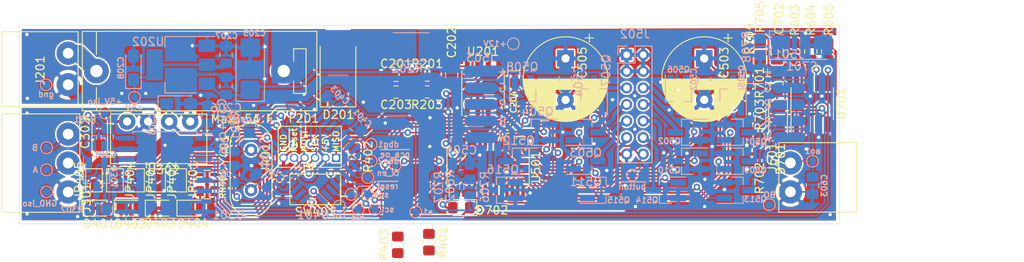
<source format=kicad_pcb>
(kicad_pcb (version 20171130) (host pcbnew 5.1.7-a382d34a8~87~ubuntu16.04.1)
  (layers (0 F.Cu signal) (31 B.Cu signal) (34 B.Paste user) (35 F.Paste user hide) (36 B.SilkS user hide) (37 F.SilkS user) (38 B.Mask user) (39 F.Mask user) (44 Edge.Cuts user))
  (net 0 "")
  (net 1 "Net-(C201-Pad1)")
  (net 2 +5V)
  (net 3 GND)
  (net 4 +5V_iso)
  (net 5 GND_iso)
  (net 6 "Net-(C603-Pad1)")
  (net 7 "Net-(F201-Pad2)")
  (net 8 "Net-(R301-Pad2)")
  (net 9 "Net-(R302-Pad2)")
  (net 10 /Microcontroller/txd)
  (net 11 /Microcontroller/rxd)
  (net 12 /Microcontroller/tx_en)
  (net 13 +12V)
  (net 14 +12VA)
  (net 15 "Net-(D401-Pad2)")
  (net 16 "Net-(D402-Pad2)")
  (net 17 "Net-(D403-Pad2)")
  (net 18 "Net-(D404-Pad2)")
  (net 19 /Microcontroller/led2_mosi)
  (net 20 /Pca/strip1_w_out)
  (net 21 /Pca/strip1_b_out)
  (net 22 /Pca/strip1_r_out)
  (net 23 /Pca/strip1_g_out)
  (net 24 /Microcontroller/~button~)
  (net 25 /Pca/strip2_w_out)
  (net 26 /Pca/strip3_w_out)
  (net 27 /Pca/strip2_b_out)
  (net 28 /Pca/strip3_b_out)
  (net 29 /Pca/strip2_r_out)
  (net 30 /Pca/strip3_r_out)
  (net 31 /Pca/strip2_g_out)
  (net 32 /Pca/strip3_g_out)
  (net 33 /Pca/strip4_w_out)
  (net 34 /Pca/strip4_b_out)
  (net 35 /Pca/strip4_r_out)
  (net 36 /Pca/strip4_g_out)
  (net 37 /Microcontroller/addr1)
  (net 38 /Microcontroller/addr2)
  (net 39 /Microcontroller/addr3)
  (net 40 /Microcontroller/addr4)
  (net 41 /Microcontroller/addr5)
  (net 42 /Pca/strip1_r)
  (net 43 /Pca/strip2_r)
  (net 44 /Pca/strip3_r)
  (net 45 /Pca/strip4_r)
  (net 46 /Pca/strip1_g)
  (net 47 /Pca/strip2_g)
  (net 48 /Pca/strip3_g)
  (net 49 /Pca/strip4_g)
  (net 50 /Pca/strip1_b)
  (net 51 /Pca/strip2_b)
  (net 52 /Pca/strip3_b)
  (net 53 /Pca/strip4_b)
  (net 54 /Pca/strip1_w)
  (net 55 /Pca/strip2_w)
  (net 56 /Pca/strip3_w)
  (net 57 /Pca/strip4_w)
  (net 58 /Microcontroller/scl)
  (net 59 /Microcontroller/sda)
  (net 60 /0-10V/pwm1)
  (net 61 "Net-(R604-Pad2)")
  (net 62 /Microcontroller/led1)
  (net 63 /Pca/~oe~)
  (net 64 "Net-(C202-Pad2)")
  (net 65 "Net-(C202-Pad1)")
  (net 66 "Net-(C401-Pad2)")
  (net 67 "Net-(C404-Pad2)")
  (net 68 "Net-(C405-Pad2)")
  (net 69 "Net-(D701-Pad1)")
  (net 70 "Net-(D702-Pad2)")
  (net 71 /Brown-out/~Brown_out~)
  (net 72 /Microcontroller/~reset~)
  (net 73 "Net-(R701-Pad2)")
  (net 74 "Net-(R703-Pad2)")
  (net 75 /Microcontroller/debug1)
  (net 76 /Microcontroller/debug2)
  (net 77 /RS485/A)
  (net 78 /RS485/B)
  (net 79 /0-10V/a1)
  (net 80 /Microcontroller/led4_miso)
  (net 81 /Microcontroller/led3_sck)
  (module Capacitor_THT:CP_Radial_D10.0mm_P5.00mm (layer F.Cu) (at 165.9382 104.013 270)
    (fp_text reference C505 (at 0.508 -2.032 90) (layer F.SilkS))
    (fp_text value 1000uF/16V)
    (pad 2 thru_hole circle (at 5 0 270) (size 2 2) (drill 1) (layers *.Cu *.Mask) (net 3 GND))
    (pad 1 thru_hole rect (at 0 0 270) (size 2 2) (drill 1) (layers *.Cu *.Mask) (net 13 +12V))
  )
  (module AmbientLight:RGBW-wire-solder-pads-R (layer B.Cu) (at 155.7528 105.57 180)
    (fp_text reference J503 (at 0 1.6325) (layer B.SilkS) (effects (justify mirror)))
    (fp_text value Right)
    (fp_text user W (at -2.6 -8) (layer B.SilkS) (effects (justify mirror)))
    (fp_text user B (at -2.6 -6.1) (layer B.SilkS) (effects (justify mirror)))
    (fp_text user R (at -2.6 -4) (layer B.SilkS) (effects (justify mirror)))
    (fp_text user G (at -2.6 -2) (layer B.SilkS) (effects (justify mirror)))
    (fp_text user + (at -2.6 0) (layer B.SilkS) (effects (justify mirror)))
    (pad 5 smd oval (at 0 -8 180) (size 4.05 1.35) (layers B.Cu B.Paste B.Mask) (net 33 /Pca/strip4_w_out))
    (pad 4 smd oval (at 0 -6 180) (size 4.05 1.35) (layers B.Cu B.Paste B.Mask) (net 34 /Pca/strip4_b_out))
    (pad 3 smd oval (at 0 -4 180) (size 4.05 1.35) (layers B.Cu B.Paste B.Mask) (net 35 /Pca/strip4_r_out))
    (pad 2 smd oval (at 0 -2 180) (size 4.05 1.35) (layers B.Cu B.Paste B.Mask) (net 36 /Pca/strip4_g_out))
    (pad 1 smd rect (at 0 0 180) (size 4.05 1.35) (layers B.Cu B.Paste B.Mask) (net 13 +12V))
  )
  (module AmbientLight:TestPoint_Pad_D1.0mm (layer B.Cu) (at 142.075 120.425 180)
    (fp_text reference TP406)
    (fp_text value sda (at -2.6415 -0.0345) (layer B.SilkS) (effects (font (size 0.7 0.7)) (justify left mirror)))
    (pad 1 smd circle (at 0 0 180) (size 1 1) (layers B.Cu B.Mask) (net 59 /Microcontroller/sda))
  )
  (module AmbientLight:Fuseholder_Cylinder-5x20mm_BLX_A_Horizontal (layer F.Cu) (at 131.9276 105.537 180)
    (fp_text reference F201 (at -2.4384 -5.715) (layer F.SilkS))
    (fp_text value "Max. 5A F" (at 5.0546 -5.7785 180) (layer F.SilkS))
    (pad 2 thru_hole circle (at 22.6 0 180) (size 3 3) (drill 1.5) (layers *.Cu *.Mask) (net 7 "Net-(F201-Pad2)"))
    (pad 1 thru_hole circle (at 0 0 180) (size 3 3) (drill 1.5) (layers *.Cu *.Mask) (net 1 "Net-(C201-Pad1)"))
  )
  (module AmbientLight:TestPoint_Pad_D1.0mm (layer B.Cu) (at 173.99 118.11 180)
    (fp_text reference TP405)
    (fp_text value ~button~ (at 0 -1.397) (layer B.SilkS) (effects (font (size 0.7 0.7)) (justify mirror)))
    (pad 1 smd circle (at 0 0 180) (size 1 1) (layers B.Cu B.Mask) (net 24 /Microcontroller/~button~))
  )
  (module AmbientLight:TestPoint_Pad_D1.0mm (layer B.Cu) (at 125.7808 111.2774 180)
    (fp_text reference TP601)
    (fp_text value pwm1 (at 0.8 0) (layer B.SilkS) (effects (font (size 0.7 0.7)) (justify right mirror)))
    (pad 1 smd circle (at 0 0 180) (size 1 1) (layers B.Cu B.Mask) (net 60 /0-10V/pwm1))
  )
  (module AmbientLight:TestPoint_Pad_D1.0mm (layer B.Cu) (at 159.639 102.235 180)
    (fp_text reference TP202)
    (fp_text value +12V (at 0.7 0) (layer B.SilkS) (effects (font (size 0.7 0.7)) (justify left mirror)))
    (pad 1 smd circle (at 0 0 180) (size 1 1) (layers B.Cu B.Mask) (net 13 +12V))
  )
  (module AmbientLight:TestPoint_Pad_D1.0mm (layer B.Cu) (at 195.7324 116.4336 270)
    (fp_text reference TP605)
    (fp_text value ao1 (at -1.2446 -0.0381) (layer B.SilkS) (effects (font (size 0.7 0.7)) (justify mirror)))
    (pad 1 smd circle (at 0 0 270) (size 1 1) (layers B.Cu B.Mask) (net 6 "Net-(C603-Pad1)"))
  )
  (module AmbientLight:TestPoint_Pad_D1.0mm (layer B.Cu) (at 190.5254 121.6914)
    (fp_text reference TP701)
    (fp_text value BO (at 0.0381 -1.1684) (layer B.SilkS) (effects (font (size 0.7 0.7)) (justify mirror)))
    (pad 1 smd circle (at 0 0) (size 1 1) (layers B.Cu B.Mask) (net 71 /Brown-out/~Brown_out~))
  )
  (module AmbientLight:TestPoint_Pad_D1.0mm (layer B.Cu) (at 147.875 122.575)
    (fp_text reference TP603)
    (fp_text value a1 (at 0.7 0) (layer B.SilkS) (effects (font (size 0.7 0.7)) (justify right mirror)))
    (pad 1 smd circle (at 0 0) (size 1 1) (layers B.Cu B.Mask) (net 79 /0-10V/a1))
  )
  (module AmbientLight:TestPoint_Pad_D1.0mm (layer B.Cu) (at 145.3896 116.8908 180)
    (fp_text reference TP501)
    (fp_text value ~pca_oe~ (at 0.0254 1.2827) (layer B.SilkS) (effects (font (size 0.7 0.7)) (justify mirror)))
    (pad 1 smd circle (at 0 0 180) (size 1 1) (layers B.Cu B.Mask) (net 63 /Pca/~oe~))
  )
  (module AmbientLight:TestPoint_Pad_D1.0mm (layer B.Cu) (at 142.075 118.4)
    (fp_text reference TP307)
    (fp_text value tx_en (at 0.9905 -0.544) (layer B.SilkS) (effects (font (size 0.7 0.7)) (justify right mirror)))
    (pad 1 smd circle (at 0 0) (size 1 1) (layers B.Cu B.Mask) (net 12 /Microcontroller/tx_en))
  )
  (module AmbientLight:TestPoint_Pad_D1.0mm (layer B.Cu) (at 142.475 116.4 180)
    (fp_text reference TP402)
    (fp_text value dbg2 (at -0.7 0) (layer B.SilkS) (effects (font (size 0.7 0.7)) (justify right mirror)))
    (pad 1 smd circle (at 0 0 180) (size 1 1) (layers B.Cu B.Mask) (net 76 /Microcontroller/debug2))
  )
  (module AmbientLight:TestPoint_Pad_D1.0mm (layer B.Cu) (at 142.475 114.4 180)
    (fp_text reference TP401)
    (fp_text value dbg1 (at -0.7 0) (layer B.SilkS) (effects (font (size 0.7 0.7)) (justify right mirror)))
    (pad 1 smd circle (at 0 0 180) (size 1 1) (layers B.Cu B.Mask) (net 75 /Microcontroller/debug1))
  )
  (module AmbientLight:TestPoint_Pad_D1.0mm (layer B.Cu) (at 140.0556 120.4468 180)
    (fp_text reference TP404)
    (fp_text value ~reset~ (at -3.0099 1.0033) (layer B.SilkS) (effects (font (size 0.7 0.7)) (justify right mirror)))
    (pad 1 smd circle (at 0 0 180) (size 1 1) (layers B.Cu B.Mask) (net 72 /Microcontroller/~reset~))
  )
  (module AmbientLight:TestPoint_Pad_D1.0mm (layer B.Cu) (at 142.925 122.25 180)
    (fp_text reference TP403)
    (fp_text value scl (at -0.7 0) (layer B.SilkS) (effects (font (size 0.7 0.7)) (justify right mirror)))
    (pad 1 smd circle (at 0 0 180) (size 1 1) (layers B.Cu B.Mask) (net 58 /Microcontroller/scl))
  )
  (module AmbientLight:TestPoint_Pad_D1.0mm (layer B.Cu) (at 140.9065 122.2629)
    (fp_text reference TP306)
    (fp_text value rxd (at 0 0.9906) (layer B.SilkS) (effects (font (size 0.7 0.7)) (justify mirror)))
    (pad 1 smd circle (at 0 0) (size 1 1) (layers B.Cu B.Mask) (net 11 /Microcontroller/rxd))
  )
  (module AmbientLight:TestPoint_Pad_D1.0mm (layer B.Cu) (at 138.6332 121.8692)
    (fp_text reference TP305)
    (fp_text value txd (at -0.0127 1.0668) (layer B.SilkS) (effects (font (size 0.7 0.7)) (justify mirror)))
    (pad 1 smd circle (at 0 0) (size 1 1) (layers B.Cu B.Mask) (net 10 /Microcontroller/txd))
  )
  (module AmbientLight:TestPoint_Pad_D1.0mm (layer B.Cu) (at 113.919 108.712 180)
    (fp_text reference TP203)
    (fp_text value +5V (at 0 -1.27) (layer B.SilkS) (effects (font (size 0.7 0.7)) (justify mirror)))
    (pad 1 smd circle (at 0 0 180) (size 1 1) (layers B.Cu B.Mask) (net 2 +5V))
  )
  (module AmbientLight:TestPoint_Pad_D1.0mm (layer B.Cu) (at 103.3145 120.142 180)
    (fp_text reference TP304)
    (fp_text value GND_iso (at 0.8255 -1.397) (layer B.SilkS) (effects (font (size 0.7 0.7)) (justify mirror)))
    (pad 1 smd circle (at 0 0 180) (size 1 1) (layers B.Cu B.Mask) (net 5 GND_iso))
  )
  (module AmbientLight:TestPoint_Pad_D1.0mm (layer B.Cu) (at 103.3145 117.475 180)
    (fp_text reference TP302)
    (fp_text value A (at 0.9525 0) (layer B.SilkS) (effects (font (size 0.7 0.7)) (justify left mirror)))
    (pad 1 smd circle (at 0 0 180) (size 1 1) (layers B.Cu B.Mask) (net 77 /RS485/A))
  )
  (module AmbientLight:TestPoint_Pad_D1.0mm (layer B.Cu) (at 103.3145 114.808 180)
    (fp_text reference TP301)
    (fp_text value B (at 0.9525 0) (layer B.SilkS) (effects (font (size 0.7 0.7)) (justify left mirror)))
    (pad 1 smd circle (at 0 0 180) (size 1 1) (layers B.Cu B.Mask) (net 78 /RS485/B))
  )
  (module AmbientLight:TestPoint_Pad_D1.0mm (layer B.Cu) (at 103.251 107.188 180)
    (fp_text reference TP201)
    (fp_text value gnd (at 0 -1.143) (layer B.SilkS) (effects (font (size 0.7 0.7)) (justify mirror)))
    (pad 1 smd circle (at 0 0 180) (size 1 1) (layers B.Cu B.Mask) (net 3 GND))
  )
  (module AmbientLight:TestPoint_Pad_D1.0mm (layer B.Cu) (at 110.363 110.617 180)
    (fp_text reference TP303)
    (fp_text value +5V_iso (at 0 1.397) (layer B.SilkS) (effects (font (size 0.7 0.7)) (justify mirror)))
    (pad 1 smd circle (at 0 0 180) (size 1 1) (layers B.Cu B.Mask) (net 4 +5V_iso))
  )
  (module Resistor_SMD:R_2512_6332Metric_Pad1.40x3.35mm_HandSolder (layer B.Cu) (at 147.32 102.616 180)
    (fp_text reference R202 (at 0.508 -2.5908) (layer B.SilkS) (effects (justify mirror)))
    (fp_text value R001/2W)
    (pad 1 smd roundrect (at -3.05 0 180) (size 1.4 3.35) (layers B.Cu B.Paste B.Mask) (roundrect_rratio 0.179) (net 13 +12V))
    (pad 2 smd roundrect (at 3.05 0 180) (size 1.4 3.35) (layers B.Cu B.Paste B.Mask) (roundrect_rratio 0.179) (net 1 "Net-(C201-Pad1)"))
  )
  (module Crystal:Crystal_HC49-U_Vertical (layer F.Cu) (at 127.9906 115.062 270)
    (fp_text reference Y401 (at 0 3.2131 270) (layer F.SilkS))
    (fp_text value 14.7456Mhz)
    (pad 2 thru_hole circle (at 4.88 0 270) (size 1.5 1.5) (drill 0.8) (layers *.Cu *.Mask) (net 67 "Net-(C404-Pad2)"))
    (pad 1 thru_hole circle (at 0 0 270) (size 1.5 1.5) (drill 0.8) (layers *.Cu *.Mask) (net 68 "Net-(C405-Pad2)"))
  )
  (module Capacitor_SMD:C_0805_2012Metric_Pad1.18x1.45mm_HandSolder (layer B.Cu) (at 125.857 114.2238 270)
    (fp_text reference C405 (at 0 1.27 90) (layer B.SilkS) (effects (font (size 0.7 0.7)) (justify mirror)))
    (fp_text value 22pF)
    (pad 1 smd roundrect (at -1.0375 0 270) (size 1.175 1.45) (layers B.Cu B.Paste B.Mask) (roundrect_rratio 0.212766) (net 3 GND))
    (pad 2 smd roundrect (at 1.0375 0 270) (size 1.175 1.45) (layers B.Cu B.Paste B.Mask) (roundrect_rratio 0.212766) (net 68 "Net-(C405-Pad2)"))
  )
  (module Capacitor_SMD:C_0805_2012Metric_Pad1.18x1.45mm_HandSolder (layer B.Cu) (at 125.857 118.0084 270)
    (fp_text reference C404 (at -0.0254 1.27 90) (layer B.SilkS) (effects (font (size 0.7 0.7)) (justify mirror)))
    (fp_text value 22pF)
    (pad 2 smd roundrect (at 1.0375 0 270) (size 1.175 1.45) (layers B.Cu B.Paste B.Mask) (roundrect_rratio 0.212766) (net 67 "Net-(C404-Pad2)"))
    (pad 1 smd roundrect (at -1.0375 0 270) (size 1.175 1.45) (layers B.Cu B.Paste B.Mask) (roundrect_rratio 0.212766) (net 3 GND))
  )
  (module Package_SO:TSSOP-28_4.4x9.7mm_P0.65mm (layer F.Cu) (at 156.591 117.1575 90)
    (fp_text reference U501 (at 0 5.7785 90) (layer F.SilkS))
    (fp_text value PCA9685PW)
    (pad 28 smd roundrect (at 2.8625 -4.225 90) (size 1.475 0.4) (layers F.Cu F.Paste F.Mask) (net 2 +5V))
    (pad 27 smd roundrect (at 2.8625 -3.575 90) (size 1.475 0.4) (layers F.Cu F.Paste F.Mask) (net 59 /Microcontroller/sda))
    (pad 26 smd roundrect (at 2.8625 -2.925 90) (size 1.475 0.4) (layers F.Cu F.Paste F.Mask) (net 58 /Microcontroller/scl))
    (pad 25 smd roundrect (at 2.8625 -2.275 90) (size 1.475 0.4) (layers F.Cu F.Paste F.Mask) (net 3 GND))
    (pad 24 smd roundrect (at 2.8625 -1.625 90) (size 1.475 0.4) (layers F.Cu F.Paste F.Mask) (net 3 GND))
    (pad 23 smd roundrect (at 2.8625 -0.975 90) (size 1.475 0.4) (layers F.Cu F.Paste F.Mask) (net 63 /Pca/~oe~))
    (pad 22 smd roundrect (at 2.8625 -0.325 90) (size 1.475 0.4) (layers F.Cu F.Paste F.Mask) (net 57 /Pca/strip4_w))
    (pad 21 smd roundrect (at 2.8625 0.325 90) (size 1.475 0.4) (layers F.Cu F.Paste F.Mask) (net 53 /Pca/strip4_b))
    (pad 20 smd roundrect (at 2.8625 0.975 90) (size 1.475 0.4) (layers F.Cu F.Paste F.Mask) (net 49 /Pca/strip4_g))
    (pad 19 smd roundrect (at 2.8625 1.625 90) (size 1.475 0.4) (layers F.Cu F.Paste F.Mask) (net 45 /Pca/strip4_r))
    (pad 18 smd roundrect (at 2.8625 2.275 90) (size 1.475 0.4) (layers F.Cu F.Paste F.Mask) (net 56 /Pca/strip3_w))
    (pad 17 smd roundrect (at 2.8625 2.925 90) (size 1.475 0.4) (layers F.Cu F.Paste F.Mask) (net 52 /Pca/strip3_b))
    (pad 16 smd roundrect (at 2.8625 3.575 90) (size 1.475 0.4) (layers F.Cu F.Paste F.Mask) (net 48 /Pca/strip3_g))
    (pad 15 smd roundrect (at 2.8625 4.225 90) (size 1.475 0.4) (layers F.Cu F.Paste F.Mask) (net 44 /Pca/strip3_r))
    (pad 14 smd roundrect (at -2.8625 4.225 90) (size 1.475 0.4) (layers F.Cu F.Paste F.Mask) (net 3 GND))
    (pad 13 smd roundrect (at -2.8625 3.575 90) (size 1.475 0.4) (layers F.Cu F.Paste F.Mask) (net 55 /Pca/strip2_w))
    (pad 12 smd roundrect (at -2.8625 2.925 90) (size 1.475 0.4) (layers F.Cu F.Paste F.Mask) (net 51 /Pca/strip2_b))
    (pad 11 smd roundrect (at -2.8625 2.275 90) (size 1.475 0.4) (layers F.Cu F.Paste F.Mask) (net 47 /Pca/strip2_g))
    (pad 10 smd roundrect (at -2.8625 1.625 90) (size 1.475 0.4) (layers F.Cu F.Paste F.Mask) (net 43 /Pca/strip2_r))
    (pad 9 smd roundrect (at -2.8625 0.975 90) (size 1.475 0.4) (layers F.Cu F.Paste F.Mask) (net 54 /Pca/strip1_w))
    (pad 8 smd roundrect (at -2.8625 0.325 90) (size 1.475 0.4) (layers F.Cu F.Paste F.Mask) (net 50 /Pca/strip1_b))
    (pad 7 smd roundrect (at -2.8625 -0.325 90) (size 1.475 0.4) (layers F.Cu F.Paste F.Mask) (net 46 /Pca/strip1_g))
    (pad 6 smd roundrect (at -2.8625 -0.975 90) (size 1.475 0.4) (layers F.Cu F.Paste F.Mask) (net 42 /Pca/strip1_r))
    (pad 5 smd roundrect (at -2.8625 -1.625 90) (size 1.475 0.4) (layers F.Cu F.Paste F.Mask) (net 3 GND))
    (pad 4 smd roundrect (at -2.8625 -2.275 90) (size 1.475 0.4) (layers F.Cu F.Paste F.Mask) (net 3 GND))
    (pad 3 smd roundrect (at -2.8625 -2.925 90) (size 1.475 0.4) (layers F.Cu F.Paste F.Mask) (net 3 GND))
    (pad 2 smd roundrect (at -2.8625 -3.575 90) (size 1.475 0.4) (layers F.Cu F.Paste F.Mask) (net 3 GND))
    (pad 1 smd roundrect (at -2.8625 -4.225 90) (size 1.475 0.4) (layers F.Cu F.Paste F.Mask) (net 3 GND))
  )
  (module Package_TO_SOT_SMD:SOT-23_Handsoldering (layer B.Cu) (at 168.3752 112.9284)
    (fp_text reference Q503 (at 0 2.5) (layer B.SilkS) (effects (justify mirror)))
    (fp_text value Si2302DS)
    (pad 3 smd rect (at 1.5 0) (size 1.9 0.8) (layers B.Cu B.Paste B.Mask) (net 30 /Pca/strip3_r_out))
    (pad 2 smd rect (at -1.5 -0.95) (size 1.9 0.8) (layers B.Cu B.Paste B.Mask) (net 3 GND))
    (pad 1 smd rect (at -1.5 0.95) (size 1.9 0.8) (layers B.Cu B.Paste B.Mask) (net 44 /Pca/strip3_r))
  )
  (module Package_QFP:TQFP-32_7x7mm_P0.8mm (layer B.Cu) (at 135.509 116.0272 45)
    (fp_text reference U401 (at -4.885259 4.885259) (layer B.SilkS) (effects (justify mirror)))
    (fp_text value ATmega48PV-10AU-arduino)
    (pad 32 smd rect (at -2.8 4.25 315) (size 1.6 0.55) (layers B.Cu B.Paste B.Mask) (net 63 /Pca/~oe~))
    (pad 31 smd rect (at -2 4.25 315) (size 1.6 0.55) (layers B.Cu B.Paste B.Mask) (net 10 /Microcontroller/txd))
    (pad 30 smd rect (at -1.2 4.25 315) (size 1.6 0.55) (layers B.Cu B.Paste B.Mask) (net 11 /Microcontroller/rxd))
    (pad 29 smd rect (at -0.4 4.25 315) (size 1.6 0.55) (layers B.Cu B.Paste B.Mask) (net 72 /Microcontroller/~reset~))
    (pad 28 smd rect (at 0.4 4.25 315) (size 1.6 0.55) (layers B.Cu B.Paste B.Mask) (net 58 /Microcontroller/scl))
    (pad 27 smd rect (at 1.2 4.25 315) (size 1.6 0.55) (layers B.Cu B.Paste B.Mask) (net 59 /Microcontroller/sda))
    (pad 26 smd rect (at 2 4.25 315) (size 1.6 0.55) (layers B.Cu B.Paste B.Mask) (net 12 /Microcontroller/tx_en))
    (pad 25 smd rect (at 2.8 4.25 315) (size 1.6 0.55) (layers B.Cu B.Paste B.Mask) (net 76 /Microcontroller/debug2))
    (pad 24 smd rect (at 4.25 2.8 45) (size 1.6 0.55) (layers B.Cu B.Paste B.Mask) (net 75 /Microcontroller/debug1))
    (pad 23 smd rect (at 4.25 2 45) (size 1.6 0.55) (layers B.Cu B.Paste B.Mask) (net 24 /Microcontroller/~button~))
    (pad 22 smd rect (at 4.25 1.2 45) (size 1.6 0.55) (layers B.Cu B.Paste B.Mask))
    (pad 21 smd rect (at 4.25 0.4 45) (size 1.6 0.55) (layers B.Cu B.Paste B.Mask) (net 3 GND))
    (pad 20 smd rect (at 4.25 -0.4 45) (size 1.6 0.55) (layers B.Cu B.Paste B.Mask) (net 66 "Net-(C401-Pad2)"))
    (pad 19 smd rect (at 4.25 -1.2 45) (size 1.6 0.55) (layers B.Cu B.Paste B.Mask))
    (pad 18 smd rect (at 4.25 -2 45) (size 1.6 0.55) (layers B.Cu B.Paste B.Mask) (net 2 +5V))
    (pad 17 smd rect (at 4.25 -2.8 45) (size 1.6 0.55) (layers B.Cu B.Paste B.Mask) (net 81 /Microcontroller/led3_sck))
    (pad 16 smd rect (at 2.8 -4.25 315) (size 1.6 0.55) (layers B.Cu B.Paste B.Mask) (net 80 /Microcontroller/led4_miso))
    (pad 15 smd rect (at 2 -4.25 315) (size 1.6 0.55) (layers B.Cu B.Paste B.Mask) (net 19 /Microcontroller/led2_mosi))
    (pad 14 smd rect (at 1.2 -4.25 315) (size 1.6 0.55) (layers B.Cu B.Paste B.Mask) (net 62 /Microcontroller/led1))
    (pad 13 smd rect (at 0.4 -4.25 315) (size 1.6 0.55) (layers B.Cu B.Paste B.Mask) (net 41 /Microcontroller/addr5))
    (pad 12 smd rect (at -0.4 -4.25 315) (size 1.6 0.55) (layers B.Cu B.Paste B.Mask) (net 40 /Microcontroller/addr4))
    (pad 11 smd rect (at -1.2 -4.25 315) (size 1.6 0.55) (layers B.Cu B.Paste B.Mask) (net 39 /Microcontroller/addr3))
    (pad 10 smd rect (at -2 -4.25 315) (size 1.6 0.55) (layers B.Cu B.Paste B.Mask) (net 38 /Microcontroller/addr2))
    (pad 9 smd rect (at -2.8 -4.25 315) (size 1.6 0.55) (layers B.Cu B.Paste B.Mask) (net 60 /0-10V/pwm1))
    (pad 8 smd rect (at -4.25 -2.8 45) (size 1.6 0.55) (layers B.Cu B.Paste B.Mask) (net 68 "Net-(C405-Pad2)"))
    (pad 7 smd rect (at -4.25 -2 45) (size 1.6 0.55) (layers B.Cu B.Paste B.Mask) (net 67 "Net-(C404-Pad2)"))
    (pad 6 smd rect (at -4.25 -1.2 45) (size 1.6 0.55) (layers B.Cu B.Paste B.Mask) (net 2 +5V))
    (pad 5 smd rect (at -4.25 -0.4 45) (size 1.6 0.55) (layers B.Cu B.Paste B.Mask) (net 3 GND))
    (pad 4 smd rect (at -4.25 0.4 45) (size 1.6 0.55) (layers B.Cu B.Paste B.Mask) (net 2 +5V))
    (pad 3 smd rect (at -4.25 1.2 45) (size 1.6 0.55) (layers B.Cu B.Paste B.Mask) (net 3 GND))
    (pad 2 smd rect (at -4.25 2 45) (size 1.6 0.55) (layers B.Cu B.Paste B.Mask) (net 37 /Microcontroller/addr1))
    (pad 1 smd rect (at -4.25 2.8 45) (size 1.6 0.55) (layers B.Cu B.Paste B.Mask) (net 71 /Brown-out/~Brown_out~))
  )
  (module Button_Switch_SMD:SW_SPST_CK_RS282G05A3 (layer F.Cu) (at 135.7376 119.8372)
    (fp_text reference SW401 (at 0 2.7178) (layer F.SilkS))
    (fp_text value reset)
    (pad 2 smd rect (at 3.9 0) (size 1.5 1.5) (layers F.Cu F.Paste F.Mask) (net 72 /Microcontroller/~reset~))
    (pad 1 smd rect (at -3.9 0) (size 1.5 1.5) (layers F.Cu F.Paste F.Mask) (net 3 GND))
  )
  (module Resistor_SMD:R_0805_2012Metric_Pad1.20x1.40mm_HandSolder (layer F.Cu) (at 145.6944 126.5428 90)
    (fp_text reference R403 (at 0 -1.65 270) (layer F.SilkS))
    (fp_text value 4k7)
    (pad 2 smd roundrect (at 1 0 90) (size 1.2 1.4) (layers F.Cu F.Paste F.Mask) (roundrect_rratio 0.208333) (net 59 /Microcontroller/sda))
    (pad 1 smd roundrect (at -1 0 90) (size 1.2 1.4) (layers F.Cu F.Paste F.Mask) (roundrect_rratio 0.208333) (net 2 +5V))
  )
  (module Resistor_SMD:R_0805_2012Metric_Pad1.20x1.40mm_HandSolder (layer F.Cu) (at 140.462 115.8748 270)
    (fp_text reference R402 (at 0 -1.65 90) (layer F.SilkS))
    (fp_text value 10k)
    (pad 2 smd roundrect (at 1 0 270) (size 1.2 1.4) (layers F.Cu F.Paste F.Mask) (roundrect_rratio 0.208333) (net 72 /Microcontroller/~reset~))
    (pad 1 smd roundrect (at -1 0 270) (size 1.2 1.4) (layers F.Cu F.Paste F.Mask) (roundrect_rratio 0.208333) (net 2 +5V))
  )
  (module Resistor_SMD:R_0805_2012Metric_Pad1.20x1.40mm_HandSolder (layer F.Cu) (at 149.4536 126.222 270)
    (fp_text reference R401 (at 0 -1.65 90) (layer F.SilkS))
    (fp_text value 4k7)
    (pad 2 smd roundrect (at 1 0 270) (size 1.2 1.4) (layers F.Cu F.Paste F.Mask) (roundrect_rratio 0.208333) (net 58 /Microcontroller/scl))
    (pad 1 smd roundrect (at -1 0 270) (size 1.2 1.4) (layers F.Cu F.Paste F.Mask) (roundrect_rratio 0.208333) (net 2 +5V))
  )
  (module AmbientLight:ISP_P1.27mm_single_row (layer F.Cu) (at 131.9022 116.0272 90)
    (fp_text reference J401 (at 0 -2.135 90) (layer F.SilkS))
    (fp_text value AVR-ISP-6)
    (fp_text user GND (at 0.635 0 90) (layer F.SilkS) (effects (font (size 0.7 0.7)) (justify left)))
    (fp_text user MISO (at 0.635 6.35 90) (layer F.SilkS) (effects (font (size 0.7 0.7)) (justify left)))
    (fp_text user MOSI (at 0.635 2.54 90) (layer F.SilkS) (effects (font (size 0.7 0.7)) (justify left)))
    (fp_text user ~Reset (at 0.635 1.27 90) (layer F.SilkS) (effects (font (size 0.7 0.7)) (justify left)))
    (fp_text user SCK (at 0.635 3.81 90) (layer F.SilkS) (effects (font (size 0.7 0.7)) (justify left)))
    (fp_text user +5V (at 0.635 5.08 90) (layer F.SilkS) (effects (font (size 0.7 0.7)) (justify left)))
    (fp_text user ISP (at -1.143 3.175 180) (layer F.SilkS) (effects (font (size 0.7 0.7))))
    (pad 1 thru_hole rect (at 0 6.35 270) (size 1 1) (drill 0.7) (layers *.Cu *.Mask) (net 80 /Microcontroller/led4_miso))
    (pad 2 thru_hole oval (at 0 5.08 270) (size 1 1) (drill 0.7) (layers *.Cu *.Mask) (net 2 +5V))
    (pad 3 thru_hole oval (at 0 3.81 270) (size 1 1) (drill 0.7) (layers *.Cu *.Mask) (net 81 /Microcontroller/led3_sck))
    (pad 4 thru_hole oval (at 0 2.54 270) (size 1 1) (drill 0.7) (layers *.Cu *.Mask) (net 19 /Microcontroller/led2_mosi))
    (pad 5 thru_hole oval (at 0 1.27 270) (size 1 1) (drill 0.7) (layers *.Cu *.Mask) (net 72 /Microcontroller/~reset~))
    (pad 6 thru_hole oval (at 0 0 270) (size 1 1) (drill 0.7) (layers *.Cu *.Mask) (net 3 GND))
  )
  (module Capacitor_SMD:C_0805_2012Metric_Pad1.18x1.45mm_HandSolder (layer B.Cu) (at 137.8204 109.3216 315)
    (fp_text reference C403 (at 0 -1.221315 135) (layer B.SilkS) (effects (font (size 0.7 0.7)) (justify mirror)))
    (fp_text value 0.1uF)
    (pad 2 smd roundrect (at 1.0375 0 315) (size 1.175 1.45) (layers B.Cu B.Paste B.Mask) (roundrect_rratio 0.212766) (net 2 +5V))
    (pad 1 smd roundrect (at -1.0375 0 315) (size 1.175 1.45) (layers B.Cu B.Paste B.Mask) (roundrect_rratio 0.212766) (net 3 GND))
  )
  (module Capacitor_SMD:C_0805_2012Metric_Pad1.18x1.45mm_HandSolder (layer B.Cu) (at 129.314377 118.773377 135)
    (fp_text reference C402 (at 0 1.68 135) (layer B.SilkS) (effects (justify mirror)))
    (fp_text value 0.1uF)
    (pad 2 smd roundrect (at 1.0375 0 135) (size 1.175 1.45) (layers B.Cu B.Paste B.Mask) (roundrect_rratio 0.212766) (net 3 GND))
    (pad 1 smd roundrect (at -1.0375 0 135) (size 1.175 1.45) (layers B.Cu B.Paste B.Mask) (roundrect_rratio 0.212766) (net 2 +5V))
  )
  (module Capacitor_SMD:C_0805_2012Metric_Pad1.18x1.45mm_HandSolder (layer B.Cu) (at 140.5636 112.0648 135)
    (fp_text reference C401 (at 0.017961 1.221315 135) (layer B.SilkS) (effects (font (size 0.7 0.7)) (justify mirror)))
    (fp_text value 0.1uF)
    (pad 2 smd roundrect (at 1.0375 0 135) (size 1.175 1.45) (layers B.Cu B.Paste B.Mask) (roundrect_rratio 0.212766) (net 66 "Net-(C401-Pad2)"))
    (pad 1 smd roundrect (at -1.0375 0 135) (size 1.175 1.45) (layers B.Cu B.Paste B.Mask) (roundrect_rratio 0.212766) (net 3 GND))
  )
  (module Diode_SMD:D_SMB_Handsoldering (layer F.Cu) (at 138.4808 105.2576 90)
    (fp_text reference D201 (at -5.5499 0.0508 180) (layer F.SilkS))
    (fp_text value SMBJ15A)
    (pad 1 smd rect (at -2.7 0 90) (size 3.5 2.3) (layers F.Cu F.Paste F.Mask) (net 1 "Net-(C201-Pad1)"))
    (pad 2 smd rect (at 2.7 0 90) (size 3.5 2.3) (layers F.Cu F.Paste F.Mask) (net 3 GND))
  )
  (module Package_TO_SOT_SMD:SOT-23_Handsoldering (layer B.Cu) (at 109.347 118.364 270)
    (fp_text reference D301 (at 0 -2.159 90) (layer B.SilkS) (effects (font (size 0.7 0.7)) (justify mirror)))
    (fp_text value PSM712)
    (pad 3 smd rect (at 1.5 0 270) (size 1.9 0.8) (layers B.Cu B.Paste B.Mask) (net 5 GND_iso))
    (pad 2 smd rect (at -1.5 -0.95 270) (size 1.9 0.8) (layers B.Cu B.Paste B.Mask) (net 77 /RS485/A))
    (pad 1 smd rect (at -1.5 0.95 270) (size 1.9 0.8) (layers B.Cu B.Paste B.Mask) (net 78 /RS485/B))
  )
  (module Package_TO_SOT_SMD:SOT-223-3_TabPin2 (layer B.Cu) (at 119.507 104.775 180)
    (fp_text reference U202 (at 3.937 2.794) (layer B.SilkS) (effects (justify mirror)))
    (fp_text value AMS1117-5.0)
    (pad 1 smd rect (at -3.15 2.3 180) (size 2 1.5) (layers B.Cu B.Paste B.Mask) (net 3 GND))
    (pad 3 smd rect (at -3.15 -2.3 180) (size 2 1.5) (layers B.Cu B.Paste B.Mask) (net 13 +12V))
    (pad 2 smd rect (at -3.15 0 180) (size 2 1.5) (layers B.Cu B.Paste B.Mask) (net 2 +5V))
    (pad 2 smd rect (at 3.15 0 180) (size 2 3.8) (layers B.Cu B.Paste B.Mask) (net 2 +5V))
  )
  (module Package_SO:SOIC-8_3.9x4.9mm_P1.27mm (layer F.Cu) (at 155.9814 107.442 90)
    (fp_text reference U201 (at 4.2672 0 180) (layer F.SilkS))
    (fp_text value INA219AxD)
    (pad 8 smd roundrect (at 2.475 -1.905 90) (size 1.95 0.6) (layers F.Cu F.Paste F.Mask) (net 64 "Net-(C202-Pad2)"))
    (pad 7 smd roundrect (at 2.475 -0.635 90) (size 1.95 0.6) (layers F.Cu F.Paste F.Mask) (net 65 "Net-(C202-Pad1)"))
    (pad 6 smd roundrect (at 2.475 0.635 90) (size 1.95 0.6) (layers F.Cu F.Paste F.Mask) (net 3 GND))
    (pad 5 smd roundrect (at 2.475 1.905 90) (size 1.95 0.6) (layers F.Cu F.Paste F.Mask) (net 2 +5V))
    (pad 4 smd roundrect (at -2.475 1.905 90) (size 1.95 0.6) (layers F.Cu F.Paste F.Mask) (net 58 /Microcontroller/scl))
    (pad 3 smd roundrect (at -2.475 0.635 90) (size 1.95 0.6) (layers F.Cu F.Paste F.Mask) (net 59 /Microcontroller/sda))
    (pad 2 smd roundrect (at -2.475 -0.635 90) (size 1.95 0.6) (layers F.Cu F.Paste F.Mask) (net 3 GND))
    (pad 1 smd roundrect (at -2.475 -1.905 90) (size 1.95 0.6) (layers F.Cu F.Paste F.Mask) (net 2 +5V))
  )
  (module Resistor_SMD:R_0805_2012Metric_Pad1.20x1.40mm_HandSolder (layer B.Cu) (at 150.368 119.4308 90)
    (fp_text reference R602 (at 0 1.65 90) (layer B.SilkS) (effects (justify mirror)))
    (fp_text value 10k)
    (pad 2 smd roundrect (at 1 0 90) (size 1.2 1.4) (layers B.Cu B.Paste B.Mask) (roundrect_rratio 0.208333) (net 63 /Pca/~oe~))
    (pad 1 smd roundrect (at -1 0 90) (size 1.2 1.4) (layers B.Cu B.Paste B.Mask) (roundrect_rratio 0.208333) (net 71 /Brown-out/~Brown_out~))
  )
  (module Resistor_SMD:R_0805_2012Metric_Pad1.20x1.40mm_HandSolder (layer F.Cu) (at 149.2504 108.0516)
    (fp_text reference R203 (at -0.0254 1.5494) (layer F.SilkS))
    (fp_text value 10R)
    (pad 2 smd roundrect (at 1 0) (size 1.2 1.4) (layers F.Cu F.Paste F.Mask) (roundrect_rratio 0.208333) (net 65 "Net-(C202-Pad1)"))
    (pad 1 smd roundrect (at -1 0) (size 1.2 1.4) (layers F.Cu F.Paste F.Mask) (roundrect_rratio 0.208333) (net 13 +12V))
  )
  (module Resistor_SMD:R_0805_2012Metric_Pad1.20x1.40mm_HandSolder (layer F.Cu) (at 149.2504 106.0196)
    (fp_text reference R201 (at 0 -1.3716) (layer F.SilkS))
    (fp_text value 10R)
    (pad 2 smd roundrect (at 1 0) (size 1.2 1.4) (layers F.Cu F.Paste F.Mask) (roundrect_rratio 0.208333) (net 64 "Net-(C202-Pad2)"))
    (pad 1 smd roundrect (at -1 0) (size 1.2 1.4) (layers F.Cu F.Paste F.Mask) (roundrect_rratio 0.208333) (net 1 "Net-(C201-Pad1)"))
  )
  (module Capacitor_SMD:C_0805_2012Metric_Pad1.18x1.45mm_HandSolder (layer B.Cu) (at 153.3398 116.7638 180)
    (fp_text reference C501 (at 0 1.68 180) (layer B.SilkS) (effects (justify mirror)))
    (fp_text value 0.1uF)
    (pad 2 smd roundrect (at 1.0375 0 180) (size 1.175 1.45) (layers B.Cu B.Paste B.Mask) (roundrect_rratio 0.212766) (net 2 +5V))
    (pad 1 smd roundrect (at -1.0375 0 180) (size 1.175 1.45) (layers B.Cu B.Paste B.Mask) (roundrect_rratio 0.212766) (net 3 GND))
  )
  (module Capacitor_Tantalum_SMD:CP_EIA-3216-18_Kemet-A_Pad1.58x1.35mm_HandSolder (layer B.Cu) (at 113.792 105.156 90)
    (fp_text reference C208 (at 0 -1.524 270) (layer B.SilkS) (effects (font (size 0.7 0.7)) (justify mirror)))
    (fp_text value 10uF/10V)
    (pad 2 smd roundrect (at 1.4375 0 90) (size 1.575 1.35) (layers B.Cu B.Paste B.Mask) (roundrect_rratio 0.185185) (net 3 GND))
    (pad 1 smd roundrect (at -1.4375 0 90) (size 1.575 1.35) (layers B.Cu B.Paste B.Mask) (roundrect_rratio 0.185185) (net 2 +5V))
  )
  (module Capacitor_SMD:C_0805_2012Metric_Pad1.18x1.45mm_HandSolder (layer B.Cu) (at 124.968 103.5519 90)
    (fp_text reference C207 (at 2.2694 0.0635) (layer B.SilkS) (effects (font (size 0.7 0.7)) (justify mirror)))
    (fp_text value 0.1uF)
    (pad 2 smd roundrect (at 1.0375 0 90) (size 1.175 1.45) (layers B.Cu B.Paste B.Mask) (roundrect_rratio 0.212766) (net 3 GND))
    (pad 1 smd roundrect (at -1.0375 0 90) (size 1.175 1.45) (layers B.Cu B.Paste B.Mask) (roundrect_rratio 0.212766) (net 2 +5V))
  )
  (module Capacitor_SMD:C_0805_2012Metric_Pad1.18x1.45mm_HandSolder (layer F.Cu) (at 159.6898 105.918 90)
    (fp_text reference C204 (at -1.905 -0.0254 90) (layer F.SilkS) (effects (font (size 0.7 0.7)) (justify right)))
    (fp_text value 0.1uF)
    (pad 2 smd roundrect (at 1.0375 0 90) (size 1.175 1.45) (layers F.Cu F.Paste F.Mask) (roundrect_rratio 0.212766) (net 2 +5V))
    (pad 1 smd roundrect (at -1.0375 0 90) (size 1.175 1.45) (layers F.Cu F.Paste F.Mask) (roundrect_rratio 0.212766) (net 3 GND))
  )
  (module Capacitor_SMD:C_0805_2012Metric_Pad1.18x1.45mm_HandSolder (layer F.Cu) (at 145.4912 108.077 180)
    (fp_text reference C203 (at 0 -1.524) (layer F.SilkS))
    (fp_text value 0.1uF)
    (pad 2 smd roundrect (at 1.0375 0 180) (size 1.175 1.45) (layers F.Cu F.Paste F.Mask) (roundrect_rratio 0.212766) (net 3 GND))
    (pad 1 smd roundrect (at -1.0375 0 180) (size 1.175 1.45) (layers F.Cu F.Paste F.Mask) (roundrect_rratio 0.212766) (net 13 +12V))
  )
  (module Capacitor_SMD:C_0805_2012Metric_Pad1.18x1.45mm_HandSolder (layer F.Cu) (at 152.1968 106.0411 90)
    (fp_text reference C202 (at 1.9558 0 90) (layer F.SilkS) (effects (justify left)))
    (fp_text value 1uF)
    (pad 2 smd roundrect (at 1.0375 0 90) (size 1.175 1.45) (layers F.Cu F.Paste F.Mask) (roundrect_rratio 0.212766) (net 64 "Net-(C202-Pad2)"))
    (pad 1 smd roundrect (at -1.0375 0 90) (size 1.175 1.45) (layers F.Cu F.Paste F.Mask) (roundrect_rratio 0.212766) (net 65 "Net-(C202-Pad1)"))
  )
  (module Capacitor_SMD:C_0805_2012Metric_Pad1.18x1.45mm_HandSolder (layer F.Cu) (at 145.4912 106.045 180)
    (fp_text reference C201 (at 0 1.397) (layer F.SilkS))
    (fp_text value 0.1uF)
    (pad 2 smd roundrect (at 1.0375 0 180) (size 1.175 1.45) (layers F.Cu F.Paste F.Mask) (roundrect_rratio 0.212766) (net 3 GND))
    (pad 1 smd roundrect (at -1.0375 0 180) (size 1.175 1.45) (layers F.Cu F.Paste F.Mask) (roundrect_rratio 0.212766) (net 1 "Net-(C201-Pad1)"))
  )
  (module Package_TO_SOT_SMD:SOT-23_Handsoldering (layer B.Cu) (at 160.274 116.4336 180)
    (fp_text reference Q512 (at 0 2.5) (layer B.SilkS) (effects (justify mirror)))
    (fp_text value Si2302DS)
    (pad 3 smd rect (at 1.5 0 180) (size 1.9 0.8) (layers B.Cu B.Paste B.Mask) (net 34 /Pca/strip4_b_out))
    (pad 2 smd rect (at -1.5 -0.95 180) (size 1.9 0.8) (layers B.Cu B.Paste B.Mask) (net 3 GND))
    (pad 1 smd rect (at -1.5 0.95 180) (size 1.9 0.8) (layers B.Cu B.Paste B.Mask) (net 53 /Pca/strip4_b))
  )
  (module AmbientLight:RGBW-wire-solder-pads-L (layer B.Cu) (at 192.913 105.57 180)
    (fp_text reference J501 (at 0 2.06) (layer B.SilkS) (effects (justify mirror)))
    (fp_text value Left)
    (fp_text user W (at 2.6 -8) (layer B.SilkS) (effects (justify mirror)))
    (fp_text user B (at 2.6 -6.1) (layer B.SilkS) (effects (justify mirror)))
    (fp_text user R (at 2.6 -4) (layer B.SilkS) (effects (justify mirror)))
    (fp_text user G (at 2.6 -2) (layer B.SilkS) (effects (justify mirror)))
    (fp_text user + (at 2.6 0) (layer B.SilkS) (effects (justify mirror)))
    (pad 5 smd oval (at 0 -8 180) (size 4.05 1.35) (layers B.Cu B.Paste B.Mask) (net 20 /Pca/strip1_w_out))
    (pad 4 smd oval (at 0 -6 180) (size 4.05 1.35) (layers B.Cu B.Paste B.Mask) (net 21 /Pca/strip1_b_out))
    (pad 3 smd oval (at 0 -4 180) (size 4.05 1.35) (layers B.Cu B.Paste B.Mask) (net 22 /Pca/strip1_r_out))
    (pad 2 smd oval (at 0 -2 180) (size 4.05 1.35) (layers B.Cu B.Paste B.Mask) (net 23 /Pca/strip1_g_out))
    (pad 1 smd rect (at 0 0 180) (size 4.05 1.35) (layers B.Cu B.Paste B.Mask) (net 13 +12V))
  )
  (module Package_SO:SOIC-8_3.9x4.9mm_P1.27mm (layer F.Cu) (at 195.707 109.4867 90)
    (fp_text reference U701 (at 0 3.4798 90) (layer F.SilkS))
    (fp_text value LM393)
    (pad 8 smd roundrect (at 2.475 -1.905 90) (size 1.95 0.6) (layers F.Cu F.Paste F.Mask) (net 14 +12VA))
    (pad 7 smd roundrect (at 2.475 -0.635 90) (size 1.95 0.6) (layers F.Cu F.Paste F.Mask) (net 6 "Net-(C603-Pad1)"))
    (pad 6 smd roundrect (at 2.475 0.635 90) (size 1.95 0.6) (layers F.Cu F.Paste F.Mask) (net 61 "Net-(R604-Pad2)"))
    (pad 5 smd roundrect (at 2.475 1.905 90) (size 1.95 0.6) (layers F.Cu F.Paste F.Mask) (net 79 /0-10V/a1))
    (pad 4 smd roundrect (at -2.475 1.905 90) (size 1.95 0.6) (layers F.Cu F.Paste F.Mask) (net 3 GND))
    (pad 3 smd roundrect (at -2.475 0.635 90) (size 1.95 0.6) (layers F.Cu F.Paste F.Mask) (net 74 "Net-(R703-Pad2)"))
    (pad 2 smd roundrect (at -2.475 -0.635 90) (size 1.95 0.6) (layers F.Cu F.Paste F.Mask) (net 73 "Net-(R701-Pad2)"))
    (pad 1 smd roundrect (at -2.475 -1.905 90) (size 1.95 0.6) (layers F.Cu F.Paste F.Mask) (net 71 /Brown-out/~Brown_out~))
  )
  (module Resistor_SMD:R_0805_2012Metric_Pad1.20x1.40mm_HandSolder (layer B.Cu) (at 189.4332 102.616 270)
    (fp_text reference R708 (at 0 1.65 270) (layer B.SilkS) (effects (justify mirror)))
    (fp_text value 100)
    (pad 1 smd roundrect (at -1 0 270) (size 1.2 1.4) (layers B.Cu B.Paste B.Mask) (roundrect_rratio 0.208333) (net 14 +12VA))
    (pad 2 smd roundrect (at 1 0 270) (size 1.2 1.4) (layers B.Cu B.Paste B.Mask) (roundrect_rratio 0.208333) (net 13 +12V))
  )
  (module Resistor_SMD:R_0805_2012Metric_Pad1.20x1.40mm_HandSolder (layer B.Cu) (at 152.4254 119.634 270)
    (fp_text reference R707 (at -0.0762 1.778 270) (layer B.SilkS) (effects (justify mirror)))
    (fp_text value 10k)
    (pad 1 smd roundrect (at -1 0 270) (size 1.2 1.4) (layers B.Cu B.Paste B.Mask) (roundrect_rratio 0.208333) (net 2 +5V))
    (pad 2 smd roundrect (at 1 0 270) (size 1.2 1.4) (layers B.Cu B.Paste B.Mask) (roundrect_rratio 0.208333) (net 70 "Net-(D702-Pad2)"))
  )
  (module Resistor_SMD:R_0805_2012Metric_Pad1.20x1.40mm_HandSolder (layer B.Cu) (at 154.4066 119.634 270)
    (fp_text reference R706 (at -0.0762 -1.778 270) (layer B.SilkS) (effects (justify mirror)))
    (fp_text value 10k)
    (pad 1 smd roundrect (at -1 0 270) (size 1.2 1.4) (layers B.Cu B.Paste B.Mask) (roundrect_rratio 0.208333) (net 2 +5V))
    (pad 2 smd roundrect (at 1 0 270) (size 1.2 1.4) (layers B.Cu B.Paste B.Mask) (roundrect_rratio 0.208333) (net 71 /Brown-out/~Brown_out~))
  )
  (module Resistor_SMD:R_0805_2012Metric_Pad1.20x1.40mm_HandSolder (layer F.Cu) (at 189.4205 103.1875 270)
    (fp_text reference R705 (at -4.191 0 90) (layer F.SilkS))
    (fp_text value 150k)
    (pad 2 smd roundrect (at 1 0 270) (size 1.2 1.4) (layers F.Cu F.Paste F.Mask) (roundrect_rratio 0.208333) (net 74 "Net-(R703-Pad2)"))
    (pad 1 smd roundrect (at -1 0 270) (size 1.2 1.4) (layers F.Cu F.Paste F.Mask) (roundrect_rratio 0.208333) (net 71 /Brown-out/~Brown_out~))
  )
  (module Resistor_SMD:R_0805_2012Metric_Pad1.20x1.40mm_HandSolder (layer F.Cu) (at 191.4525 106.9975 270)
    (fp_text reference R704 (at -5.3721 3.3655 90) (layer F.SilkS))
    (fp_text value 10k)
    (pad 2 smd roundrect (at 1 0 270) (size 1.2 1.4) (layers F.Cu F.Paste F.Mask) (roundrect_rratio 0.208333) (net 69 "Net-(D701-Pad1)"))
    (pad 1 smd roundrect (at -1 0 270) (size 1.2 1.4) (layers F.Cu F.Paste F.Mask) (roundrect_rratio 0.208333) (net 74 "Net-(R703-Pad2)"))
  )
  (module Resistor_SMD:R_0805_2012Metric_Pad1.20x1.40mm_HandSolder (layer F.Cu) (at 189.357 106.9975 90)
    (fp_text reference R703 (at -3.81 0 90) (layer F.SilkS))
    (fp_text value 18k)
    (pad 2 smd roundrect (at 1 0 90) (size 1.2 1.4) (layers F.Cu F.Paste F.Mask) (roundrect_rratio 0.208333) (net 74 "Net-(R703-Pad2)"))
    (pad 1 smd roundrect (at -1 0 90) (size 1.2 1.4) (layers F.Cu F.Paste F.Mask) (roundrect_rratio 0.208333) (net 13 +12V))
  )
  (module Resistor_SMD:R_0805_2012Metric_Pad1.20x1.40mm_HandSolder (layer F.Cu) (at 189.357 114.554 270)
    (fp_text reference R702 (at 3.937 0 90) (layer F.SilkS))
    (fp_text value 15k)
    (pad 2 smd roundrect (at 1 0 270) (size 1.2 1.4) (layers F.Cu F.Paste F.Mask) (roundrect_rratio 0.208333) (net 3 GND))
    (pad 1 smd roundrect (at -1 0 270) (size 1.2 1.4) (layers F.Cu F.Paste F.Mask) (roundrect_rratio 0.208333) (net 73 "Net-(R701-Pad2)"))
  )
  (module Resistor_SMD:R_0805_2012Metric_Pad1.20x1.40mm_HandSolder (layer F.Cu) (at 189.357 110.744 270)
    (fp_text reference R701 (at -3.81 0 90) (layer F.SilkS))
    (fp_text value 10k)
    (pad 2 smd roundrect (at 1 0 270) (size 1.2 1.4) (layers F.Cu F.Paste F.Mask) (roundrect_rratio 0.208333) (net 73 "Net-(R701-Pad2)"))
    (pad 1 smd roundrect (at -1 0 270) (size 1.2 1.4) (layers F.Cu F.Paste F.Mask) (roundrect_rratio 0.208333) (net 13 +12V))
  )
  (module AmbientLight:15EDGRC-3.5-2P (layer F.Cu) (at 193.074 116.642 270)
    (fp_text reference J601 (at -2.6 2.2 90) (layer F.SilkS) (effects (justify right)))
    (fp_text value "0-10V(1)")
    (pad 2 thru_hole circle (at 3.5 0 270) (size 2.8 2.8) (drill 1.3) (layers *.Cu *.Mask) (net 3 GND))
    (pad 1 thru_hole circle (at 0 0 270) (size 2.8 2.8) (drill 1.3) (layers *.Cu *.Mask) (net 6 "Net-(C603-Pad1)"))
  )
  (module LED_SMD:LED_0805_2012Metric_Pad1.15x1.40mm_HandSolder (layer F.Cu) (at 153.3652 122.047 180)
    (fp_text reference D702 (at -1.7018 -0.3175) (layer F.SilkS) (effects (justify left)))
    (fp_text value Blue)
    (pad 1 smd roundrect (at -1.025 0 180) (size 1.15 1.4) (layers F.Cu F.Paste F.Mask) (roundrect_rratio 0.217391) (net 71 /Brown-out/~Brown_out~))
    (pad 2 smd roundrect (at 1.025 0 180) (size 1.15 1.4) (layers F.Cu F.Paste F.Mask) (roundrect_rratio 0.217391) (net 70 "Net-(D702-Pad2)"))
  )
  (module Diode_SMD:D_1206_3216Metric_Pad1.42x1.75mm_HandSolder (layer F.Cu) (at 191.5795 111.4425 270)
    (fp_text reference D701 (at 4.7244 -0.3175 90) (layer F.SilkS))
    (fp_text value 4V7)
    (pad 2 smd roundrect (at 1.4875 0 270) (size 1.425 1.75) (layers F.Cu F.Paste F.Mask) (roundrect_rratio 0.175439) (net 3 GND))
    (pad 1 smd roundrect (at -1.4875 0 270) (size 1.425 1.75) (layers F.Cu F.Paste F.Mask) (roundrect_rratio 0.175439) (net 69 "Net-(D701-Pad1)"))
  )
  (module Capacitor_SMD:C_0805_2012Metric_Pad1.18x1.45mm_HandSolder (layer F.Cu) (at 191.4525 103.124 90)
    (fp_text reference C702 (at 3.895 0.254 90) (layer F.SilkS))
    (fp_text value 0.1uF)
    (pad 2 smd roundrect (at 1.0375 0 90) (size 1.175 1.45) (layers F.Cu F.Paste F.Mask) (roundrect_rratio 0.212766) (net 3 GND))
    (pad 1 smd roundrect (at -1.0375 0 90) (size 1.175 1.45) (layers F.Cu F.Paste F.Mask) (roundrect_rratio 0.212766) (net 14 +12VA))
  )
  (module Capacitor_Tantalum_SMD:CP_EIA-6032-28_Kemet-C_Pad2.25x2.35mm_HandSolder (layer B.Cu) (at 194.4724 102.4128)
    (fp_text reference C701 (at 0 2.55 180) (layer B.SilkS) (effects (justify mirror)))
    (fp_text value 4.7uF/16V)
    (pad 2 smd roundrect (at 2.55 0) (size 2.25 2.35) (layers B.Cu B.Paste B.Mask) (roundrect_rratio 0.111111) (net 3 GND))
    (pad 1 smd roundrect (at -2.55 0) (size 2.25 2.35) (layers B.Cu B.Paste B.Mask) (roundrect_rratio 0.111111) (net 14 +12VA))
  )
  (module Resistor_SMD:R_Array_Concave_4x0603 (layer F.Cu) (at 122.682 119.253)
    (fp_text reference RN401 (at 1.905 0 90) (layer F.SilkS) (effects (font (size 0.7 0.7))))
    (fp_text value 10k)
    (pad 5 smd rect (at 0.85 1.2) (size 0.9 0.4) (layers F.Cu F.Paste F.Mask) (net 80 /Microcontroller/led4_miso))
    (pad 6 smd rect (at 0.85 0.4) (size 0.9 0.4) (layers F.Cu F.Paste F.Mask) (net 81 /Microcontroller/led3_sck))
    (pad 7 smd rect (at 0.85 -0.4) (size 0.9 0.4) (layers F.Cu F.Paste F.Mask) (net 19 /Microcontroller/led2_mosi))
    (pad 8 smd rect (at 0.85 -1.2) (size 0.9 0.4) (layers F.Cu F.Paste F.Mask) (net 62 /Microcontroller/led1))
    (pad 4 smd rect (at -0.85 1.2) (size 0.9 0.4) (layers F.Cu F.Paste F.Mask) (net 18 "Net-(D404-Pad2)"))
    (pad 1 smd rect (at -0.85 -1.2) (size 0.9 0.4) (layers F.Cu F.Paste F.Mask) (net 15 "Net-(D401-Pad2)"))
    (pad 3 smd rect (at -0.85 0.4) (size 0.9 0.4) (layers F.Cu F.Paste F.Mask) (net 17 "Net-(D403-Pad2)"))
    (pad 2 smd rect (at -0.85 -0.4) (size 0.9 0.4) (layers F.Cu F.Paste F.Mask) (net 16 "Net-(D402-Pad2)"))
  )
  (module Package_SO:SOIC-16W_7.5x10.3mm_P1.27mm (layer B.Cu) (at 117.602 118.11 180)
    (fp_text reference U301 (at -5.588 -4.826) (layer B.SilkS) (effects (justify right mirror)))
    (fp_text value ISO3082DW)
    (pad 16 smd roundrect (at 4.65 4.445 180) (size 2.05 0.6) (layers B.Cu B.Paste B.Mask) (net 4 +5V_iso))
    (pad 15 smd roundrect (at 4.65 3.175 180) (size 2.05 0.6) (layers B.Cu B.Paste B.Mask) (net 5 GND_iso))
    (pad 14 smd roundrect (at 4.65 1.905 180) (size 2.05 0.6) (layers B.Cu B.Paste B.Mask))
    (pad 13 smd roundrect (at 4.65 0.635 180) (size 2.05 0.6) (layers B.Cu B.Paste B.Mask) (net 8 "Net-(R301-Pad2)"))
    (pad 12 smd roundrect (at 4.65 -0.635 180) (size 2.05 0.6) (layers B.Cu B.Paste B.Mask) (net 9 "Net-(R302-Pad2)"))
    (pad 11 smd roundrect (at 4.65 -1.905 180) (size 2.05 0.6) (layers B.Cu B.Paste B.Mask))
    (pad 10 smd roundrect (at 4.65 -3.175 180) (size 2.05 0.6) (layers B.Cu B.Paste B.Mask) (net 5 GND_iso))
    (pad 9 smd roundrect (at 4.65 -4.445 180) (size 2.05 0.6) (layers B.Cu B.Paste B.Mask) (net 5 GND_iso))
    (pad 8 smd roundrect (at -4.65 -4.445 180) (size 2.05 0.6) (layers B.Cu B.Paste B.Mask) (net 3 GND))
    (pad 7 smd roundrect (at -4.65 -3.175 180) (size 2.05 0.6) (layers B.Cu B.Paste B.Mask) (net 3 GND))
    (pad 6 smd roundrect (at -4.65 -1.905 180) (size 2.05 0.6) (layers B.Cu B.Paste B.Mask) (net 10 /Microcontroller/txd))
    (pad 5 smd roundrect (at -4.65 -0.635 180) (size 2.05 0.6) (layers B.Cu B.Paste B.Mask) (net 12 /Microcontroller/tx_en))
    (pad 4 smd roundrect (at -4.65 0.635 180) (size 2.05 0.6) (layers B.Cu B.Paste B.Mask) (net 12 /Microcontroller/tx_en))
    (pad 3 smd roundrect (at -4.65 1.905 180) (size 2.05 0.6) (layers B.Cu B.Paste B.Mask) (net 11 /Microcontroller/rxd))
    (pad 2 smd roundrect (at -4.65 3.175 180) (size 2.05 0.6) (layers B.Cu B.Paste B.Mask) (net 3 GND))
    (pad 1 smd roundrect (at -4.65 4.445 180) (size 2.05 0.6) (layers B.Cu B.Paste B.Mask) (net 2 +5V))
  )
  (module Resistor_SMD:R_0805_2012Metric_Pad1.20x1.40mm_HandSolder (layer F.Cu) (at 197.5612 103.1621 90)
    (fp_text reference R605 (at 3.81 0.127 90) (layer F.SilkS))
    (fp_text value 10k)
    (pad 2 smd roundrect (at 1 0 90) (size 1.2 1.4) (layers F.Cu F.Paste F.Mask) (roundrect_rratio 0.208333) (net 3 GND))
    (pad 1 smd roundrect (at -1 0 90) (size 1.2 1.4) (layers F.Cu F.Paste F.Mask) (roundrect_rratio 0.208333) (net 61 "Net-(R604-Pad2)"))
  )
  (module Resistor_SMD:R_0805_2012Metric_Pad1.20x1.40mm_HandSolder (layer F.Cu) (at 195.5292 103.1621 90)
    (fp_text reference R604 (at 3.81 0 90) (layer F.SilkS))
    (fp_text value 10k)
    (pad 2 smd roundrect (at 1 0 90) (size 1.2 1.4) (layers F.Cu F.Paste F.Mask) (roundrect_rratio 0.208333) (net 61 "Net-(R604-Pad2)"))
    (pad 1 smd roundrect (at -1 0 90) (size 1.2 1.4) (layers F.Cu F.Paste F.Mask) (roundrect_rratio 0.208333) (net 6 "Net-(C603-Pad1)"))
  )
  (module Resistor_SMD:R_0805_2012Metric_Pad1.20x1.40mm_HandSolder (layer F.Cu) (at 193.4972 103.1621 90)
    (fp_text reference R603 (at 3.81 0.127 90) (layer F.SilkS))
    (fp_text value 1k)
    (pad 2 smd roundrect (at 1 0 90) (size 1.2 1.4) (layers F.Cu F.Paste F.Mask) (roundrect_rratio 0.208333) (net 6 "Net-(C603-Pad1)"))
    (pad 1 smd roundrect (at -1 0 90) (size 1.2 1.4) (layers F.Cu F.Paste F.Mask) (roundrect_rratio 0.208333) (net 14 +12VA))
  )
  (module Resistor_SMD:R_0805_2012Metric_Pad1.20x1.40mm_HandSolder (layer B.Cu) (at 127.7874 112.0394 270)
    (fp_text reference R601 (at 0 1.65 90) (layer B.SilkS) (effects (justify mirror)))
    (fp_text value 100k)
    (pad 1 smd roundrect (at -1 0 270) (size 1.2 1.4) (layers B.Cu B.Paste B.Mask) (roundrect_rratio 0.208333) (net 79 /0-10V/a1))
    (pad 2 smd roundrect (at 1 0 270) (size 1.2 1.4) (layers B.Cu B.Paste B.Mask) (roundrect_rratio 0.208333) (net 60 /0-10V/pwm1))
  )
  (module Package_TO_SOT_SMD:SOT-23_Handsoldering (layer B.Cu) (at 158.369 119.9388 180)
    (fp_text reference Q516 (at 0 2.5) (layer B.SilkS) (effects (justify mirror)))
    (fp_text value Si2302DS)
    (pad 3 smd rect (at 1.5 0 180) (size 1.9 0.8) (layers B.Cu B.Paste B.Mask) (net 33 /Pca/strip4_w_out))
    (pad 2 smd rect (at -1.5 -0.95 180) (size 1.9 0.8) (layers B.Cu B.Paste B.Mask) (net 3 GND))
    (pad 1 smd rect (at -1.5 0.95 180) (size 1.9 0.8) (layers B.Cu B.Paste B.Mask) (net 57 /Pca/strip4_w))
  )
  (module Package_TO_SOT_SMD:SOT-23_Handsoldering (layer B.Cu) (at 170.077 119.9388)
    (fp_text reference Q515 (at 0.8015 1.2065) (layer B.SilkS) (effects (font (size 0.7 0.7)) (justify right mirror)))
    (fp_text value Si2302DS)
    (pad 3 smd rect (at 1.5 0) (size 1.9 0.8) (layers B.Cu B.Paste B.Mask) (net 26 /Pca/strip3_w_out))
    (pad 2 smd rect (at -1.5 -0.95) (size 1.9 0.8) (layers B.Cu B.Paste B.Mask) (net 3 GND))
    (pad 1 smd rect (at -1.5 0.95) (size 1.9 0.8) (layers B.Cu B.Paste B.Mask) (net 56 /Pca/strip3_w))
  )
  (module Package_TO_SOT_SMD:SOT-23_Handsoldering (layer B.Cu) (at 178.03 119.9388 180)
    (fp_text reference Q514 (at 0.8015 -1.2065) (layer B.SilkS) (effects (font (size 0.7 0.7)) (justify left mirror)))
    (fp_text value Si2302DS)
    (pad 3 smd rect (at 1.5 0 180) (size 1.9 0.8) (layers B.Cu B.Paste B.Mask) (net 25 /Pca/strip2_w_out))
    (pad 2 smd rect (at -1.5 -0.95 180) (size 1.9 0.8) (layers B.Cu B.Paste B.Mask) (net 3 GND))
    (pad 1 smd rect (at -1.5 0.95 180) (size 1.9 0.8) (layers B.Cu B.Paste B.Mask) (net 55 /Pca/strip2_w))
  )
  (module Package_TO_SOT_SMD:SOT-23_Handsoldering (layer B.Cu) (at 186.6124 119.9388)
    (fp_text reference Q513 (at 0.762 1.0795) (layer B.SilkS) (effects (font (size 0.7 0.7)) (justify right mirror)))
    (fp_text value Si2302DS)
    (pad 3 smd rect (at 1.5 0) (size 1.9 0.8) (layers B.Cu B.Paste B.Mask) (net 20 /Pca/strip1_w_out))
    (pad 2 smd rect (at -1.5 -0.95) (size 1.9 0.8) (layers B.Cu B.Paste B.Mask) (net 3 GND))
    (pad 1 smd rect (at -1.5 0.95) (size 1.9 0.8) (layers B.Cu B.Paste B.Mask) (net 54 /Pca/strip1_w))
  )
  (module Package_TO_SOT_SMD:SOT-23_Handsoldering (layer B.Cu) (at 168.3766 116.4336)
    (fp_text reference Q511 (at 0 2.5) (layer B.SilkS) (effects (justify mirror)))
    (fp_text value Si2302DS)
    (pad 3 smd rect (at 1.5 0) (size 1.9 0.8) (layers B.Cu B.Paste B.Mask) (net 28 /Pca/strip3_b_out))
    (pad 2 smd rect (at -1.5 -0.95) (size 1.9 0.8) (layers B.Cu B.Paste B.Mask) (net 3 GND))
    (pad 1 smd rect (at -1.5 0.95) (size 1.9 0.8) (layers B.Cu B.Paste B.Mask) (net 52 /Pca/strip3_b))
  )
  (module Package_TO_SOT_SMD:SOT-23_Handsoldering (layer B.Cu) (at 180.6956 116.4336 180)
    (fp_text reference Q510 (at 0.762 -1.0795) (layer B.SilkS) (effects (font (size 0.7 0.7)) (justify left mirror)))
    (fp_text value Si2302DS)
    (pad 3 smd rect (at 1.5 0 180) (size 1.9 0.8) (layers B.Cu B.Paste B.Mask) (net 27 /Pca/strip2_b_out))
    (pad 2 smd rect (at -1.5 -0.95 180) (size 1.9 0.8) (layers B.Cu B.Paste B.Mask) (net 3 GND))
    (pad 1 smd rect (at -1.5 0.95 180) (size 1.9 0.8) (layers B.Cu B.Paste B.Mask) (net 51 /Pca/strip2_b))
  )
  (module Package_TO_SOT_SMD:SOT-23_Handsoldering (layer B.Cu) (at 186.6124 116.4336)
    (fp_text reference Q509 (at 0.762 1.0795) (layer B.SilkS) (effects (font (size 0.7 0.7)) (justify right mirror)))
    (fp_text value Si2302DS)
    (pad 3 smd rect (at 1.5 0) (size 1.9 0.8) (layers B.Cu B.Paste B.Mask) (net 21 /Pca/strip1_b_out))
    (pad 2 smd rect (at -1.5 -0.95) (size 1.9 0.8) (layers B.Cu B.Paste B.Mask) (net 3 GND))
    (pad 1 smd rect (at -1.5 0.95) (size 1.9 0.8) (layers B.Cu B.Paste B.Mask) (net 50 /Pca/strip1_b))
  )
  (module Package_TO_SOT_SMD:SOT-23_Handsoldering (layer B.Cu) (at 160.782 108.458 270)
    (fp_text reference Q508 (at -3.429 0.0635 180) (layer B.SilkS) (effects (justify mirror)))
    (fp_text value Si2302DS)
    (pad 3 smd rect (at 1.5 0 270) (size 1.9 0.8) (layers B.Cu B.Paste B.Mask) (net 36 /Pca/strip4_g_out))
    (pad 2 smd rect (at -1.5 -0.95 270) (size 1.9 0.8) (layers B.Cu B.Paste B.Mask) (net 3 GND))
    (pad 1 smd rect (at -1.5 0.95 270) (size 1.9 0.8) (layers B.Cu B.Paste B.Mask) (net 49 /Pca/strip4_g))
  )
  (module Package_TO_SOT_SMD:SOT-23_Handsoldering (layer B.Cu) (at 169.3824 108.4566 90)
    (fp_text reference Q507 (at 2.9972 1.4478 90) (layer B.SilkS) (effects (justify mirror)))
    (fp_text value Si2302DS)
    (pad 3 smd rect (at 1.5 0 90) (size 1.9 0.8) (layers B.Cu B.Paste B.Mask) (net 32 /Pca/strip3_g_out))
    (pad 2 smd rect (at -1.5 -0.95 90) (size 1.9 0.8) (layers B.Cu B.Paste B.Mask) (net 3 GND))
    (pad 1 smd rect (at -1.5 0.95 90) (size 1.9 0.8) (layers B.Cu B.Paste B.Mask) (net 48 /Pca/strip3_g))
  )
  (module Package_TO_SOT_SMD:SOT-23_Handsoldering (layer B.Cu) (at 179.578 108.458 270)
    (fp_text reference Q506 (at -3.1115 0 180) (layer B.SilkS) (effects (font (size 0.7 0.7)) (justify mirror)))
    (fp_text value Si2302DS)
    (pad 3 smd rect (at 1.5 0 270) (size 1.9 0.8) (layers B.Cu B.Paste B.Mask) (net 31 /Pca/strip2_g_out))
    (pad 2 smd rect (at -1.5 -0.95 270) (size 1.9 0.8) (layers B.Cu B.Paste B.Mask) (net 3 GND))
    (pad 1 smd rect (at -1.5 0.95 270) (size 1.9 0.8) (layers B.Cu B.Paste B.Mask) (net 47 /Pca/strip2_g))
  )
  (module Package_TO_SOT_SMD:SOT-23_Handsoldering (layer B.Cu) (at 186.1566 108.458 90)
    (fp_text reference Q505 (at 0.8255 1.0414 90) (layer B.SilkS) (effects (font (size 0.7 0.7)) (justify right mirror)))
    (fp_text value Si2302DS)
    (pad 3 smd rect (at 1.5 0 90) (size 1.9 0.8) (layers B.Cu B.Paste B.Mask) (net 23 /Pca/strip1_g_out))
    (pad 2 smd rect (at -1.5 -0.95 90) (size 1.9 0.8) (layers B.Cu B.Paste B.Mask) (net 3 GND))
    (pad 1 smd rect (at -1.5 0.95 90) (size 1.9 0.8) (layers B.Cu B.Paste B.Mask) (net 46 /Pca/strip1_g))
  )
  (module Package_TO_SOT_SMD:SOT-23_Handsoldering (layer B.Cu) (at 162.56 112.9284 180)
    (fp_text reference Q504 (at 0 2.5) (layer B.SilkS) (effects (justify mirror)))
    (fp_text value Si2302DS)
    (pad 3 smd rect (at 1.5 0 180) (size 1.9 0.8) (layers B.Cu B.Paste B.Mask) (net 35 /Pca/strip4_r_out))
    (pad 2 smd rect (at -1.5 -0.95 180) (size 1.9 0.8) (layers B.Cu B.Paste B.Mask) (net 3 GND))
    (pad 1 smd rect (at -1.5 0.95 180) (size 1.9 0.8) (layers B.Cu B.Paste B.Mask) (net 45 /Pca/strip4_r))
  )
  (module Package_TO_SOT_SMD:SOT-23_Handsoldering (layer B.Cu) (at 180.6956 112.9284 180)
    (fp_text reference Q502 (at 0.762 -1.0795) (layer B.SilkS) (effects (font (size 0.7 0.7)) (justify left mirror)))
    (fp_text value Si2302DS)
    (pad 3 smd rect (at 1.5 0 180) (size 1.9 0.8) (layers B.Cu B.Paste B.Mask) (net 29 /Pca/strip2_r_out))
    (pad 2 smd rect (at -1.5 -0.95 180) (size 1.9 0.8) (layers B.Cu B.Paste B.Mask) (net 3 GND))
    (pad 1 smd rect (at -1.5 0.95 180) (size 1.9 0.8) (layers B.Cu B.Paste B.Mask) (net 43 /Pca/strip2_r))
  )
  (module Package_TO_SOT_SMD:SOT-23_Handsoldering (layer B.Cu) (at 186.6124 112.9284)
    (fp_text reference Q501 (at 0.762 1.143) (layer B.SilkS) (effects (font (size 0.7 0.7)) (justify right mirror)))
    (fp_text value Si2302DS)
    (pad 3 smd rect (at 1.5 0) (size 1.9 0.8) (layers B.Cu B.Paste B.Mask) (net 22 /Pca/strip1_r_out))
    (pad 2 smd rect (at -1.5 -0.95) (size 1.9 0.8) (layers B.Cu B.Paste B.Mask) (net 3 GND))
    (pad 1 smd rect (at -1.5 0.95) (size 1.9 0.8) (layers B.Cu B.Paste B.Mask) (net 42 /Pca/strip1_r))
  )
  (module Jumper:SolderJumper-2_P1.3mm_Open_TrianglePad1.0x1.5mm (layer F.Cu) (at 109.0295 118.745 90)
    (fp_text reference JP405 (at 0 -1.8 90) (layer F.SilkS))
    (fp_text value SolderJumper_2_Open)
    (pad 1 smd custom (at -0.725 0 90) (size 0.3 0.3) (layers F.Cu F.Mask) (net 41 /Microcontroller/addr5) (options (clearance outline) (anchor rect)) (primitives (gr_poly (pts (xy -0.5 -0.75) (xy 0.5 -0.75) (xy 1 0) (xy 0.5 0.75) (xy -0.5 0.75)) (width 0))))
    (pad 2 smd custom (at 0.725 0 90) (size 0.3 0.3) (layers F.Cu F.Mask) (net 3 GND) (options (clearance outline) (anchor rect)) (primitives (gr_poly (pts (xy -0.65 -0.75) (xy 0.5 -0.75) (xy 0.5 0.75) (xy -0.65 0.75) (xy -0.15 0)) (width 0))))
  )
  (module Jumper:SolderJumper-2_P1.3mm_Open_TrianglePad1.0x1.5mm (layer F.Cu) (at 111.5695 118.745 270)
    (fp_text reference JP404 (at 0 -1.8 90) (layer F.SilkS))
    (fp_text value SolderJumper_2_Open)
    (pad 1 smd custom (at -0.725 0 270) (size 0.3 0.3) (layers F.Cu F.Mask) (net 40 /Microcontroller/addr4) (options (clearance outline) (anchor rect)) (primitives (gr_poly (pts (xy -0.5 -0.75) (xy 0.5 -0.75) (xy 1 0) (xy 0.5 0.75) (xy -0.5 0.75)) (width 0))))
    (pad 2 smd custom (at 0.725 0 270) (size 0.3 0.3) (layers F.Cu F.Mask) (net 3 GND) (options (clearance outline) (anchor rect)) (primitives (gr_poly (pts (xy -0.65 -0.75) (xy 0.5 -0.75) (xy 0.5 0.75) (xy -0.65 0.75) (xy -0.15 0)) (width 0))))
  )
  (module Jumper:SolderJumper-2_P1.3mm_Open_TrianglePad1.0x1.5mm (layer F.Cu) (at 114.1095 118.745 270)
    (fp_text reference JP403 (at 0 -1.8 90) (layer F.SilkS))
    (fp_text value SolderJumper_2_Open)
    (pad 1 smd custom (at -0.725 0 270) (size 0.3 0.3) (layers F.Cu F.Mask) (net 39 /Microcontroller/addr3) (options (clearance outline) (anchor rect)) (primitives (gr_poly (pts (xy -0.5 -0.75) (xy 0.5 -0.75) (xy 1 0) (xy 0.5 0.75) (xy -0.5 0.75)) (width 0))))
    (pad 2 smd custom (at 0.725 0 270) (size 0.3 0.3) (layers F.Cu F.Mask) (net 3 GND) (options (clearance outline) (anchor rect)) (primitives (gr_poly (pts (xy -0.65 -0.75) (xy 0.5 -0.75) (xy 0.5 0.75) (xy -0.65 0.75) (xy -0.15 0)) (width 0))))
  )
  (module Jumper:SolderJumper-2_P1.3mm_Open_TrianglePad1.0x1.5mm (layer F.Cu) (at 116.6495 118.745 270)
    (fp_text reference JP402 (at 0 -1.8 90) (layer F.SilkS))
    (fp_text value SolderJumper_2_Open)
    (pad 1 smd custom (at -0.725 0 270) (size 0.3 0.3) (layers F.Cu F.Mask) (net 38 /Microcontroller/addr2) (options (clearance outline) (anchor rect)) (primitives (gr_poly (pts (xy -0.5 -0.75) (xy 0.5 -0.75) (xy 1 0) (xy 0.5 0.75) (xy -0.5 0.75)) (width 0))))
    (pad 2 smd custom (at 0.725 0 270) (size 0.3 0.3) (layers F.Cu F.Mask) (net 3 GND) (options (clearance outline) (anchor rect)) (primitives (gr_poly (pts (xy -0.65 -0.75) (xy 0.5 -0.75) (xy 0.5 0.75) (xy -0.65 0.75) (xy -0.15 0)) (width 0))))
  )
  (module Jumper:SolderJumper-2_P1.3mm_Open_TrianglePad1.0x1.5mm (layer F.Cu) (at 119.1895 118.745 270)
    (fp_text reference JP401 (at 0 -1.8 90) (layer F.SilkS))
    (fp_text value SolderJumper_2_Open)
    (pad 1 smd custom (at -0.725 0 270) (size 0.3 0.3) (layers F.Cu F.Mask) (net 37 /Microcontroller/addr1) (options (clearance outline) (anchor rect)) (primitives (gr_poly (pts (xy -0.5 -0.75) (xy 0.5 -0.75) (xy 1 0) (xy 0.5 0.75) (xy -0.5 0.75)) (width 0))))
    (pad 2 smd custom (at 0.725 0 270) (size 0.3 0.3) (layers F.Cu F.Mask) (net 3 GND) (options (clearance outline) (anchor rect)) (primitives (gr_poly (pts (xy -0.65 -0.75) (xy 0.5 -0.75) (xy 0.5 0.75) (xy -0.65 0.75) (xy -0.15 0)) (width 0))))
  )
  (module Connector_PinSocket_2.00mm:PinSocket_2x07_P2.00mm_Vertical (layer B.Cu) (at 173.3108 103.57 180)
    (fp_text reference J502 (at -1 2.5) (layer B.SilkS) (effects (justify mirror)))
    (fp_text value Center)
    (pad 14 thru_hole oval (at -2 -12 180) (size 1.35 1.35) (drill 0.8) (layers *.Cu *.Mask) (net 24 /Microcontroller/~button~))
    (pad 13 thru_hole oval (at 0 -12 180) (size 1.35 1.35) (drill 0.8) (layers *.Cu *.Mask) (net 3 GND))
    (pad 12 thru_hole oval (at -2 -10 180) (size 1.35 1.35) (drill 0.8) (layers *.Cu *.Mask) (net 25 /Pca/strip2_w_out))
    (pad 11 thru_hole oval (at 0 -10 180) (size 1.35 1.35) (drill 0.8) (layers *.Cu *.Mask) (net 26 /Pca/strip3_w_out))
    (pad 10 thru_hole oval (at -2 -8 180) (size 1.35 1.35) (drill 0.8) (layers *.Cu *.Mask) (net 27 /Pca/strip2_b_out))
    (pad 9 thru_hole oval (at 0 -8 180) (size 1.35 1.35) (drill 0.8) (layers *.Cu *.Mask) (net 28 /Pca/strip3_b_out))
    (pad 8 thru_hole oval (at -2 -6 180) (size 1.35 1.35) (drill 0.8) (layers *.Cu *.Mask) (net 29 /Pca/strip2_r_out))
    (pad 7 thru_hole oval (at 0 -6 180) (size 1.35 1.35) (drill 0.8) (layers *.Cu *.Mask) (net 30 /Pca/strip3_r_out))
    (pad 6 thru_hole oval (at -2 -4 180) (size 1.35 1.35) (drill 0.8) (layers *.Cu *.Mask) (net 31 /Pca/strip2_g_out))
    (pad 5 thru_hole oval (at 0 -4 180) (size 1.35 1.35) (drill 0.8) (layers *.Cu *.Mask) (net 32 /Pca/strip3_g_out))
    (pad 4 thru_hole oval (at -2 -2 180) (size 1.35 1.35) (drill 0.8) (layers *.Cu *.Mask) (net 13 +12V))
    (pad 3 thru_hole oval (at 0 -2 180) (size 1.35 1.35) (drill 0.8) (layers *.Cu *.Mask) (net 13 +12V))
    (pad 2 thru_hole oval (at -2 0 180) (size 1.35 1.35) (drill 0.8) (layers *.Cu *.Mask) (net 13 +12V))
    (pad 1 thru_hole rect (at 0 0 180) (size 1.35 1.35) (drill 0.8) (layers *.Cu *.Mask) (net 13 +12V))
  )
  (module LED_SMD:LED_0805_2012Metric_Pad1.15x1.40mm_HandSolder (layer F.Cu) (at 120.904 122.1105)
    (fp_text reference D404 (at 0.127 1.8415) (layer F.SilkS))
    (fp_text value Red)
    (pad 2 smd roundrect (at 1.025 0) (size 1.15 1.4) (layers F.Cu F.Paste F.Mask) (roundrect_rratio 0.217391) (net 18 "Net-(D404-Pad2)"))
    (pad 1 smd roundrect (at -1.025 0) (size 1.15 1.4) (layers F.Cu F.Paste F.Mask) (roundrect_rratio 0.217391) (net 3 GND))
  )
  (module LED_SMD:LED_0805_2012Metric_Pad1.15x1.40mm_HandSolder (layer F.Cu) (at 117.094 122.1105)
    (fp_text reference D403 (at -0.0635 1.778) (layer F.SilkS))
    (fp_text value Orange)
    (pad 2 smd roundrect (at 1.025 0) (size 1.15 1.4) (layers F.Cu F.Paste F.Mask) (roundrect_rratio 0.217391) (net 17 "Net-(D403-Pad2)"))
    (pad 1 smd roundrect (at -1.025 0) (size 1.15 1.4) (layers F.Cu F.Paste F.Mask) (roundrect_rratio 0.217391) (net 3 GND))
  )
  (module LED_SMD:LED_0805_2012Metric_Pad1.15x1.40mm_HandSolder (layer F.Cu) (at 113.3475 122.1105)
    (fp_text reference D402 (at 0.0635 1.905) (layer F.SilkS))
    (fp_text value Yellow)
    (pad 2 smd roundrect (at 1.025 0) (size 1.15 1.4) (layers F.Cu F.Paste F.Mask) (roundrect_rratio 0.217391) (net 16 "Net-(D402-Pad2)"))
    (pad 1 smd roundrect (at -1.025 0) (size 1.15 1.4) (layers F.Cu F.Paste F.Mask) (roundrect_rratio 0.217391) (net 3 GND))
  )
  (module LED_SMD:LED_0805_2012Metric_Pad1.15x1.40mm_HandSolder (layer F.Cu) (at 109.601 122.1105)
    (fp_text reference D401 (at 0.0635 1.905) (layer F.SilkS))
    (fp_text value Green)
    (pad 2 smd roundrect (at 1.025 0) (size 1.15 1.4) (layers F.Cu F.Paste F.Mask) (roundrect_rratio 0.217391) (net 15 "Net-(D401-Pad2)"))
    (pad 1 smd roundrect (at -1.025 0) (size 1.15 1.4) (layers F.Cu F.Paste F.Mask) (roundrect_rratio 0.217391) (net 3 GND))
  )
  (module Capacitor_SMD:C_0805_2012Metric_Pad1.18x1.45mm_HandSolder (layer B.Cu) (at 195.7324 119.38 270)
    (fp_text reference C603 (at 0 -1.4351 90) (layer B.SilkS) (effects (font (size 0.7 0.7)) (justify mirror)))
    (fp_text value 0.1uF)
    (pad 2 smd roundrect (at 1.0375 0 270) (size 1.175 1.45) (layers B.Cu B.Paste B.Mask) (roundrect_rratio 0.212766) (net 3 GND))
    (pad 1 smd roundrect (at -1.0375 0 270) (size 1.175 1.45) (layers B.Cu B.Paste B.Mask) (roundrect_rratio 0.212766) (net 6 "Net-(C603-Pad1)"))
  )
  (module Capacitor_SMD:C_0805_2012Metric_Pad1.18x1.45mm_HandSolder (layer B.Cu) (at 129.7178 111.3536 270)
    (fp_text reference C601 (at 3.937 0.127 90) (layer B.SilkS) (effects (justify mirror)))
    (fp_text value 1uF)
    (pad 1 smd roundrect (at -1.0375 0 270) (size 1.175 1.45) (layers B.Cu B.Paste B.Mask) (roundrect_rratio 0.212766) (net 79 /0-10V/a1))
    (pad 2 smd roundrect (at 1.0375 0 270) (size 1.175 1.45) (layers B.Cu B.Paste B.Mask) (roundrect_rratio 0.212766) (net 3 GND))
  )
  (module Capacitor_SMD:C_0805_2012Metric_Pad1.18x1.45mm_HandSolder (layer B.Cu) (at 165.9128 106.426 270)
    (fp_text reference C504 (at 0.3175 -1.5875 90) (layer B.SilkS) (effects (justify mirror)))
    (fp_text value 0.1uF)
    (pad 2 smd roundrect (at 1.0375 0 270) (size 1.175 1.45) (layers B.Cu B.Paste B.Mask) (roundrect_rratio 0.212766) (net 3 GND))
    (pad 1 smd roundrect (at -1.0375 0 270) (size 1.175 1.45) (layers B.Cu B.Paste B.Mask) (roundrect_rratio 0.212766) (net 13 +12V))
  )
  (module Capacitor_THT:CP_Radial_D10.0mm_P5.00mm (layer F.Cu) (at 182.6768 104.013 270)
    (fp_text reference C503 (at 0.508 -2.413 90) (layer F.SilkS))
    (fp_text value 1000uF/16V)
    (pad 2 thru_hole circle (at 5 0 270) (size 2 2) (drill 1) (layers *.Cu *.Mask) (net 3 GND))
    (pad 1 thru_hole rect (at 0 0 270) (size 2 2) (drill 1) (layers *.Cu *.Mask) (net 13 +12V))
  )
  (module Capacitor_SMD:C_0805_2012Metric_Pad1.18x1.45mm_HandSolder (layer B.Cu) (at 182.6768 106.5276 270)
    (fp_text reference C502 (at 0 1.27 90) (layer B.SilkS) (effects (font (size 0.7 0.7)) (justify mirror)))
    (fp_text value 0.1uF)
    (pad 2 smd roundrect (at 1.0375 0 270) (size 1.175 1.45) (layers B.Cu B.Paste B.Mask) (roundrect_rratio 0.212766) (net 3 GND))
    (pad 1 smd roundrect (at -1.0375 0 270) (size 1.175 1.45) (layers B.Cu B.Paste B.Mask) (roundrect_rratio 0.212766) (net 13 +12V))
  )
  (module Capacitor_SMD:C_0805_2012Metric_Pad1.18x1.45mm_HandSolder (layer B.Cu) (at 124.968 107.3404 270)
    (fp_text reference C206 (at 2.667 0 180) (layer B.SilkS) (effects (justify mirror)))
    (fp_text value 0.1uF)
    (pad 2 smd roundrect (at 1.0375 0 270) (size 1.175 1.45) (layers B.Cu B.Paste B.Mask) (roundrect_rratio 0.212766) (net 13 +12V))
    (pad 1 smd roundrect (at -1.0375 0 270) (size 1.175 1.45) (layers B.Cu B.Paste B.Mask) (roundrect_rratio 0.212766) (net 3 GND))
  )
  (module Capacitor_Tantalum_SMD:CP_EIA-6032-28_Kemet-C_Pad2.25x2.35mm_HandSolder (layer B.Cu) (at 127.889 105.2576 90)
    (fp_text reference C205 (at 4.2926 0.508 180) (layer B.SilkS) (effects (font (size 0.7 0.7)) (justify mirror)))
    (fp_text value 10uF/16V)
    (pad 2 smd roundrect (at 2.55 0 90) (size 2.25 2.35) (layers B.Cu B.Paste B.Mask) (roundrect_rratio 0.111111) (net 3 GND))
    (pad 1 smd roundrect (at -2.55 0 90) (size 2.25 2.35) (layers B.Cu B.Paste B.Mask) (roundrect_rratio 0.111111) (net 13 +12V))
  )
  (module AmbientLight:B0505S-1W (layer F.Cu) (at 120.65 111.633 180)
    (fp_text reference U302 (at 1.143 -5.842) (layer F.SilkS) (effects (justify right)))
    (fp_text value B0505S-1W-SIP4)
    (pad 4 thru_hole circle (at 7.62 0 180) (size 2 2) (drill 1) (layers *.Cu *.Mask) (net 4 +5V_iso))
    (pad 3 thru_hole circle (at 5.08 0 180) (size 2 2) (drill 1) (layers *.Cu *.Mask) (net 5 GND_iso))
    (pad 2 thru_hole circle (at 2.54 0 180) (size 2 2) (drill 1) (layers *.Cu *.Mask) (net 2 +5V))
    (pad 1 thru_hole circle (at 0 0 180) (size 2 2) (drill 1) (layers *.Cu *.Mask) (net 3 GND))
  )
  (module Resistor_SMD:R_0805_2012Metric_Pad1.20x1.40mm_HandSolder (layer B.Cu) (at 109.474 122.301)
    (fp_text reference R302 (at -1.651 0) (layer B.SilkS) (effects (font (size 0.7 0.7)) (justify left mirror)))
    (fp_text value 120)
    (pad 2 smd roundrect (at 1 0) (size 1.2 1.4) (layers B.Cu B.Paste B.Mask) (roundrect_rratio 0.208333) (net 9 "Net-(R302-Pad2)"))
    (pad 1 smd roundrect (at -1 0) (size 1.2 1.4) (layers B.Cu B.Paste B.Mask) (roundrect_rratio 0.208333) (net 77 /RS485/A))
  )
  (module Resistor_SMD:R_0805_2012Metric_Pad1.20x1.40mm_HandSolder (layer B.Cu) (at 108.585 113.538 270)
    (fp_text reference R301 (at -2.159 0.635 180) (layer B.SilkS) (effects (font (size 0.7 0.7)) (justify mirror)))
    (fp_text value 120)
    (pad 2 smd roundrect (at 1 0 270) (size 1.2 1.4) (layers B.Cu B.Paste B.Mask) (roundrect_rratio 0.208333) (net 8 "Net-(R301-Pad2)"))
    (pad 1 smd roundrect (at -1 0 270) (size 1.2 1.4) (layers B.Cu B.Paste B.Mask) (roundrect_rratio 0.208333) (net 78 /RS485/B))
  )
  (module AmbientLight:15EDGRC-3.5-3P (layer F.Cu) (at 105.918 120.157 90)
    (fp_text reference J301 (at -2.6 2.2 90) (layer F.SilkS) (effects (justify left)))
    (fp_text value RS485)
    (pad 3 thru_hole circle (at 7 0 90) (size 2.8 2.8) (drill 1.3) (layers *.Cu *.Mask) (net 78 /RS485/B))
    (pad 2 thru_hole circle (at 3.5 0 90) (size 2.8 2.8) (drill 1.3) (layers *.Cu *.Mask) (net 77 /RS485/A))
    (pad 1 thru_hole circle (at 0 0 90) (size 2.8 2.8) (drill 1.3) (layers *.Cu *.Mask) (net 5 GND_iso))
  )
  (module AmbientLight:15EDGRC-3.81-2P (layer F.Cu) (at 105.918 107.188 90)
    (fp_text reference J201 (at -0.1905 -3.3655 90) (layer F.SilkS) (effects (justify left)))
    (fp_text value 12VDC/5A)
    (pad 2 thru_hole circle (at 3.81 0 90) (size 2.8 2.8) (drill 1.3) (layers *.Cu *.Mask) (net 7 "Net-(F201-Pad2)"))
    (pad 1 thru_hole circle (at 0 0 90) (size 2.8 2.8) (drill 1.3) (layers *.Cu *.Mask) (net 3 GND))
  )
  (module Capacitor_SMD:C_0805_2012Metric_Pad1.18x1.45mm_HandSolder (layer B.Cu) (at 122.809 110.744 90)
    (fp_text reference C304 (at 0 1.68 90) (layer B.SilkS) (effects (justify mirror)))
    (fp_text value 0.1uF)
    (pad 2 smd roundrect (at 1.0375 0 90) (size 1.175 1.45) (layers B.Cu B.Paste B.Mask) (roundrect_rratio 0.212766) (net 3 GND))
    (pad 1 smd roundrect (at -1.0375 0 90) (size 1.175 1.45) (layers B.Cu B.Paste B.Mask) (roundrect_rratio 0.212766) (net 2 +5V))
  )
  (module Capacitor_Tantalum_SMD:CP_EIA-3216-18_Kemet-A_Pad1.58x1.35mm_HandSolder (layer B.Cu) (at 119.253 109.474)
    (fp_text reference C303 (at -3.175 1.016 -90) (layer B.SilkS) (effects (font (size 0.7 0.7)) (justify left mirror)))
    (fp_text value 4.7uF)
    (pad 2 smd roundrect (at 1.4375 0) (size 1.575 1.35) (layers B.Cu B.Paste B.Mask) (roundrect_rratio 0.185185) (net 3 GND))
    (pad 1 smd roundrect (at -1.4375 0) (size 1.575 1.35) (layers B.Cu B.Paste B.Mask) (roundrect_rratio 0.185185) (net 2 +5V))
  )
  (module Capacitor_Tantalum_SMD:CP_EIA-3216-18_Kemet-A_Pad1.58x1.35mm_HandSolder (layer F.Cu) (at 109.728 113.03 90)
    (fp_text reference C302 (at 0 -1.75 90) (layer F.SilkS))
    (fp_text value 10uF)
    (pad 2 smd roundrect (at 1.4375 0 90) (size 1.575 1.35) (layers F.Cu F.Paste F.Mask) (roundrect_rratio 0.185185) (net 4 +5V_iso))
    (pad 1 smd roundrect (at -1.4375 0 90) (size 1.575 1.35) (layers F.Cu F.Paste F.Mask) (roundrect_rratio 0.185185) (net 5 GND_iso))
  )
  (module Capacitor_SMD:C_0805_2012Metric_Pad1.18x1.45mm_HandSolder (layer B.Cu) (at 110.617 113.538 90)
    (fp_text reference C301 (at -2.0955 -0.254) (layer B.SilkS) (effects (font (size 0.7 0.7)) (justify mirror)))
    (fp_text value 0.1uF)
    (pad 2 smd roundrect (at 1.0375 0 90) (size 1.175 1.45) (layers B.Cu B.Paste B.Mask) (roundrect_rratio 0.212766) (net 4 +5V_iso))
    (pad 1 smd roundrect (at -1.0375 0 90) (size 1.175 1.45) (layers B.Cu B.Paste B.Mask) (roundrect_rratio 0.212766) (net 5 GND_iso))
  )
  (gr_line (start 140.6525 119.8245) (end 140.6525 119.5705) (layer B.SilkS) (width 0.12))
  (gr_line (start 140.6525 119.8245) (end 140.9065 119.8245) (layer B.SilkS) (width 0.12))
  (gr_line (start 141.0335 119.4435) (end 140.6525 119.8245) (layer B.SilkS) (width 0.12))
  (gr_line (start 142.875 119.4435) (end 141.0335 119.4435) (layer B.SilkS) (width 0.12))
  (gr_line (start 199 100) (end 199 124) (layer Edge.Cuts) (width 0.05))
  (gr_line (start 100 124) (end 199 124) (layer Edge.Cuts) (width 0.05))
  (gr_line (start 100 100) (end 199 100) (layer Edge.Cuts) (width 0.05))
  (gr_line (start 100 100) (end 100 124) (layer Edge.Cuts) (width 0.05))
  (segment (start 145.9992 103.3242) (end 145.2402 102.5652) (width 0.2) (layer B.Cu) (net 1))
  (segment (start 148.3012 106.045) (end 148.3266 106.0196) (width 0.35) (layer F.Cu) (net 1))
  (via (at 147.3962 104.902) (size 0.8) (drill 0.4) (layers F.Cu B.Cu) (net 1))
  (segment (start 146.5287 106.045) (end 147.4216 106.045) (width 0.35) (layer F.Cu) (net 1))
  (segment (start 147.4216 106.045) (end 148.3012 106.045) (width 0.35) (layer F.Cu) (net 1))
  (segment (start 147.4216 106.045) (end 147.4216 104.9274) (width 0.35) (layer F.Cu) (net 1))
  (segment (start 147.4216 104.9274) (end 147.447 104.902) (width 0.35) (layer F.Cu) (net 1))
  (segment (start 145.792 102.616) (end 145.792 103.12) (width 0.25) (layer B.Cu) (net 1))
  (segment (start 146.3548 103.6828) (end 146.3548 104.902) (width 0.25) (layer B.Cu) (net 1))
  (segment (start 145.792 103.12) (end 146.3548 103.6828) (width 0.25) (layer B.Cu) (net 1))
  (segment (start 131.9276 105.537) (end 134.1628 105.537) (width 2) (layer F.Cu) (net 1))
  (segment (start 136.5834 107.9576) (end 138.4808 107.9576) (width 2) (layer F.Cu) (net 1))
  (segment (start 134.1628 105.537) (end 136.5834 107.9576) (width 2) (layer F.Cu) (net 1))
  (segment (start 124.63 105.029) (end 124.968 104.691) (width 0.5) (layer B.Cu) (net 2))
  (segment (start 123.19 105.029) (end 124.079 105.029) (width 0.5) (layer B.Cu) (net 2))
  (segment (start 124.079 105.029) (end 124.63 105.029) (width 0.5) (layer B.Cu) (net 2))
  (segment (start 118.11 109.7915) (end 118.11 111.633) (width 0.5) (layer B.Cu) (net 2))
  (segment (start 116.357 104.775) (end 116.357 105.512) (width 0.35) (layer B.Cu) (net 2))
  (segment (start 116.357 105.512) (end 115.57 106.299) (width 0.35) (layer B.Cu) (net 2))
  (segment (start 114.2135 106.299) (end 113.919 106.5935) (width 0.35) (layer B.Cu) (net 2))
  (segment (start 115.57 106.299) (end 114.2135 106.299) (width 0.35) (layer B.Cu) (net 2))
  (segment (start 113.919 106.5935) (end 113.919 108.712) (width 0.35) (layer B.Cu) (net 2))
  (segment (start 122.657 104.775) (end 116.357 104.775) (width 0.35) (layer B.Cu) (net 2))
  (segment (start 122.462502 111.7815) (end 122.809 111.7815) (width 0.25) (layer B.Cu) (net 2))
  (segment (start 119.485001 113.008001) (end 121.310001 113.008001) (width 0.35) (layer B.Cu) (net 2))
  (segment (start 118.11 111.633) (end 119.485001 113.008001) (width 0.35) (layer B.Cu) (net 2))
  (segment (start 122.536502 111.7815) (end 122.809 111.7815) (width 0.35) (layer B.Cu) (net 2))
  (segment (start 121.310001 113.008001) (end 122.536502 111.7815) (width 0.35) (layer B.Cu) (net 2))
  (segment (start 122.252 113.665) (end 122.252 112.825) (width 0.35) (layer B.Cu) (net 2))
  (segment (start 122.809 112.268) (end 122.809 111.7815) (width 0.35) (layer B.Cu) (net 2))
  (segment (start 122.252 112.825) (end 122.809 112.268) (width 0.35) (layer B.Cu) (net 2))
  (segment (start 152.366 114.295) (end 152.3542 114.295) (width 0.35) (layer F.Cu) (net 2))
  (via (at 152.3746 115.443) (size 0.8) (drill 0.4) (layers F.Cu B.Cu) (net 2))
  (segment (start 152.3023 115.5153) (end 152.3746 115.443) (width 0.2) (layer B.Cu) (net 2))
  (segment (start 152.3023 116.7638) (end 152.3023 115.5153) (width 0.2) (layer B.Cu) (net 2))
  (segment (start 152.366 115.4344) (end 152.3746 115.443) (width 0.35) (layer F.Cu) (net 2))
  (segment (start 152.366 114.295) (end 152.366 115.4344) (width 0.35) (layer F.Cu) (net 2))
  (segment (start 154.3812 118.634) (end 152.4 118.634) (width 0.35) (layer B.Cu) (net 2))
  (segment (start 152.4 116.8615) (end 152.3023 116.7638) (width 0.35) (layer B.Cu) (net 2))
  (segment (start 152.4 118.634) (end 152.4 116.8615) (width 0.35) (layer B.Cu) (net 2))
  (segment (start 137.09999 111.607783) (end 136.3472 112.360573) (width 0.35) (layer B.Cu) (net 2))
  (segment (start 136.3472 115.3922) (end 136.9822 116.0272) (width 0.35) (layer B.Cu) (net 2))
  (segment (start 136.9822 116.0272) (end 136.9822 116.734306) (width 0.2) (layer F.Cu) (net 2))
  (segment (start 136.9822 116.734306) (end 137.075095 116.827201) (width 0.2) (layer F.Cu) (net 2))
  (segment (start 137.075095 116.827201) (end 138.992201 116.827201) (width 0.2) (layer F.Cu) (net 2))
  (segment (start 139.052201 116.767201) (end 139.052201 115.303399) (width 0.2) (layer F.Cu) (net 2))
  (segment (start 138.992201 116.827201) (end 139.052201 116.767201) (width 0.2) (layer F.Cu) (net 2))
  (segment (start 139.4714 114.8842) (end 140.335 114.8842) (width 0.2) (layer F.Cu) (net 2))
  (segment (start 139.052201 115.303399) (end 139.4714 114.8842) (width 0.2) (layer F.Cu) (net 2))
  (segment (start 131.655268 118.183876) (end 131.443151 118.183876) (width 0.35) (layer B.Cu) (net 2))
  (segment (start 131.443151 118.183876) (end 131.085803 118.541224) (width 0.35) (layer B.Cu) (net 2))
  (segment (start 131.085803 118.541224) (end 131.085803 119.276127) (width 0.35) (layer B.Cu) (net 2))
  (segment (start 135.725201 117.309201) (end 136.9822 116.052202) (width 0.35) (layer B.Cu) (net 2))
  (segment (start 135.725201 118.299212) (end 135.725201 117.309201) (width 0.35) (layer B.Cu) (net 2))
  (segment (start 131.655268 118.183876) (end 132.224733 117.614411) (width 0.35) (layer B.Cu) (net 2))
  (segment (start 136.9822 116.052202) (end 136.9822 116.0272) (width 0.35) (layer B.Cu) (net 2))
  (segment (start 135.304813 118.7196) (end 135.725201 118.299212) (width 0.35) (layer B.Cu) (net 2))
  (segment (start 133.52535 117.614411) (end 134.630539 118.7196) (width 0.35) (layer B.Cu) (net 2))
  (segment (start 134.630539 118.7196) (end 135.304813 118.7196) (width 0.35) (layer B.Cu) (net 2))
  (segment (start 132.224733 117.614411) (end 133.52535 117.614411) (width 0.35) (layer B.Cu) (net 2))
  (segment (start 130.332144 119.507) (end 131.655268 118.183876) (width 0.25) (layer B.Cu) (net 2))
  (segment (start 130.048 119.507) (end 130.332144 119.507) (width 0.25) (layer B.Cu) (net 2))
  (segment (start 132.217175 119.884711) (end 132.786639 119.315247) (width 0.35) (layer B.Cu) (net 2))
  (segment (start 131.694387 119.884711) (end 132.217175 119.884711) (width 0.35) (layer B.Cu) (net 2))
  (segment (start 131.085803 119.276127) (end 131.694387 119.884711) (width 0.35) (layer B.Cu) (net 2))
  (segment (start 157.9729 104.8805) (end 157.8864 104.967) (width 0.2) (layer F.Cu) (net 2))
  (segment (start 138.554023 110.15375) (end 137.09999 111.607783) (width 0.35) (layer B.Cu) (net 2))
  (segment (start 138.554023 110.055223) (end 138.554023 110.15375) (width 0.35) (layer B.Cu) (net 2))
  (segment (start 136.3472 113.5472) (end 136.3472 115.3922) (width 0.35) (layer B.Cu) (net 2))
  (segment (start 136.3472 112.360573) (end 136.3472 113.5472) (width 0.35) (layer B.Cu) (net 2))
  (segment (start 130.763893 109.295735) (end 133.580257 109.295735) (width 0.35) (layer F.Cu) (net 2))
  (segment (start 128.623254 111.436374) (end 130.763893 109.295735) (width 0.35) (layer F.Cu) (net 2))
  (segment (start 118.11 111.633) (end 119.502338 113.025338) (width 0.35) (layer F.Cu) (net 2))
  (segment (start 124.456592 113.025338) (end 126.045557 111.436374) (width 0.35) (layer F.Cu) (net 2))
  (segment (start 119.502338 113.025338) (end 124.456592 113.025338) (width 0.35) (layer F.Cu) (net 2))
  (segment (start 126.045557 111.436374) (end 128.623254 111.436374) (width 0.35) (layer F.Cu) (net 2))
  (segment (start 117.786631 109.445131) (end 117.8155 109.474) (width 0.35) (layer B.Cu) (net 2))
  (segment (start 117.574501 109.233001) (end 117.786631 109.445131) (width 0.35) (layer B.Cu) (net 2))
  (segment (start 114.440001 109.233001) (end 117.574501 109.233001) (width 0.35) (layer B.Cu) (net 2))
  (segment (start 113.919 108.712) (end 114.440001 109.233001) (width 0.35) (layer B.Cu) (net 2))
  (segment (start 154.0764 109.2962) (end 154.0764 109.917) (width 0.25) (layer F.Cu) (net 2))
  (via (at 151.501324 114.290324) (size 0.8) (drill 0.4) (layers F.Cu B.Cu) (net 2))
  (segment (start 151.506 114.295) (end 151.501324 114.290324) (width 0.35) (layer F.Cu) (net 2))
  (segment (start 152.366 114.295) (end 151.506 114.295) (width 0.35) (layer F.Cu) (net 2))
  (via (at 151.765 110.49) (size 0.8) (drill 0.4) (layers F.Cu B.Cu) (net 2))
  (segment (start 151.901323 110.626323) (end 151.765 110.49) (width 0.35) (layer B.Cu) (net 2))
  (segment (start 151.901323 113.890325) (end 151.901323 110.626323) (width 0.35) (layer B.Cu) (net 2))
  (segment (start 151.501324 114.290324) (end 151.901323 113.890325) (width 0.35) (layer B.Cu) (net 2))
  (segment (start 151.765 110.49) (end 151.925 110.65) (width 0.35) (layer F.Cu) (net 2))
  (segment (start 148.725999 110.399988) (end 151.674988 110.399988) (width 0.35) (layer F.Cu) (net 2))
  (segment (start 151.674988 110.399988) (end 151.765 110.49) (width 0.35) (layer F.Cu) (net 2))
  (segment (start 148.475987 110.65) (end 148.725999 110.399988) (width 0.35) (layer F.Cu) (net 2))
  (segment (start 134.261718 109.977196) (end 133.986061 109.701539) (width 0.35) (layer F.Cu) (net 2))
  (segment (start 136.9822 116.0272) (end 136.107199 115.152199) (width 0.35) (layer F.Cu) (net 2))
  (segment (start 134.800189 115.1522) (end 134.261718 114.613729) (width 0.35) (layer F.Cu) (net 2))
  (segment (start 136.107199 115.152199) (end 134.800189 115.1522) (width 0.35) (layer F.Cu) (net 2))
  (segment (start 133.580257 109.295735) (end 133.986061 109.701539) (width 0.35) (layer F.Cu) (net 2))
  (segment (start 134.261718 114.424318) (end 134.261718 109.977196) (width 0.35) (layer F.Cu) (net 2))
  (segment (start 134.261718 114.613729) (end 134.261718 114.424318) (width 0.35) (layer F.Cu) (net 2))
  (segment (start 134.261718 114.424318) (end 134.261718 114.140669) (width 0.35) (layer F.Cu) (net 2))
  (segment (start 134.261718 114.140669) (end 134.801188 113.601199) (width 0.35) (layer F.Cu) (net 2))
  (segment (start 137.096801 113.601199) (end 138.849593 113.601199) (width 0.35) (layer F.Cu) (net 2))
  (segment (start 134.801188 113.601199) (end 137.096801 113.601199) (width 0.35) (layer F.Cu) (net 2))
  (segment (start 138.849593 113.601199) (end 139.401022 113.04977) (width 0.35) (layer F.Cu) (net 2))
  (segment (start 137.096801 113.601199) (end 137.680399 113.601199) (width 0.35) (layer F.Cu) (net 2))
  (segment (start 144.21095 110.65) (end 144.5692 110.65) (width 0.35) (layer F.Cu) (net 2))
  (segment (start 141.81118 113.04977) (end 144.21095 110.65) (width 0.35) (layer F.Cu) (net 2))
  (segment (start 144.5692 110.65) (end 148.475987 110.65) (width 0.35) (layer F.Cu) (net 2))
  (segment (start 139.401022 113.04977) (end 141.81118 113.04977) (width 0.35) (layer F.Cu) (net 2))
  (segment (start 151.765 108.5342) (end 151.4602 108.2294) (width 0.35) (layer B.Cu) (net 2))
  (segment (start 151.765 110.49) (end 151.765 108.5342) (width 0.35) (layer B.Cu) (net 2))
  (segment (start 154.0764 110.7186) (end 154.028 110.767) (width 0.25) (layer F.Cu) (net 2))
  (segment (start 154.0764 109.917) (end 154.0764 110.7186) (width 0.25) (layer F.Cu) (net 2))
  (segment (start 152.042 110.767) (end 151.765 110.49) (width 0.25) (layer F.Cu) (net 2))
  (segment (start 154.028 110.767) (end 152.042 110.767) (width 0.25) (layer F.Cu) (net 2))
  (via (at 151.5364 108.2548) (size 0.8) (drill 0.4) (layers F.Cu B.Cu) (net 2))
  (segment (start 151.5364 108.2548) (end 152.18631 108.2548) (width 0.35) (layer F.Cu) (net 2))
  (segment (start 152.4 108.04111) (end 152.93069 108.04111) (width 0.35) (layer F.Cu) (net 2))
  (segment (start 152.93069 108.04111) (end 153.85477 107.11703) (width 0.35) (layer F.Cu) (net 2))
  (segment (start 152.18631 108.2548) (end 152.4 108.04111) (width 0.35) (layer F.Cu) (net 2))
  (segment (start 155.047735 107.11703) (end 155.847755 106.31701) (width 0.35) (layer F.Cu) (net 2))
  (segment (start 153.85477 107.11703) (end 155.047735 107.11703) (width 0.35) (layer F.Cu) (net 2))
  (segment (start 157.8864 105.942) (end 157.8864 104.967) (width 0.35) (layer F.Cu) (net 2))
  (segment (start 157.51139 106.31701) (end 157.8864 105.942) (width 0.35) (layer F.Cu) (net 2))
  (segment (start 155.847755 106.31701) (end 157.51139 106.31701) (width 0.35) (layer F.Cu) (net 2))
  (segment (start 159.6898 104.8805) (end 157.9729 104.8805) (width 0.35) (layer F.Cu) (net 2))
  (segment (start 155.3464 109.2962) (end 155.3464 109.917) (width 0.2) (layer F.Cu) (net 3))
  (via (at 174.2948 108.525) (size 0.8) (drill 0.4) (layers F.Cu B.Cu) (net 3))
  (segment (start 109.0295 121.657) (end 108.576 122.1105) (width 0.25) (layer F.Cu) (net 3))
  (segment (start 168.087 109.958) (end 168.087 110.641) (width 0.25) (layer B.Cu) (net 3))
  (segment (start 155.593999 121.056001) (end 155.658999 121.121001) (width 0.25) (layer B.Cu) (net 3))
  (segment (start 161.422 120.02) (end 161.671 120.269) (width 0.25) (layer F.Cu) (net 3))
  (segment (start 160.816 120.02) (end 161.422 120.02) (width 0.25) (layer F.Cu) (net 3))
  (segment (start 163.678458 113.98) (end 163.298 113.98) (width 0.2) (layer B.Cu) (net 3))
  (segment (start 161.774 117.663) (end 162.048002 117.663) (width 0.25) (layer B.Cu) (net 3))
  (segment (start 163.715458 113.98) (end 163.298 113.98) (width 0.25) (layer B.Cu) (net 3))
  (segment (start 162.641344 117.663) (end 161.774 117.663) (width 0.25) (layer B.Cu) (net 3))
  (segment (start 154.966 115.6825) (end 154.966 114.295) (width 0.25) (layer F.Cu) (net 3))
  (segment (start 154.970562 115.687062) (end 154.966 115.6825) (width 0.25) (layer F.Cu) (net 3))
  (segment (start 155.584938 115.687062) (end 154.970562 115.687062) (width 0.25) (layer F.Cu) (net 3))
  (via (at 155.584938 115.687062) (size 0.8) (drill 0.4) (layers F.Cu B.Cu) (net 3))
  (segment (start 161.925 114.935) (end 162.57215 114.935) (width 0.25) (layer F.Cu) (net 3))
  (segment (start 161.671 114.681) (end 161.925 114.935) (width 0.25) (layer F.Cu) (net 3))
  (segment (start 182.481011 116.864989) (end 182.481011 116.349989) (width 0.25) (layer F.Cu) (net 3))
  (via (at 187.8584 117.4496) (size 0.8) (drill 0.4) (layers F.Cu B.Cu) (net 3))
  (via (at 183.642 114.6556) (size 0.8) (drill 0.4) (layers F.Cu B.Cu) (net 3))
  (segment (start 124.714 102.87) (end 124.968 102.616) (width 0.5) (layer B.Cu) (net 3))
  (segment (start 125.056966 106.4045) (end 124.968 106.4045) (width 0.5) (layer B.Cu) (net 3))
  (segment (start 106.967001 108.237001) (end 105.918 107.188) (width 2) (layer F.Cu) (net 3))
  (segment (start 119.029499 108.237001) (end 115.282999 108.237001) (width 2) (layer F.Cu) (net 3))
  (segment (start 124.6835 102.583) (end 119.029499 108.237001) (width 2) (layer F.Cu) (net 3))
  (segment (start 124.4385 106.4045) (end 123.952 105.918) (width 0.35) (layer B.Cu) (net 3))
  (segment (start 124.968 106.4045) (end 124.4385 106.4045) (width 0.35) (layer B.Cu) (net 3))
  (segment (start 123.952 105.918) (end 121.666 105.918) (width 0.35) (layer B.Cu) (net 3))
  (segment (start 124.827 102.475) (end 124.968 102.616) (width 0.35) (layer B.Cu) (net 3))
  (segment (start 122.657 102.475) (end 124.827 102.475) (width 0.35) (layer B.Cu) (net 3))
  (segment (start 120.6905 111.5925) (end 120.65 111.633) (width 0.35) (layer B.Cu) (net 3))
  (segment (start 120.6905 109.474) (end 120.6905 111.5925) (width 0.35) (layer B.Cu) (net 3))
  (segment (start 194.3315 120.4175) (end 194.056 120.142) (width 0.25) (layer B.Cu) (net 3))
  (segment (start 192.34041 101.26209) (end 191.4525 102.15) (width 0.2) (layer F.Cu) (net 3))
  (segment (start 197.5612 102.1621) (end 196.66119 101.26209) (width 0.2) (layer F.Cu) (net 3))
  (segment (start 196.66119 101.26209) (end 192.51159 101.26209) (width 0.2) (layer F.Cu) (net 3))
  (segment (start 192.51159 101.26209) (end 192.34041 101.26209) (width 0.2) (layer F.Cu) (net 3))
  (segment (start 189.4205 115.554) (end 189.4205 115.216) (width 0.2) (layer F.Cu) (net 3))
  (segment (start 197.612 112.9367) (end 197.612 111.9617) (width 0.2) (layer F.Cu) (net 3))
  (segment (start 197.5612 102.1621) (end 198.56121 103.16211) (width 0.2) (layer F.Cu) (net 3))
  (segment (start 189.4205 115.554) (end 189.842666 115.554) (width 0.2) (layer F.Cu) (net 3))
  (segment (start 197.612 112.303112) (end 197.612 111.9617) (width 0.2) (layer F.Cu) (net 3))
  (segment (start 191.5795 112.93) (end 192.07663 113.42713) (width 0.2) (layer F.Cu) (net 3))
  (segment (start 192.07663 114.03673) (end 194.99237 114.03673) (width 0.2) (layer F.Cu) (net 3))
  (segment (start 197.612 111.163112) (end 197.612 111.9617) (width 0.2) (layer F.Cu) (net 3))
  (segment (start 188.35699 111.102676) (end 188.433083 111.026583) (width 0.2) (layer F.Cu) (net 3))
  (segment (start 188.35699 114.55399) (end 188.35699 111.102676) (width 0.2) (layer F.Cu) (net 3))
  (segment (start 189.357 115.554) (end 188.35699 114.55399) (width 0.2) (layer F.Cu) (net 3))
  (segment (start 188.433083 111.026583) (end 188.29349 111.166176) (width 0.2) (layer F.Cu) (net 3))
  (segment (start 188.528333 110.931333) (end 188.433083 111.026583) (width 0.2) (layer F.Cu) (net 3))
  (segment (start 194.47199 110.950298) (end 194.735598 110.68669) (width 0.2) (layer F.Cu) (net 3))
  (segment (start 190.560987 111.36752) (end 192.83802 111.36752) (width 0.2) (layer F.Cu) (net 3))
  (segment (start 190.00448 110.811013) (end 190.560987 111.36752) (width 0.2) (layer F.Cu) (net 3))
  (segment (start 188.648653 110.811013) (end 190.00448 110.811013) (width 0.2) (layer F.Cu) (net 3))
  (segment (start 193.20199 113.10309) (end 193.33561 113.23671) (width 0.2) (layer F.Cu) (net 3))
  (segment (start 194.138402 113.23671) (end 194.47199 112.903122) (width 0.2) (layer F.Cu) (net 3))
  (segment (start 194.47199 112.903122) (end 194.47199 110.950298) (width 0.2) (layer F.Cu) (net 3))
  (segment (start 188.528333 110.931333) (end 188.648653 110.811013) (width 0.2) (layer F.Cu) (net 3))
  (segment (start 192.83802 111.36752) (end 193.20199 111.73149) (width 0.2) (layer F.Cu) (net 3))
  (segment (start 193.20199 111.73149) (end 193.20199 113.10309) (width 0.2) (layer F.Cu) (net 3))
  (segment (start 193.33561 113.23671) (end 194.138402 113.23671) (width 0.2) (layer F.Cu) (net 3))
  (segment (start 195.67201 113.35709) (end 194.99237 114.03673) (width 0.2) (layer F.Cu) (net 3))
  (segment (start 195.408402 110.68669) (end 195.67201 110.950298) (width 0.2) (layer F.Cu) (net 3))
  (segment (start 194.735598 110.68669) (end 195.408402 110.68669) (width 0.2) (layer F.Cu) (net 3))
  (segment (start 192.07663 114.03673) (end 192.07663 113.42713) (width 0.2) (layer F.Cu) (net 3))
  (segment (start 195.67201 113.22361) (end 195.67201 113.35709) (width 0.2) (layer F.Cu) (net 3))
  (segment (start 197.31199 113.23671) (end 197.612 112.9367) (width 0.2) (layer F.Cu) (net 3))
  (segment (start 195.67201 110.950298) (end 195.67201 113.22361) (width 0.2) (layer F.Cu) (net 3))
  (segment (start 195.67201 113.22361) (end 195.68511 113.23671) (width 0.2) (layer F.Cu) (net 3))
  (segment (start 195.68511 113.23671) (end 197.31199 113.23671) (width 0.2) (layer F.Cu) (net 3))
  (segment (start 198.56121 103.16211) (end 198.56121 103.77171) (width 0.2) (layer F.Cu) (net 3))
  (segment (start 198.49449 108.28671) (end 198.56121 108.21999) (width 0.2) (layer F.Cu) (net 3))
  (segment (start 192.36461 103.06211) (end 193.975044 103.06211) (width 0.2) (layer F.Cu) (net 3))
  (segment (start 191.4525 102.15) (end 192.36461 103.06211) (width 0.2) (layer F.Cu) (net 3))
  (segment (start 198.56121 108.21999) (end 198.56121 108.49281) (width 0.2) (layer F.Cu) (net 3))
  (segment (start 198.56121 103.77171) (end 198.56121 108.21999) (width 0.2) (layer F.Cu) (net 3))
  (segment (start 194.49721 103.584276) (end 194.49721 105.95939) (width 0.2) (layer F.Cu) (net 3))
  (segment (start 193.975044 103.06211) (end 194.49721 103.584276) (width 0.2) (layer F.Cu) (net 3))
  (segment (start 194.49721 105.95939) (end 194.47199 105.98461) (width 0.2) (layer F.Cu) (net 3))
  (segment (start 194.47199 105.98461) (end 194.47199 108.023102) (width 0.2) (layer F.Cu) (net 3))
  (segment (start 194.47199 108.023102) (end 194.735598 108.28671) (width 0.2) (layer F.Cu) (net 3))
  (via (at 187.96 106.1212) (size 0.8) (drill 0.4) (layers F.Cu B.Cu) (net 3))
  (segment (start 187.975149 105.069549) (end 187.96 105.084698) (width 0.2) (layer F.Cu) (net 3))
  (segment (start 187.96 105.084698) (end 187.96 106.1212) (width 0.2) (layer F.Cu) (net 3))
  (segment (start 190.42051 104.765324) (end 190.42051 103.609676) (width 0.2) (layer F.Cu) (net 3))
  (segment (start 190.42051 103.609676) (end 190.098324 103.28749) (width 0.2) (layer F.Cu) (net 3))
  (segment (start 187.975149 104.055017) (end 187.975149 105.069549) (width 0.2) (layer F.Cu) (net 3))
  (segment (start 193.465598 108.28671) (end 193.20199 108.023102) (width 0.2) (layer F.Cu) (net 3))
  (segment (start 188.742676 103.28749) (end 187.975149 104.055017) (width 0.2) (layer F.Cu) (net 3))
  (segment (start 194.735598 108.28671) (end 193.465598 108.28671) (width 0.2) (layer F.Cu) (net 3))
  (segment (start 190.098324 103.28749) (end 188.742676 103.28749) (width 0.2) (layer F.Cu) (net 3))
  (via (at 187.9854 108.1786) (size 0.8) (drill 0.4) (layers F.Cu B.Cu) (net 3))
  (segment (start 195.31301 104.58421) (end 196.48141 104.58421) (width 0.2) (layer B.Cu) (net 3))
  (segment (start 196.48141 104.58421) (end 196.911999 105.014799) (width 0.2) (layer B.Cu) (net 3))
  (via (at 196.48802 113.538) (size 0.8) (drill 0.4) (layers F.Cu B.Cu) (net 3))
  (segment (start 195.4569 120.142) (end 195.7324 120.4175) (width 0.2) (layer B.Cu) (net 3))
  (segment (start 193.074 120.142) (end 195.4569 120.142) (width 0.2) (layer B.Cu) (net 3))
  (segment (start 196.48802 113.538) (end 196.75741 113.80739) (width 0.2) (layer B.Cu) (net 3))
  (segment (start 196.75741 119.39249) (end 195.7324 120.4175) (width 0.2) (layer B.Cu) (net 3))
  (segment (start 196.75741 113.80739) (end 196.75741 119.39249) (width 0.2) (layer B.Cu) (net 3))
  (segment (start 197.822212 104.58421) (end 196.48141 104.58421) (width 0.2) (layer B.Cu) (net 3))
  (segment (start 198.312001 121.436996) (end 198.312001 105.073999) (width 0.2) (layer B.Cu) (net 3))
  (segment (start 198.312001 105.073999) (end 197.822212 104.58421) (width 0.2) (layer B.Cu) (net 3))
  (segment (start 198.312001 121.436996) (end 196.304998 123.444) (width 0.2) (layer B.Cu) (net 3))
  (segment (start 196.304998 123.444) (end 195.1228 123.444) (width 0.2) (layer B.Cu) (net 3))
  (via (at 188.1632 110.6932) (size 0.8) (drill 0.4) (layers F.Cu B.Cu) (net 3))
  (segment (start 192.51159 101.26209) (end 190.638623 101.26209) (width 0.2) (layer F.Cu) (net 3))
  (segment (start 190.638623 101.26209) (end 190.264013 100.88748) (width 0.2) (layer F.Cu) (net 3))
  (segment (start 190.264013 100.88748) (end 187.788918 100.88748) (width 0.2) (layer F.Cu) (net 3))
  (segment (start 154.966 116.306) (end 155.584938 115.687062) (width 0.2) (layer F.Cu) (net 3))
  (segment (start 154.599862 115.687062) (end 155.584938 115.687062) (width 0.2) (layer F.Cu) (net 3))
  (segment (start 154.316 115.4032) (end 154.599862 115.687062) (width 0.2) (layer F.Cu) (net 3))
  (via (at 165.608 112.9284) (size 0.8) (drill 0.4) (layers F.Cu B.Cu) (net 3))
  (segment (start 165.2016 113.03) (end 165.2016 112.464315) (width 0.2) (layer F.Cu) (net 3))
  (segment (start 154.316 115.2508) (end 154.23429 115.33251) (width 0.2) (layer F.Cu) (net 3))
  (segment (start 154.316 114.295) (end 154.316 115.2508) (width 0.2) (layer F.Cu) (net 3))
  (segment (start 154.316 115.2508) (end 154.316 115.4032) (width 0.2) (layer F.Cu) (net 3))
  (segment (start 155.593999 121.056001) (end 155.593999 120.999199) (width 0.35) (layer B.Cu) (net 3))
  (segment (start 155.593999 120.999199) (end 155.4988 120.904) (width 0.35) (layer B.Cu) (net 3))
  (segment (start 155.4988 120.904) (end 155.4988 119.741198) (width 0.35) (layer B.Cu) (net 3))
  (segment (start 155.870969 115.973093) (end 155.584938 115.687062) (width 0.35) (layer B.Cu) (net 3))
  (segment (start 155.870969 117.638866) (end 155.870969 115.973093) (width 0.35) (layer B.Cu) (net 3))
  (segment (start 155.593999 115.678001) (end 155.584938 115.687062) (width 0.25) (layer B.Cu) (net 3))
  (segment (start 195.1228 123.444) (end 144.7292 123.444) (width 0.2) (layer B.Cu) (net 3))
  (segment (start 155.4988 121.050802) (end 155.618999 121.171001) (width 0.35) (layer B.Cu) (net 3))
  (segment (start 155.4988 120.904) (end 155.4988 121.050802) (width 0.35) (layer B.Cu) (net 3))
  (segment (start 155.1432 116.1288) (end 155.584938 115.687062) (width 0.35) (layer B.Cu) (net 3))
  (segment (start 154.3812 116.1288) (end 155.1432 116.1288) (width 0.35) (layer B.Cu) (net 3))
  (segment (start 152.366 120.02) (end 151.866998 120.02) (width 0.2) (layer F.Cu) (net 3))
  (segment (start 189.4205 115.216) (end 191.7065 112.93) (width 0.2) (layer F.Cu) (net 3))
  (segment (start 154.995903 116.7638) (end 155.870969 117.638866) (width 0.35) (layer B.Cu) (net 3))
  (segment (start 154.3773 116.7638) (end 154.995903 116.7638) (width 0.35) (layer B.Cu) (net 3))
  (segment (start 172.974 115.5954) (end 172.974 115.57) (width 0.25) (layer F.Cu) (net 3))
  (segment (start 181.2868 118.0592) (end 179.2224 118.0592) (width 0.25) (layer F.Cu) (net 3))
  (segment (start 182.481011 116.864989) (end 181.5119 117.8341) (width 0.25) (layer F.Cu) (net 3))
  (segment (start 177.602436 119.165201) (end 178.682084 119.165201) (width 0.25) (layer F.Cu) (net 3))
  (segment (start 177.499255 119.06202) (end 177.602436 119.165201) (width 0.25) (layer F.Cu) (net 3))
  (segment (start 172.841531 119.06202) (end 177.499255 119.06202) (width 0.25) (layer F.Cu) (net 3))
  (segment (start 179.2224 118.624885) (end 179.2224 118.0592) (width 0.25) (layer F.Cu) (net 3))
  (segment (start 161.671 120.269) (end 161.798 120.269) (width 0.25) (layer F.Cu) (net 3))
  (segment (start 161.798 120.269) (end 162.1615 120.6325) (width 0.25) (layer F.Cu) (net 3))
  (segment (start 162.1615 120.6325) (end 171.271051 120.6325) (width 0.25) (layer F.Cu) (net 3))
  (segment (start 178.682084 119.165201) (end 179.2224 118.624885) (width 0.25) (layer F.Cu) (net 3))
  (segment (start 171.271051 120.6325) (end 172.841531 119.06202) (width 0.25) (layer F.Cu) (net 3))
  (segment (start 165.755575 113.583975) (end 165.2016 113.03) (width 0.25) (layer F.Cu) (net 3))
  (segment (start 162.57215 114.935) (end 162.57215 114.936794) (width 0.25) (layer F.Cu) (net 3))
  (segment (start 163.777957 116.142601) (end 165.378575 116.142601) (width 0.25) (layer F.Cu) (net 3))
  (segment (start 162.57215 114.936794) (end 163.777957 116.142601) (width 0.25) (layer F.Cu) (net 3))
  (segment (start 165.378575 116.142601) (end 165.755575 115.765601) (width 0.25) (layer F.Cu) (net 3))
  (segment (start 188.198 116.713) (end 189.357 115.554) (width 0.25) (layer F.Cu) (net 3))
  (segment (start 170.537006 115.57) (end 172.974 115.57) (width 0.2) (layer F.Cu) (net 3))
  (segment (start 169.8244 115.57) (end 169.812003 115.557603) (width 0.25) (layer F.Cu) (net 3))
  (segment (start 170.537006 115.57) (end 169.8244 115.57) (width 0.25) (layer F.Cu) (net 3))
  (segment (start 169.812003 115.557603) (end 169.812003 114.162997) (width 0.25) (layer F.Cu) (net 3))
  (segment (start 165.755575 113.020457) (end 165.755575 113.898425) (width 0.25) (layer F.Cu) (net 3))
  (segment (start 165.755575 113.898425) (end 165.755575 113.583975) (width 0.25) (layer F.Cu) (net 3))
  (segment (start 165.755575 115.765601) (end 165.755575 113.898425) (width 0.25) (layer F.Cu) (net 3))
  (segment (start 122.5765 109.474) (end 122.809 109.7065) (width 0.35) (layer B.Cu) (net 3))
  (segment (start 120.6905 109.474) (end 122.5765 109.474) (width 0.35) (layer B.Cu) (net 3))
  (segment (start 122.749478 114.935) (end 122.252 114.935) (width 0.35) (layer B.Cu) (net 3))
  (segment (start 123.90901 113.775468) (end 123.884139 113.800339) (width 0.35) (layer B.Cu) (net 3))
  (segment (start 123.90901 110.80651) (end 123.90901 113.775468) (width 0.35) (layer B.Cu) (net 3))
  (segment (start 133.921789 118.788681) (end 133.921789 119.311467) (width 0.35) (layer B.Cu) (net 3))
  (segment (start 133.921789 119.311467) (end 133.352324 119.880932) (width 0.35) (layer B.Cu) (net 3))
  (segment (start 133.313205 118.180097) (end 132.790417 118.180097) (width 0.35) (layer B.Cu) (net 3))
  (segment (start 132.790417 118.180097) (end 132.220953 118.749561) (width 0.35) (layer B.Cu) (net 3))
  (segment (start 133.921789 118.788681) (end 133.313205 118.180097) (width 0.35) (layer B.Cu) (net 3))
  (segment (start 119.449136 119.47) (end 119.1895 119.47) (width 0.25) (layer F.Cu) (net 3))
  (segment (start 120.834536 118.0846) (end 119.449136 119.47) (width 0.25) (layer F.Cu) (net 3))
  (segment (start 120.834536 117.815462) (end 120.834536 118.0846) (width 0.25) (layer F.Cu) (net 3))
  (segment (start 132.776199 115.202199) (end 133.384709 115.202199) (width 0.25) (layer F.Cu) (net 3))
  (segment (start 133.384709 115.202199) (end 133.761708 114.8252) (width 0.25) (layer F.Cu) (net 3))
  (segment (start 121.121999 117.527999) (end 120.834536 117.815462) (width 0.25) (layer F.Cu) (net 3))
  (segment (start 131.9022 116.0272) (end 131.951198 116.0272) (width 0.25) (layer F.Cu) (net 3))
  (segment (start 131.951198 116.0272) (end 132.776199 115.202199) (width 0.25) (layer F.Cu) (net 3))
  (segment (start 120.90401 123.13551) (end 119.879 122.1105) (width 0.25) (layer F.Cu) (net 3))
  (segment (start 122.82901 122.79868) (end 122.49218 123.13551) (width 0.25) (layer F.Cu) (net 3))
  (segment (start 122.82901 121.42232) (end 122.82901 122.79868) (width 0.25) (layer F.Cu) (net 3))
  (segment (start 122.705201 117.527999) (end 121.121999 117.527999) (width 0.25) (layer F.Cu) (net 3))
  (segment (start 122.705201 121.298511) (end 122.82901 121.42232) (width 0.25) (layer F.Cu) (net 3))
  (segment (start 122.705201 117.527999) (end 122.705201 120.855399) (width 0.25) (layer F.Cu) (net 3))
  (segment (start 122.705201 120.855399) (end 122.705201 121.298511) (width 0.25) (layer F.Cu) (net 3))
  (segment (start 122.705201 120.855399) (end 122.705201 120.861203) (width 0.25) (layer F.Cu) (net 3))
  (segment (start 122.705201 120.861203) (end 122.821999 120.978001) (width 0.25) (layer F.Cu) (net 3))
  (segment (start 138.627599 120.912201) (end 137.552598 119.8372) (width 0.25) (layer F.Cu) (net 3))
  (segment (start 140.647601 120.912201) (end 138.627599 120.912201) (width 0.25) (layer F.Cu) (net 3))
  (segment (start 140.712601 118.976999) (end 140.712601 120.847201) (width 0.25) (layer F.Cu) (net 3))
  (segment (start 138.75687 114.401042) (end 139.608132 113.54978) (width 0.25) (layer F.Cu) (net 3))
  (segment (start 141.88702 114.120932) (end 141.88702 115.628668) (width 0.25) (layer F.Cu) (net 3))
  (segment (start 141.483244 116.032444) (end 141.48701 116.03621) (width 0.25) (layer F.Cu) (net 3))
  (segment (start 141.315868 113.54978) (end 141.88702 114.120932) (width 0.25) (layer F.Cu) (net 3))
  (segment (start 140.712601 120.847201) (end 140.647601 120.912201) (width 0.25) (layer F.Cu) (net 3))
  (segment (start 141.88702 115.628668) (end 141.483244 116.032444) (width 0.25) (layer F.Cu) (net 3))
  (segment (start 139.608132 113.54978) (end 141.315868 113.54978) (width 0.25) (layer F.Cu) (net 3))
  (segment (start 141.48701 116.03621) (end 141.48701 118.20259) (width 0.25) (layer F.Cu) (net 3))
  (segment (start 141.48701 118.20259) (end 140.712601 118.976999) (width 0.25) (layer F.Cu) (net 3))
  (segment (start 132.857859 120.375397) (end 133.352324 119.880932) (width 0.2) (layer B.Cu) (net 3))
  (segment (start 131.8376 119.8372) (end 131.8376 120.585207) (width 0.25) (layer F.Cu) (net 3))
  (segment (start 122.49218 123.13551) (end 122.27191 123.13551) (width 0.25) (layer F.Cu) (net 3))
  (segment (start 122.27191 123.13551) (end 120.90401 123.13551) (width 0.25) (layer F.Cu) (net 3))
  (segment (start 133.761708 114.129198) (end 133.761708 114.8252) (width 0.25) (layer F.Cu) (net 3))
  (segment (start 125.507228 121.011428) (end 125.512801 121.017001) (width 0.25) (layer F.Cu) (net 3))
  (segment (start 129.065601 120.458001) (end 129.065601 117.078743) (width 0.25) (layer F.Cu) (net 3))
  (segment (start 133.384708 113.752198) (end 133.761708 114.129198) (width 0.25) (layer F.Cu) (net 3))
  (segment (start 122.705201 117.527999) (end 124.301253 117.527999) (width 0.25) (layer F.Cu) (net 3))
  (segment (start 128.506601 121.017001) (end 129.065601 120.458001) (width 0.25) (layer F.Cu) (net 3))
  (segment (start 129.065601 117.078743) (end 132.392146 113.752198) (width 0.25) (layer F.Cu) (net 3))
  (segment (start 132.392146 113.752198) (end 133.384708 113.752198) (width 0.25) (layer F.Cu) (net 3))
  (segment (start 122.252 121.285) (end 122.252 122.555) (width 0.35) (layer B.Cu) (net 3))
  (segment (start 121.227 114.935) (end 122.252 114.935) (width 0.35) (layer B.Cu) (net 3))
  (segment (start 121.188823 114.935) (end 121.227 114.935) (width 0.35) (layer B.Cu) (net 3))
  (segment (start 122.252 121.285) (end 121.0818 121.285) (width 0.35) (layer B.Cu) (net 3))
  (segment (start 119.9642 120.1674) (end 119.9642 116.159623) (width 0.35) (layer B.Cu) (net 3))
  (segment (start 121.0818 121.285) (end 119.9642 120.1674) (width 0.35) (layer B.Cu) (net 3))
  (segment (start 119.9642 116.159623) (end 121.188823 114.935) (width 0.35) (layer B.Cu) (net 3))
  (segment (start 129.340851 123.067051) (end 128.938502 123.4694) (width 0.25) (layer F.Cu) (net 3))
  (segment (start 129.355756 123.067051) (end 129.340851 123.067051) (width 0.25) (layer F.Cu) (net 3))
  (segment (start 122.82607 123.4694) (end 122.49218 123.13551) (width 0.25) (layer F.Cu) (net 3))
  (segment (start 128.491696 121.017001) (end 128.089347 121.41935) (width 0.25) (layer F.Cu) (net 3))
  (segment (start 128.506601 121.017001) (end 128.491696 121.017001) (width 0.25) (layer F.Cu) (net 3))
  (segment (start 125.91515 121.41935) (end 125.507228 121.011428) (width 0.25) (layer F.Cu) (net 3))
  (segment (start 125.887353 119.9642) (end 125.53061 119.9642) (width 0.25) (layer B.Cu) (net 3))
  (via (at 128.0414 116.967) (size 0.8) (drill 0.4) (layers F.Cu B.Cu) (net 3))
  (segment (start 128.0375 116.9709) (end 128.0414 116.967) (width 0.25) (layer B.Cu) (net 3))
  (segment (start 126.238 116.9709) (end 128.0375 116.9709) (width 0.25) (layer B.Cu) (net 3))
  (segment (start 128.953858 116.967) (end 129.065601 117.078743) (width 0.25) (layer F.Cu) (net 3))
  (segment (start 128.0414 116.967) (end 128.953858 116.967) (width 0.25) (layer F.Cu) (net 3))
  (segment (start 122.552 114.635) (end 122.252 114.935) (width 0.25) (layer B.Cu) (net 3))
  (segment (start 125.505204 120.346349) (end 125.505204 120.823996) (width 0.25) (layer B.Cu) (net 3))
  (segment (start 124.40203 115.920077) (end 123.116953 114.635) (width 0.25) (layer B.Cu) (net 3))
  (segment (start 123.116953 114.635) (end 122.552 114.635) (width 0.25) (layer B.Cu) (net 3))
  (segment (start 125.887353 119.9642) (end 125.505204 120.346349) (width 0.25) (layer B.Cu) (net 3))
  (segment (start 125.505204 120.823996) (end 125.312199 121.017001) (width 0.25) (layer B.Cu) (net 3))
  (segment (start 125.18799 120.960812) (end 125.131801 121.017001) (width 0.25) (layer B.Cu) (net 3))
  (segment (start 125.312199 121.017001) (end 125.131801 121.017001) (width 0.25) (layer B.Cu) (net 3))
  (segment (start 131.012004 121.410804) (end 129.355756 123.067051) (width 0.25) (layer F.Cu) (net 3))
  (segment (start 131.8376 120.585207) (end 131.012004 121.410804) (width 0.25) (layer F.Cu) (net 3))
  (segment (start 134.402717 119.269608) (end 133.921789 118.788681) (width 0.35) (layer B.Cu) (net 3))
  (segment (start 139.1412 115.316) (end 139.1412 116.7384) (width 0.35) (layer B.Cu) (net 3))
  (segment (start 138.977399 116.902201) (end 136.910031 116.902201) (width 0.35) (layer B.Cu) (net 3))
  (segment (start 135.532635 119.269608) (end 134.402717 119.269608) (width 0.35) (layer B.Cu) (net 3))
  (segment (start 138.227582 113.874304) (end 138.227582 114.402382) (width 0.35) (layer B.Cu) (net 3))
  (segment (start 138.797047 113.304839) (end 138.227582 113.874304) (width 0.35) (layer B.Cu) (net 3))
  (segment (start 136.910031 116.902201) (end 136.275211 117.537021) (width 0.35) (layer B.Cu) (net 3))
  (segment (start 138.227582 114.402382) (end 139.1412 115.316) (width 0.35) (layer B.Cu) (net 3))
  (segment (start 139.1412 116.7384) (end 138.977399 116.902201) (width 0.35) (layer B.Cu) (net 3))
  (segment (start 136.275211 117.537021) (end 136.275211 118.527033) (width 0.35) (layer B.Cu) (net 3))
  (segment (start 136.275211 118.527033) (end 135.532635 119.269608) (width 0.35) (layer B.Cu) (net 3))
  (via (at 131.341005 121.539) (size 0.8) (drill 0.4) (layers F.Cu B.Cu) (net 3))
  (segment (start 130.948645 121.86936) (end 131.341005 121.477) (width 0.2) (layer B.Cu) (net 3))
  (segment (start 125.98416 121.86936) (end 130.948645 121.86936) (width 0.2) (layer B.Cu) (net 3))
  (segment (start 125.131801 121.017001) (end 125.98416 121.86936) (width 0.2) (layer B.Cu) (net 3))
  (segment (start 124.40203 117.859023) (end 124.802038 118.259033) (width 0.25) (layer B.Cu) (net 3))
  (segment (start 124.802038 120.712638) (end 125.106401 121.017001) (width 0.25) (layer B.Cu) (net 3))
  (segment (start 124.802038 118.259033) (end 124.802038 120.712638) (width 0.25) (layer B.Cu) (net 3))
  (via (at 124.0028 122.936) (size 0.8) (drill 0.4) (layers F.Cu B.Cu) (net 3))
  (segment (start 124.646227 117.872973) (end 124.925627 118.152373) (width 0.25) (layer F.Cu) (net 3))
  (segment (start 124.301253 117.527999) (end 124.646227 117.872973) (width 0.25) (layer F.Cu) (net 3))
  (segment (start 124.40203 116.44077) (end 124.40203 115.920077) (width 0.25) (layer B.Cu) (net 3))
  (segment (start 124.40203 117.859023) (end 124.40203 116.44077) (width 0.25) (layer B.Cu) (net 3))
  (segment (start 132.832859 120.400397) (end 133.352324 119.880932) (width 0.25) (layer B.Cu) (net 3))
  (segment (start 131.532479 120.384721) (end 131.548155 120.400397) (width 0.25) (layer B.Cu) (net 3))
  (segment (start 131.548155 120.400397) (end 132.832859 120.400397) (width 0.25) (layer B.Cu) (net 3))
  (segment (start 124.925627 118.152373) (end 125.507228 118.733974) (width 0.25) (layer F.Cu) (net 3))
  (segment (start 125.507228 118.733974) (end 125.507228 120.344325) (width 0.25) (layer F.Cu) (net 3))
  (segment (start 125.507228 120.344325) (end 125.507228 120.6246) (width 0.25) (layer F.Cu) (net 3))
  (segment (start 125.507228 120.6246) (end 125.507228 120.630428) (width 0.2) (layer F.Cu) (net 3))
  (segment (start 130.450003 120.400397) (end 131.548155 120.400397) (width 0.25) (layer B.Cu) (net 3))
  (segment (start 126.988401 120.346349) (end 126.988401 120.530803) (width 0.25) (layer B.Cu) (net 3))
  (segment (start 127.474599 121.017001) (end 129.376199 121.017001) (width 0.25) (layer B.Cu) (net 3))
  (segment (start 129.376199 121.017001) (end 129.736666 120.656534) (width 0.25) (layer B.Cu) (net 3))
  (segment (start 130.246286 120.5992) (end 130.2512 120.5992) (width 0.25) (layer B.Cu) (net 3))
  (segment (start 126.988401 120.530803) (end 127.474599 121.017001) (width 0.25) (layer B.Cu) (net 3))
  (segment (start 126.606252 119.9642) (end 126.988401 120.346349) (width 0.25) (layer B.Cu) (net 3))
  (segment (start 130.2512 120.5992) (end 130.450003 120.400397) (width 0.25) (layer B.Cu) (net 3))
  (segment (start 125.887353 119.9642) (end 126.606252 119.9642) (width 0.25) (layer B.Cu) (net 3))
  (segment (start 129.736666 120.656534) (end 130.188952 120.656534) (width 0.25) (layer B.Cu) (net 3))
  (segment (start 130.188952 120.656534) (end 130.246286 120.5992) (width 0.25) (layer B.Cu) (net 3))
  (segment (start 125.507228 120.6246) (end 125.507228 121.011428) (width 0.25) (layer F.Cu) (net 3))
  (segment (start 125.91515 121.41935) (end 128.089347 121.41935) (width 0.25) (layer F.Cu) (net 3))
  (segment (start 124.0028 123.444) (end 124.0282 123.4694) (width 0.25) (layer F.Cu) (net 3))
  (segment (start 124.0028 122.936) (end 124.0028 123.444) (width 0.25) (layer F.Cu) (net 3))
  (segment (start 124.0282 123.4694) (end 122.82607 123.4694) (width 0.25) (layer F.Cu) (net 3))
  (segment (start 128.938502 123.4694) (end 124.0282 123.4694) (width 0.25) (layer F.Cu) (net 3))
  (segment (start 123.1664 123.4694) (end 122.252 122.555) (width 0.2) (layer B.Cu) (net 3))
  (segment (start 136.144 123.4694) (end 123.1664 123.4694) (width 0.2) (layer B.Cu) (net 3))
  (segment (start 128.0414 117.5004) (end 128.580754 118.039754) (width 0.25) (layer B.Cu) (net 3))
  (segment (start 128.0414 116.967) (end 128.0414 117.5004) (width 0.25) (layer B.Cu) (net 3))
  (segment (start 124.802038 118.025862) (end 125.857 116.9709) (width 0.25) (layer B.Cu) (net 3))
  (segment (start 124.802038 118.259033) (end 124.802038 118.025862) (width 0.25) (layer B.Cu) (net 3))
  (segment (start 124.40203 114.61587) (end 125.8316 113.1863) (width 0.25) (layer B.Cu) (net 3))
  (segment (start 124.40203 115.920077) (end 124.40203 114.61587) (width 0.25) (layer B.Cu) (net 3))
  (segment (start 123.884139 113.800339) (end 122.749478 114.935) (width 0.35) (layer B.Cu) (net 3))
  (via (at 123.884139 113.800339) (size 0.8) (drill 0.4) (layers F.Cu B.Cu) (net 3))
  (segment (start 123.884139 113.800339) (end 124.388711 113.800339) (width 0.25) (layer F.Cu) (net 3))
  (segment (start 124.388711 113.800339) (end 126.252667 111.936384) (width 0.25) (layer F.Cu) (net 3))
  (segment (start 131.770952 111.826746) (end 131.770952 112.427736) (width 0.25) (layer F.Cu) (net 3))
  (segment (start 129.381977 114.286425) (end 128.8034 114.286425) (width 0.25) (layer F.Cu) (net 3))
  (segment (start 128.764425 114.286425) (end 128.439434 113.961434) (width 0.2) (layer F.Cu) (net 3))
  (segment (start 128.8034 114.286425) (end 128.764425 114.286425) (width 0.2) (layer F.Cu) (net 3))
  (segment (start 128.439434 113.961434) (end 127.635 113.961434) (width 0.2) (layer F.Cu) (net 3))
  (segment (start 127.635 113.961434) (end 127.541766 113.961434) (width 0.2) (layer F.Cu) (net 3))
  (segment (start 127.635 113.961434) (end 127.490966 113.961434) (width 0.2) (layer F.Cu) (net 3))
  (segment (start 127.490966 113.961434) (end 127.4064 114.046) (width 0.2) (layer F.Cu) (net 3))
  (segment (start 118.0476 119.47) (end 119.1895 119.47) (width 0.25) (layer F.Cu) (net 3))
  (segment (start 118.380464 117.1194) (end 118.0476 117.452264) (width 0.25) (layer F.Cu) (net 3))
  (segment (start 119.489046 117.1194) (end 118.380464 117.1194) (width 0.25) (layer F.Cu) (net 3))
  (segment (start 119.930469 116.677977) (end 119.489046 117.1194) (width 0.25) (layer F.Cu) (net 3))
  (segment (start 124.410277 116.677977) (end 119.930469 116.677977) (width 0.25) (layer F.Cu) (net 3))
  (segment (start 127.4064 114.046) (end 127.4064 113.9952) (width 0.25) (layer F.Cu) (net 3))
  (segment (start 118.0476 117.452264) (end 118.0476 119.47) (width 0.25) (layer F.Cu) (net 3))
  (segment (start 127.397634 113.986434) (end 127.10182 113.986434) (width 0.25) (layer F.Cu) (net 3))
  (segment (start 127.4064 113.9952) (end 127.397634 113.986434) (width 0.25) (layer F.Cu) (net 3))
  (segment (start 127.10182 113.986434) (end 124.410277 116.677977) (width 0.25) (layer F.Cu) (net 3))
  (segment (start 133.750147 114.117637) (end 133.761708 114.129198) (width 0.25) (layer F.Cu) (net 3))
  (segment (start 133.750147 110.868747) (end 133.750147 114.117637) (width 0.25) (layer F.Cu) (net 3))
  (segment (start 125.384799 110.452399) (end 124.981199 110.855999) (width 0.25) (layer B.Cu) (net 3))
  (segment (start 126.176801 110.452399) (end 125.384799 110.452399) (width 0.25) (layer B.Cu) (net 3))
  (segment (start 124.955799 111.673401) (end 125.384799 112.102401) (width 0.25) (layer B.Cu) (net 3))
  (segment (start 124.955799 110.881399) (end 124.955799 111.673401) (width 0.25) (layer B.Cu) (net 3))
  (segment (start 124.981199 110.855999) (end 124.955799 110.881399) (width 0.25) (layer B.Cu) (net 3))
  (segment (start 125.384799 112.102401) (end 125.894601 112.102401) (width 0.25) (layer B.Cu) (net 3))
  (segment (start 125.857 112.140002) (end 125.857 113.1863) (width 0.25) (layer B.Cu) (net 3))
  (segment (start 125.894601 112.102401) (end 125.857 112.140002) (width 0.25) (layer B.Cu) (net 3))
  (segment (start 128.830364 111.936384) (end 127.814216 111.936384) (width 0.25) (layer F.Cu) (net 3))
  (segment (start 130.971003 109.795745) (end 128.830364 111.936384) (width 0.25) (layer F.Cu) (net 3))
  (segment (start 133.750147 110.172745) (end 133.373147 109.795745) (width 0.25) (layer F.Cu) (net 3))
  (segment (start 126.252667 111.936384) (end 127.814216 111.936384) (width 0.25) (layer F.Cu) (net 3))
  (segment (start 133.750147 110.868747) (end 133.750147 110.172745) (width 0.25) (layer F.Cu) (net 3))
  (segment (start 131.770952 112.427736) (end 130.671401 113.527287) (width 0.25) (layer F.Cu) (net 3))
  (segment (start 130.671401 113.527287) (end 130.671401 113.936801) (width 0.25) (layer F.Cu) (net 3))
  (segment (start 129.409353 114.313801) (end 129.381977 114.286425) (width 0.25) (layer F.Cu) (net 3))
  (segment (start 130.671401 113.936801) (end 130.294401 114.313801) (width 0.25) (layer F.Cu) (net 3))
  (segment (start 130.294401 114.313801) (end 129.409353 114.313801) (width 0.25) (layer F.Cu) (net 3))
  (segment (start 190.752676 105.09749) (end 190.42051 104.765324) (width 0.2) (layer F.Cu) (net 3))
  (segment (start 187.788918 100.88748) (end 186.859989 101.816409) (width 0.2) (layer F.Cu) (net 3))
  (segment (start 192.84827 105.09749) (end 190.752676 105.09749) (width 0.2) (layer F.Cu) (net 3))
  (segment (start 193.20199 105.45121) (end 192.84827 105.09749) (width 0.2) (layer F.Cu) (net 3))
  (segment (start 193.20199 108.023102) (end 193.20199 105.45121) (width 0.2) (layer F.Cu) (net 3))
  (segment (start 195.31301 105.44781) (end 195.35082 105.41) (width 0.2) (layer B.Cu) (net 3))
  (segment (start 195.31301 104.58421) (end 195.31301 105.44781) (width 0.35) (layer B.Cu) (net 3))
  (segment (start 124.6835 102.583) (end 129.6746 102.583) (width 2) (layer F.Cu) (net 3))
  (segment (start 124.981199 110.855999) (end 124.981199 110.299999) (width 0.25) (layer B.Cu) (net 3))
  (segment (start 124.981199 110.299999) (end 124.981199 110.146601) (width 0.25) (layer B.Cu) (net 3))
  (segment (start 141.297223 111.242773) (end 141.297223 112.798423) (width 0.35) (layer B.Cu) (net 3))
  (segment (start 138.642427 108.587977) (end 141.297223 111.242773) (width 0.35) (layer B.Cu) (net 3))
  (segment (start 137.086777 108.587977) (end 138.642427 108.587977) (width 0.35) (layer B.Cu) (net 3))
  (segment (start 139.578628 112.735374) (end 141.234174 112.735374) (width 0.35) (layer B.Cu) (net 3))
  (segment (start 139.009163 113.304839) (end 139.578628 112.735374) (width 0.35) (layer B.Cu) (net 3))
  (segment (start 141.234174 112.735374) (end 141.297223 112.798423) (width 0.35) (layer B.Cu) (net 3))
  (segment (start 138.797047 113.304839) (end 139.009163 113.304839) (width 0.35) (layer B.Cu) (net 3))
  (segment (start 129.7178 112.3911) (end 129.7178 112.0125) (width 0.35) (layer B.Cu) (net 3))
  (segment (start 130.81781 110.91249) (end 130.81781 110.58379) (width 0.35) (layer B.Cu) (net 3))
  (segment (start 127.6296 102.616) (end 127.889 102.8754) (width 0.35) (layer B.Cu) (net 3))
  (segment (start 124.968 102.616) (end 127.6296 102.616) (width 0.35) (layer B.Cu) (net 3))
  (segment (start 127.889 102.8754) (end 127.889 103.4835) (width 0.35) (layer B.Cu) (net 3))
  (via (at 120.904 102.4636) (size 0.8) (drill 0.4) (layers F.Cu B.Cu) (net 3))
  (via (at 129.6746 102.583) (size 0.8) (drill 0.4) (layers F.Cu B.Cu) (net 3))
  (via (at 117.602 114.5032) (size 0.8) (drill 0.4) (layers F.Cu B.Cu) (net 3))
  (via (at 117.5004 119.9896) (size 0.8) (drill 0.4) (layers F.Cu B.Cu) (net 3))
  (via (at 117.0432 123.0376) (size 0.8) (drill 0.4) (layers F.Cu B.Cu) (net 3))
  (segment (start 116.1161 122.1105) (end 117.0432 123.0376) (width 0.35) (layer F.Cu) (net 3))
  (segment (start 116.069 122.1105) (end 116.1161 122.1105) (width 0.35) (layer F.Cu) (net 3))
  (segment (start 154.3773 116.0388) (end 154.3773 116.7638) (width 0.2) (layer B.Cu) (net 3))
  (segment (start 153.081499 114.742999) (end 154.3773 116.0388) (width 0.2) (layer B.Cu) (net 3))
  (segment (start 152.038599 114.742999) (end 153.081499 114.742999) (width 0.2) (layer B.Cu) (net 3))
  (segment (start 155.618999 119.620999) (end 151.834565 119.620999) (width 0.2) (layer B.Cu) (net 3))
  (segment (start 151.41479 115.366808) (end 152.038599 114.742999) (width 0.2) (layer B.Cu) (net 3))
  (segment (start 148.704399 116.151199) (end 148.704399 118.345033) (width 0.2) (layer B.Cu) (net 3))
  (segment (start 149.136323 115.719275) (end 148.704399 116.151199) (width 0.2) (layer B.Cu) (net 3))
  (segment (start 151.380875 115.719275) (end 149.136323 115.719275) (width 0.2) (layer B.Cu) (net 3))
  (segment (start 151.41479 115.75319) (end 151.41479 115.366808) (width 0.2) (layer B.Cu) (net 3))
  (segment (start 151.834565 119.620999) (end 151.717383 119.503817) (width 0.2) (layer B.Cu) (net 3))
  (segment (start 151.41479 115.75319) (end 151.380875 115.719275) (width 0.2) (layer B.Cu) (net 3))
  (segment (start 151.717383 119.503817) (end 151.41479 119.201224) (width 0.2) (layer B.Cu) (net 3))
  (segment (start 135.879009 109.795745) (end 137.086777 108.587977) (width 0.25) (layer B.Cu) (net 3))
  (segment (start 130.81781 110.91249) (end 130.81781 110.633884) (width 0.25) (layer B.Cu) (net 3))
  (segment (start 130.81781 110.633884) (end 131.244561 110.207133) (width 0.25) (layer B.Cu) (net 3))
  (segment (start 131.244561 110.207133) (end 132.265757 110.207133) (width 0.25) (layer B.Cu) (net 3))
  (segment (start 123.487275 108.795725) (end 133.787367 108.795725) (width 0.25) (layer F.Cu) (net 3))
  (segment (start 120.65 111.633) (end 123.487275 108.795725) (width 0.25) (layer F.Cu) (net 3))
  (segment (start 133.787367 108.795725) (end 134.891642 109.9) (width 0.25) (layer F.Cu) (net 3))
  (segment (start 136.025 109.9) (end 136.27499 110.14999) (width 0.25) (layer F.Cu) (net 3))
  (segment (start 134.891642 109.9) (end 135.845 109.9) (width 0.25) (layer F.Cu) (net 3))
  (segment (start 197.01171 108.28671) (end 198.49449 108.28671) (width 0.2) (layer F.Cu) (net 3))
  (segment (start 194.735598 108.28671) (end 197.01171 108.28671) (width 0.2) (layer F.Cu) (net 3))
  (segment (start 197.01171 108.28671) (end 196.988039 108.310381) (width 0.2) (layer F.Cu) (net 3))
  (segment (start 196.988039 108.310381) (end 196.988039 108.480594) (width 0.2) (layer F.Cu) (net 3))
  (segment (start 196.55 109.343169) (end 196.188029 109.70514) (width 0.2) (layer B.Cu) (net 3))
  (segment (start 196.18803 113.23801) (end 196.48802 113.538) (width 0.2) (layer B.Cu) (net 3))
  (segment (start 196.188029 109.70514) (end 196.18803 113.23801) (width 0.2) (layer B.Cu) (net 3))
  (via (at 195.474559 108.569115) (size 0.8) (drill 0.4) (layers F.Cu B.Cu) (net 3))
  (segment (start 195.31301 108.63699) (end 195.406684 108.63699) (width 0.35) (layer B.Cu) (net 3))
  (segment (start 195.406684 108.63699) (end 195.474559 108.569115) (width 0.35) (layer B.Cu) (net 3))
  (segment (start 151.41479 119.201224) (end 151.41479 115.75319) (width 0.2) (layer B.Cu) (net 3))
  (segment (start 148.704399 118.345033) (end 149.863183 119.503817) (width 0.2) (layer B.Cu) (net 3))
  (segment (start 149.863183 119.503817) (end 151.717383 119.503817) (width 0.2) (layer B.Cu) (net 3))
  (via (at 169.375 114.325) (size 0.8) (drill 0.4) (layers F.Cu B.Cu) (net 3))
  (via (at 149.5552 114.6556) (size 0.8) (drill 0.4) (layers F.Cu B.Cu) (net 3))
  (segment (start 170.5347 118.0347) (end 170.9928 117.5766) (width 0.25) (layer F.Cu) (net 3))
  (via (at 170.9166 117.5512) (size 0.8) (drill 0.4) (layers F.Cu B.Cu) (net 3))
  (via (at 158.85 117.713002) (size 0.8) (drill 0.4) (layers F.Cu B.Cu) (net 3))
  (segment (start 158.840481 117.703483) (end 158.85 117.713002) (width 0.5) (layer F.Cu) (net 3))
  (via (at 174.2948 112.5728) (size 0.8) (drill 0.4) (layers F.Cu B.Cu) (net 3))
  (via (at 178.4477 110.236) (size 0.8) (drill 0.4) (layers F.Cu B.Cu) (net 3))
  (via (at 177.419 106.8705) (size 0.8) (drill 0.4) (layers F.Cu B.Cu) (net 3))
  (segment (start 150.801323 113.954323) (end 150.801323 115.511797) (width 0.2) (layer F.Cu) (net 3))
  (segment (start 151.498156 113.25749) (end 150.801323 113.954323) (width 0.2) (layer F.Cu) (net 3))
  (segment (start 153.931692 113.25749) (end 151.498156 113.25749) (width 0.2) (layer F.Cu) (net 3))
  (segment (start 154.316 113.641798) (end 153.931692 113.25749) (width 0.2) (layer F.Cu) (net 3))
  (segment (start 154.316 114.295) (end 154.316 113.641798) (width 0.2) (layer F.Cu) (net 3))
  (segment (start 150.593151 117.700151) (end 146.725597 117.700151) (width 0.2) (layer F.Cu) (net 3))
  (segment (start 146.725597 117.700151) (end 145.780723 116.755277) (width 0.2) (layer F.Cu) (net 3))
  (segment (start 145.780723 116.755277) (end 145.780723 116.083275) (width 0.2) (layer F.Cu) (net 3))
  (segment (start 158.772424 102.583) (end 158.967825 102.387599) (width 2) (layer F.Cu) (net 3))
  (segment (start 155.5242 103.1748) (end 156.116 102.583) (width 0.35) (layer F.Cu) (net 3))
  (segment (start 156.116 102.583) (end 158.772424 102.583) (width 2) (layer F.Cu) (net 3))
  (segment (start 158.5976 102.757824) (end 158.772424 102.583) (width 0.35) (layer F.Cu) (net 3))
  (segment (start 115.282999 108.237001) (end 112.387399 108.237001) (width 2) (layer F.Cu) (net 3))
  (via (at 115.282999 108.237001) (size 0.8) (drill 0.4) (layers F.Cu B.Cu) (net 3))
  (segment (start 112.387399 108.237001) (end 106.967001 108.237001) (width 2) (layer F.Cu) (net 3))
  (via (at 112.387399 108.237001) (size 0.8) (drill 0.4) (layers F.Cu B.Cu) (net 3))
  (via (at 121.92 108.458) (size 0.8) (drill 0.4) (layers F.Cu B.Cu) (net 3))
  (via (at 124.968 100.9904) (size 0.8) (drill 0.4) (layers F.Cu B.Cu) (net 3))
  (via (at 129.6416 106.4768) (size 0.8) (drill 0.4) (layers F.Cu B.Cu) (net 3))
  (via (at 149.5806 111.174989) (size 0.8) (drill 0.4) (layers F.Cu B.Cu) (net 3))
  (segment (start 144.832963 111.174989) (end 149.098 111.174989) (width 0.25) (layer F.Cu) (net 3))
  (segment (start 141.88702 114.120932) (end 144.183776 111.824176) (width 0.25) (layer F.Cu) (net 3))
  (segment (start 148.268877 110.14999) (end 149.046467 109.3724) (width 0.25) (layer F.Cu) (net 3))
  (segment (start 136.27499 110.14999) (end 148.268877 110.14999) (width 0.25) (layer F.Cu) (net 3))
  (segment (start 144.183776 111.824176) (end 144.832963 111.174989) (width 0.25) (layer F.Cu) (net 3))
  (via (at 144.183776 111.824176) (size 0.8) (drill 0.4) (layers F.Cu B.Cu) (net 3))
  (segment (start 189.387401 115.316373) (end 190.5508 114.152974) (width 0.25) (layer B.Cu) (net 3))
  (segment (start 190.537421 119.905981) (end 190.537421 115.837379) (width 0.25) (layer B.Cu) (net 3))
  (segment (start 183.595601 114.812401) (end 183.642 114.8588) (width 0.5) (layer B.Cu) (net 3))
  (via (at 197.866 122.8852) (size 0.8) (drill 0.4) (layers F.Cu B.Cu) (net 3))
  (segment (start 178.562 110.1852) (end 178.562 110.826601) (width 0.25) (layer B.Cu) (net 3))
  (segment (start 178.562 110.877002) (end 178.917999 111.233001) (width 0.25) (layer B.Cu) (net 3))
  (segment (start 178.562 110.826601) (end 178.562 110.877002) (width 0.25) (layer B.Cu) (net 3))
  (segment (start 180.238001 111.233001) (end 180.303001 111.168001) (width 0.25) (layer B.Cu) (net 3))
  (segment (start 178.917999 111.233001) (end 180.238001 111.233001) (width 0.25) (layer B.Cu) (net 3))
  (segment (start 180.303001 111.168001) (end 180.303001 110.0836) (width 0.25) (layer B.Cu) (net 3))
  (segment (start 173.99 114.554) (end 175.33861 114.554) (width 0.2) (layer B.Cu) (net 3))
  (segment (start 175.620559 114.554) (end 175.620559 114.560503) (width 0.25) (layer B.Cu) (net 3))
  (segment (start 189.322401 117.158601) (end 186.932401 117.158601) (width 0.25) (layer B.Cu) (net 3))
  (segment (start 189.387401 117.093601) (end 189.322401 117.158601) (width 0.25) (layer B.Cu) (net 3))
  (segment (start 189.387401 115.316373) (end 189.387401 117.093601) (width 0.25) (layer B.Cu) (net 3))
  (via (at 187.8076 114.554) (size 0.8) (drill 0.4) (layers F.Cu B.Cu) (net 3))
  (via (at 182.753 118.618) (size 0.8) (drill 0.4) (layers F.Cu B.Cu) (net 3))
  (via (at 178.9938 117.4496) (size 0.8) (drill 0.4) (layers F.Cu B.Cu) (net 3))
  (segment (start 176.628625 110.569999) (end 177.920599 111.861973) (width 0.25) (layer B.Cu) (net 3))
  (segment (start 177.920599 111.861973) (end 177.920599 113.506199) (width 0.25) (layer B.Cu) (net 3))
  (segment (start 178.2928 113.8784) (end 177.920599 113.506199) (width 0.25) (layer B.Cu) (net 3))
  (segment (start 176.628799 112.569999) (end 176.770579 112.711779) (width 0.25) (layer B.Cu) (net 3))
  (segment (start 176.770579 112.711779) (end 176.770579 113.982551) (width 0.25) (layer B.Cu) (net 3))
  (via (at 179.0192 114.046) (size 0.8) (drill 0.4) (layers F.Cu B.Cu) (net 3))
  (via (at 180.594 115.4684) (size 0.8) (drill 0.4) (layers F.Cu B.Cu) (net 3))
  (via (at 171.6024 108.9914) (size 0.8) (drill 0.4) (layers F.Cu B.Cu) (net 3))
  (segment (start 159.660425 101.694999) (end 176.210801 101.694999) (width 2) (layer F.Cu) (net 3))
  (segment (start 158.967825 102.387599) (end 159.660425 101.694999) (width 2) (layer F.Cu) (net 3))
  (segment (start 177.185801 102.669999) (end 177.185801 103.522001) (width 2) (layer F.Cu) (net 3))
  (segment (start 176.210801 101.694999) (end 177.185801 102.669999) (width 2) (layer F.Cu) (net 3))
  (segment (start 182.6768 107.5651) (end 182.6768 109.013) (width 0.5) (layer B.Cu) (net 3))
  (segment (start 182.6768 109.013) (end 183.642 109.9782) (width 0.5) (layer B.Cu) (net 3))
  (segment (start 183.642 118.9684) (end 183.6624 118.9888) (width 0.5) (layer B.Cu) (net 3))
  (segment (start 183.6624 118.9888) (end 185.1124 118.9888) (width 0.5) (layer B.Cu) (net 3))
  (segment (start 183.6191 117.3836) (end 183.642 117.3607) (width 0.5) (layer B.Cu) (net 3))
  (segment (start 182.1956 117.3836) (end 183.6191 117.3836) (width 0.5) (layer B.Cu) (net 3))
  (segment (start 183.642 117.3607) (end 183.642 118.9684) (width 0.5) (layer B.Cu) (net 3))
  (segment (start 154.966 120.708554) (end 154.966 120.02) (width 0.25) (layer F.Cu) (net 3))
  (segment (start 156.939996 122.68255) (end 154.966 120.708554) (width 0.25) (layer F.Cu) (net 3))
  (segment (start 172.120206 122.68255) (end 156.939996 122.68255) (width 0.25) (layer F.Cu) (net 3))
  (segment (start 187.8711 116.713) (end 188.198 116.713) (width 0.25) (layer F.Cu) (net 3))
  (segment (start 187.8711 116.713) (end 186.695252 116.713) (width 0.25) (layer F.Cu) (net 3))
  (segment (start 185.1022 115.4938) (end 185.1124 115.4836) (width 0.5) (layer B.Cu) (net 3))
  (segment (start 183.642 114.6556) (end 183.642 115.4938) (width 0.5) (layer B.Cu) (net 3))
  (segment (start 183.642 115.4938) (end 185.1022 115.4938) (width 0.5) (layer B.Cu) (net 3))
  (segment (start 182.2185 113.8555) (end 182.1956 113.8784) (width 0.5) (layer B.Cu) (net 3))
  (segment (start 183.642 113.8555) (end 182.2185 113.8555) (width 0.5) (layer B.Cu) (net 3))
  (segment (start 183.642 113.8555) (end 183.642 114.6556) (width 0.5) (layer B.Cu) (net 3))
  (via (at 177.8 115.4176) (size 0.8) (drill 0.4) (layers F.Cu B.Cu) (net 3))
  (segment (start 176.310801 116.271799) (end 175.768 116.8146) (width 0.25) (layer B.Cu) (net 3))
  (segment (start 175.620559 114.554) (end 175.715656 114.554) (width 0.25) (layer B.Cu) (net 3))
  (segment (start 175.768 114.6302) (end 175.791856 114.6302) (width 0.25) (layer B.Cu) (net 3))
  (segment (start 175.6918 114.554) (end 175.768 114.6302) (width 0.25) (layer B.Cu) (net 3))
  (segment (start 175.620559 114.554) (end 175.6918 114.554) (width 0.25) (layer B.Cu) (net 3))
  (segment (start 175.791856 114.6302) (end 176.310799 115.149143) (width 0.25) (layer B.Cu) (net 3))
  (segment (start 176.770579 113.982551) (end 177.532914 114.744886) (width 0.25) (layer B.Cu) (net 3))
  (segment (start 177.532914 114.744886) (end 177.920597 115.132569) (width 0.25) (layer B.Cu) (net 3))
  (segment (start 176.310801 115.173001) (end 176.310801 116.271799) (width 0.25) (layer B.Cu) (net 3))
  (segment (start 176.310799 115.172999) (end 176.310801 115.173001) (width 0.25) (layer B.Cu) (net 3))
  (segment (start 176.310799 115.149143) (end 176.310799 115.172999) (width 0.25) (layer B.Cu) (net 3))
  (segment (start 175.33861 114.554) (end 175.6918 114.554) (width 0.2) (layer B.Cu) (net 3))
  (segment (start 178.203998 117.602) (end 179.2224 117.602) (width 0.5) (layer B.Cu) (net 3))
  (segment (start 177.8 115.443) (end 177.8 115.669198) (width 0.5) (layer B.Cu) (net 3))
  (segment (start 177.8 115.669198) (end 177.795599 115.673599) (width 0.5) (layer B.Cu) (net 3))
  (segment (start 177.795599 115.673599) (end 177.795599 117.193601) (width 0.5) (layer B.Cu) (net 3))
  (segment (start 177.795599 117.193601) (end 178.203998 117.602) (width 0.5) (layer B.Cu) (net 3))
  (segment (start 177.225436 118.092199) (end 177.225436 118.788201) (width 0.25) (layer B.Cu) (net 3))
  (segment (start 177.225436 118.788201) (end 178.350635 119.9134) (width 0.25) (layer B.Cu) (net 3))
  (segment (start 177.715635 117.602) (end 177.225436 118.092199) (width 0.25) (layer B.Cu) (net 3))
  (segment (start 179.2224 117.602) (end 177.715635 117.602) (width 0.25) (layer B.Cu) (net 3))
  (segment (start 178.350635 119.9134) (end 179.4256 119.9134) (width 0.25) (layer B.Cu) (net 3))
  (segment (start 179.53 120.0178) (end 179.53 120.8888) (width 0.25) (layer B.Cu) (net 3))
  (segment (start 179.4256 119.9134) (end 179.53 120.0178) (width 0.25) (layer B.Cu) (net 3))
  (segment (start 181.5119 117.8341) (end 181.2868 118.0592) (width 0.25) (layer F.Cu) (net 3))
  (via (at 182.7276 121.92) (size 0.8) (drill 0.4) (layers F.Cu B.Cu) (net 3))
  (via (at 185.1152 119.8626) (size 0.8) (drill 0.4) (layers F.Cu B.Cu) (net 3))
  (via (at 173.101 119.3546) (size 0.8) (drill 0.4) (layers F.Cu B.Cu) (net 3))
  (via (at 174.371 121.92) (size 0.8) (drill 0.4) (layers F.Cu B.Cu) (net 3))
  (segment (start 173.3108 115.57) (end 174.2948 114.586) (width 0.5) (layer B.Cu) (net 3))
  (segment (start 170.95 117.6194) (end 170.5347 118.0347) (width 0.5) (layer F.Cu) (net 3))
  (segment (start 170.95 115.675) (end 170.95 117.6194) (width 0.5) (layer F.Cu) (net 3))
  (via (at 190.8556 115.951) (size 0.8) (drill 0.4) (layers F.Cu B.Cu) (net 3))
  (via (at 194.9704 114.9604) (size 0.8) (drill 0.4) (layers F.Cu B.Cu) (net 3))
  (via (at 137.2616 114.3762) (size 0.8) (drill 0.4) (layers F.Cu B.Cu) (net 3))
  (segment (start 135.845 109.9) (end 136.025 109.9) (width 0.25) (layer F.Cu) (net 3))
  (via (at 135.636 110.1598) (size 0.8) (drill 0.4) (layers F.Cu B.Cu) (net 3))
  (segment (start 124.981199 110.146601) (end 124.981199 110.119399) (width 0.25) (layer B.Cu) (net 3))
  (via (at 124.1552 112.1664) (size 0.8) (drill 0.4) (layers F.Cu B.Cu) (net 3))
  (via (at 134.3914 108.331) (size 0.8) (drill 0.4) (layers F.Cu B.Cu) (net 3))
  (via (at 128.2954 109.6772) (size 0.8) (drill 0.4) (layers F.Cu B.Cu) (net 3))
  (via (at 100.9396 101.1174) (size 0.8) (drill 0.4) (layers F.Cu B.Cu) (net 3))
  (via (at 100.9904 108.839) (size 0.8) (drill 0.4) (layers F.Cu B.Cu) (net 3))
  (segment (start 132.555491 109.917399) (end 132.265757 110.207133) (width 0.25) (layer B.Cu) (net 3))
  (segment (start 135.393599 109.917399) (end 132.555491 109.917399) (width 0.25) (layer B.Cu) (net 3))
  (segment (start 135.636 110.1598) (end 135.393599 109.917399) (width 0.25) (layer B.Cu) (net 3))
  (via (at 130.302 116.0272) (size 0.8) (drill 0.4) (layers F.Cu B.Cu) (net 3))
  (segment (start 128.506601 113.986999) (end 127.313001 113.986999) (width 0.25) (layer B.Cu) (net 3))
  (segment (start 129.065601 114.545999) (end 128.506601 113.986999) (width 0.25) (layer B.Cu) (net 3))
  (segment (start 129.065601 114.790801) (end 129.065601 114.545999) (width 0.25) (layer B.Cu) (net 3))
  (segment (start 130.302 116.0272) (end 129.065601 114.790801) (width 0.25) (layer B.Cu) (net 3))
  (segment (start 126.76239 111.62758) (end 127.09922 111.96441) (width 0.25) (layer B.Cu) (net 3))
  (segment (start 126.76239 111.037988) (end 126.76239 111.62758) (width 0.25) (layer B.Cu) (net 3))
  (segment (start 126.176801 110.452399) (end 126.76239 111.037988) (width 0.25) (layer B.Cu) (net 3))
  (segment (start 127.09922 111.96441) (end 128.34741 111.96441) (width 0.25) (layer B.Cu) (net 3))
  (segment (start 128.7741 112.3911) (end 129.7178 112.3911) (width 0.25) (layer B.Cu) (net 3))
  (segment (start 128.34741 111.96441) (end 128.7741 112.3911) (width 0.25) (layer B.Cu) (net 3))
  (segment (start 195.27201 106.35299) (end 195.31301 106.31199) (width 0.2) (layer B.Cu) (net 3))
  (segment (start 195.31301 106.31199) (end 195.31301 108.63699) (width 0.35) (layer B.Cu) (net 3))
  (segment (start 195.31301 105.44781) (end 195.31301 106.31199) (width 0.35) (layer B.Cu) (net 3))
  (segment (start 187.9854 107.748301) (end 187.9854 108.2294) (width 0.2) (layer F.Cu) (net 3))
  (segment (start 186.859989 106.62289) (end 187.9854 107.748301) (width 0.2) (layer F.Cu) (net 3))
  (segment (start 186.859989 101.816409) (end 186.859989 106.62289) (width 0.2) (layer F.Cu) (net 3))
  (segment (start 180.528 106.958) (end 179.567501 106.958) (width 0.25) (layer B.Cu) (net 3))
  (segment (start 179.567501 106.958) (end 179.353001 106.7435) (width 0.25) (layer B.Cu) (net 3))
  (segment (start 179.288001 105.682999) (end 177.967999 105.682999) (width 0.25) (layer B.Cu) (net 3))
  (segment (start 177.967999 105.682999) (end 177.902999 105.747999) (width 0.25) (layer B.Cu) (net 3))
  (segment (start 179.353001 105.747999) (end 179.288001 105.682999) (width 0.25) (layer B.Cu) (net 3))
  (segment (start 179.353001 106.7435) (end 179.353001 105.747999) (width 0.25) (layer B.Cu) (net 3))
  (segment (start 177.902999 106.386501) (end 177.419 106.8705) (width 0.25) (layer B.Cu) (net 3))
  (segment (start 177.902999 105.747999) (end 177.902999 106.386501) (width 0.25) (layer B.Cu) (net 3))
  (segment (start 180.930001 119.748801) (end 180.840001 119.838801) (width 0.5) (layer B.Cu) (net 3))
  (segment (start 180.930001 118.228799) (end 180.930001 119.748801) (width 0.5) (layer B.Cu) (net 3))
  (segment (start 180.594 115.4684) (end 180.594 115.951) (width 0.5) (layer B.Cu) (net 3))
  (segment (start 180.594 115.951) (end 180.645699 116.002699) (width 0.5) (layer B.Cu) (net 3))
  (segment (start 180.645699 117.944497) (end 180.930001 118.228799) (width 0.5) (layer B.Cu) (net 3))
  (segment (start 180.840001 119.838801) (end 179.5145 119.838801) (width 0.5) (layer B.Cu) (net 3))
  (segment (start 179.5145 120.8733) (end 179.53 120.8888) (width 0.5) (layer B.Cu) (net 3))
  (segment (start 179.5145 119.838801) (end 179.5145 120.8733) (width 0.5) (layer B.Cu) (net 3))
  (segment (start 131.770952 111.826746) (end 132.334 111.263698) (width 0.25) (layer F.Cu) (net 3))
  (segment (start 133.574177 110.301019) (end 133.068903 109.795745) (width 0.25) (layer F.Cu) (net 3))
  (segment (start 132.501175 111.374021) (end 133.197177 111.374021) (width 0.25) (layer F.Cu) (net 3))
  (segment (start 133.373147 109.795745) (end 132.774255 109.795745) (width 0.25) (layer F.Cu) (net 3))
  (segment (start 132.774255 109.795745) (end 130.971003 109.795745) (width 0.25) (layer F.Cu) (net 3))
  (segment (start 132.334 111.263698) (end 132.390852 111.263698) (width 0.25) (layer F.Cu) (net 3))
  (segment (start 133.068903 109.795745) (end 132.774255 109.795745) (width 0.25) (layer F.Cu) (net 3))
  (segment (start 133.574177 110.997021) (end 133.574177 110.301019) (width 0.25) (layer F.Cu) (net 3))
  (segment (start 133.197177 111.374021) (end 133.574177 110.997021) (width 0.25) (layer F.Cu) (net 3))
  (segment (start 132.390852 111.263698) (end 132.501175 111.374021) (width 0.25) (layer F.Cu) (net 3))
  (segment (start 183.566699 117.331199) (end 183.6191 117.3836) (width 0.5) (layer B.Cu) (net 3))
  (segment (start 183.566699 116.075601) (end 183.566699 117.331199) (width 0.5) (layer B.Cu) (net 3))
  (segment (start 183.642 116.0003) (end 183.566699 116.075601) (width 0.5) (layer B.Cu) (net 3))
  (segment (start 183.642 115.4938) (end 183.642 116.0003) (width 0.5) (layer B.Cu) (net 3))
  (segment (start 180.607599 111.082201) (end 180.607599 115.454801) (width 0.5) (layer B.Cu) (net 3))
  (segment (start 180.607599 115.454801) (end 180.594 115.4684) (width 0.5) (layer B.Cu) (net 3))
  (segment (start 182.6768 109.013) (end 180.607599 111.082201) (width 0.5) (layer B.Cu) (net 3))
  (segment (start 179.1868 113.8784) (end 179.0192 114.046) (width 0.5) (layer B.Cu) (net 3))
  (segment (start 182.1956 113.8784) (end 179.1868 113.8784) (width 0.5) (layer B.Cu) (net 3))
  (segment (start 185.2066 111.8842) (end 185.1124 111.9784) (width 0.5) (layer B.Cu) (net 3))
  (segment (start 185.2066 109.958) (end 185.2066 111.8842) (width 0.5) (layer B.Cu) (net 3))
  (segment (start 185.1124 111.9784) (end 186.6544 111.9784) (width 0.5) (layer B.Cu) (net 3))
  (segment (start 186.6544 111.9784) (end 186.663701 111.987701) (width 0.5) (layer B.Cu) (net 3))
  (segment (start 186.647602 118.9888) (end 185.1124 118.9888) (width 0.5) (layer B.Cu) (net 3))
  (segment (start 186.663701 118.972701) (end 186.647602 118.9888) (width 0.5) (layer B.Cu) (net 3))
  (segment (start 186.6036 115.4836) (end 186.663701 115.543701) (width 0.5) (layer B.Cu) (net 3))
  (segment (start 185.1124 115.4836) (end 186.6036 115.4836) (width 0.5) (layer B.Cu) (net 3))
  (segment (start 186.663701 115.543701) (end 186.663701 118.972701) (width 0.5) (layer B.Cu) (net 3))
  (segment (start 186.663701 111.987701) (end 186.663701 115.543701) (width 0.5) (layer B.Cu) (net 3))
  (segment (start 180.645699 117.323499) (end 180.645699 117.944497) (width 0.5) (layer B.Cu) (net 3))
  (segment (start 180.7058 117.3836) (end 180.645699 117.323499) (width 0.5) (layer B.Cu) (net 3))
  (segment (start 182.1956 117.3836) (end 180.7058 117.3836) (width 0.5) (layer B.Cu) (net 3))
  (segment (start 180.645699 116.002699) (end 180.645699 117.323499) (width 0.5) (layer B.Cu) (net 3))
  (segment (start 185.1124 111.9784) (end 183.6572 111.9784) (width 0.5) (layer B.Cu) (net 3))
  (segment (start 183.6572 111.9784) (end 183.642 111.9632) (width 0.5) (layer B.Cu) (net 3))
  (segment (start 183.642 111.9632) (end 183.642 113.8555) (width 0.5) (layer B.Cu) (net 3))
  (segment (start 183.642 109.9782) (end 183.642 111.9632) (width 0.5) (layer B.Cu) (net 3))
  (segment (start 174.2948 112.5728) (end 172.8216 112.5728) (width 0.2) (layer B.Cu) (net 3))
  (segment (start 172.8216 112.579198) (end 172.310799 113.089999) (width 0.25) (layer B.Cu) (net 3))
  (segment (start 172.8216 112.5728) (end 172.8216 112.579198) (width 0.25) (layer B.Cu) (net 3))
  (segment (start 172.310799 113.089999) (end 172.310799 114.150015) (width 0.25) (layer B.Cu) (net 3))
  (segment (start 172.310799 114.150015) (end 171.599789 114.861025) (width 0.25) (layer B.Cu) (net 3))
  (segment (start 171.599789 116.868011) (end 170.9166 117.5512) (width 0.25) (layer B.Cu) (net 3))
  (segment (start 171.599789 114.861025) (end 171.599789 116.868011) (width 0.25) (layer B.Cu) (net 3))
  (segment (start 170.509442 114.325) (end 169.375 114.325) (width 0.25) (layer B.Cu) (net 3))
  (segment (start 171.160781 113.673661) (end 170.509442 114.325) (width 0.25) (layer B.Cu) (net 3))
  (segment (start 172.310799 111.457229) (end 171.160781 112.607247) (width 0.25) (layer B.Cu) (net 3))
  (segment (start 173.2534 110.569999) (end 172.824199 110.569999) (width 0.25) (layer B.Cu) (net 3))
  (segment (start 172.824199 110.569999) (end 172.824199 110.576599) (width 0.25) (layer B.Cu) (net 3))
  (segment (start 172.824199 110.576599) (end 172.310799 111.089999) (width 0.25) (layer B.Cu) (net 3))
  (segment (start 171.160781 112.607247) (end 171.160781 113.673661) (width 0.25) (layer B.Cu) (net 3))
  (segment (start 172.310799 111.089999) (end 172.310799 111.457229) (width 0.25) (layer B.Cu) (net 3))
  (segment (start 159.026275 116.182725) (end 160.201 117.35745) (width 0.25) (layer F.Cu) (net 3))
  (segment (start 162.093604 117.357452) (end 163.215553 118.479401) (width 0.25) (layer F.Cu) (net 3))
  (segment (start 160.201 117.35745) (end 162.093604 117.357452) (width 0.25) (layer F.Cu) (net 3))
  (segment (start 158.496 115.687062) (end 158.991663 116.182725) (width 0.25) (layer F.Cu) (net 3))
  (segment (start 170.089999 118.479401) (end 170.5347 118.0347) (width 0.25) (layer F.Cu) (net 3))
  (segment (start 158.991663 116.182725) (end 159.026275 116.182725) (width 0.25) (layer F.Cu) (net 3))
  (segment (start 158.496 115.687062) (end 155.584938 115.687062) (width 0.25) (layer F.Cu) (net 3))
  (segment (start 169.988399 118.581001) (end 170.089999 118.479401) (width 0.25) (layer F.Cu) (net 3))
  (segment (start 169.196999 118.581001) (end 169.988399 118.581001) (width 0.25) (layer F.Cu) (net 3))
  (segment (start 169.095399 118.479401) (end 169.196999 118.581001) (width 0.25) (layer F.Cu) (net 3))
  (segment (start 163.215553 118.479401) (end 169.095399 118.479401) (width 0.25) (layer F.Cu) (net 3))
  (segment (start 168.3252 111.9784) (end 168.439201 112.092401) (width 0.5) (layer B.Cu) (net 3))
  (segment (start 166.8752 111.9784) (end 168.3252 111.9784) (width 0.5) (layer B.Cu) (net 3))
  (segment (start 168.577 117.7516) (end 168.577 118.9888) (width 0.5) (layer B.Cu) (net 3))
  (segment (start 168.439201 117.613801) (end 168.577 117.7516) (width 0.5) (layer B.Cu) (net 3))
  (segment (start 168.4122 115.4836) (end 168.439201 115.456599) (width 0.5) (layer B.Cu) (net 3))
  (segment (start 166.8766 115.4836) (end 168.4122 115.4836) (width 0.5) (layer B.Cu) (net 3))
  (segment (start 168.439201 115.456599) (end 168.439201 117.613801) (width 0.5) (layer B.Cu) (net 3))
  (segment (start 168.439201 112.559201) (end 168.439201 111.543201) (width 0.5) (layer B.Cu) (net 3))
  (segment (start 168.439201 112.092401) (end 168.439201 112.559201) (width 0.5) (layer B.Cu) (net 3))
  (segment (start 168.087 111.191) (end 168.087 109.958) (width 0.5) (layer B.Cu) (net 3))
  (segment (start 168.439201 111.543201) (end 168.087 111.191) (width 0.5) (layer B.Cu) (net 3))
  (segment (start 168.5802 114.325) (end 168.439201 114.465999) (width 0.25) (layer B.Cu) (net 3))
  (segment (start 169.375 114.325) (end 168.5802 114.325) (width 0.25) (layer B.Cu) (net 3))
  (segment (start 168.439201 114.465999) (end 168.439201 115.456599) (width 0.5) (layer B.Cu) (net 3))
  (segment (start 168.439201 112.559201) (end 168.439201 114.465999) (width 0.5) (layer B.Cu) (net 3))
  (segment (start 165.9128 107.4635) (end 165.9128 109.013) (width 0.5) (layer B.Cu) (net 3))
  (segment (start 159.287399 102.387599) (end 158.967825 102.387599) (width 2) (layer F.Cu) (net 3))
  (segment (start 185.496599 105.682999) (end 185.431599 105.747999) (width 0.25) (layer B.Cu) (net 3))
  (segment (start 186.816601 105.682999) (end 185.496599 105.682999) (width 0.25) (layer B.Cu) (net 3))
  (segment (start 186.881601 105.747999) (end 186.816601 105.682999) (width 0.25) (layer B.Cu) (net 3))
  (segment (start 185.431599 105.747999) (end 185.431599 106.6546) (width 0.25) (layer B.Cu) (net 3))
  (via (at 194.8688 100.965) (size 0.8) (drill 0.4) (layers F.Cu B.Cu) (net 3))
  (segment (start 156.6164 104.967) (end 156.6164 103.1748) (width 0.35) (layer F.Cu) (net 3))
  (segment (start 150.9776 109.3724) (end 150.9776 109.3724) (width 0.25) (layer F.Cu) (net 3))
  (segment (start 150.9776 109.3724) (end 151.384 109.3724) (width 0.25) (layer F.Cu) (net 3))
  (via (at 150.5966 109.3724) (size 0.8) (drill 0.4) (layers F.Cu B.Cu) (net 3))
  (via (at 141.5288 109.2962) (size 0.8) (drill 0.4) (layers F.Cu B.Cu) (net 3))
  (segment (start 191.148773 112.57) (end 191.148783 112.57001) (width 0.25) (layer B.Cu) (net 3))
  (segment (start 190.5508 113.167973) (end 191.148773 112.57) (width 0.25) (layer B.Cu) (net 3))
  (segment (start 190.5508 114.152974) (end 190.5508 113.167973) (width 0.25) (layer B.Cu) (net 3))
  (segment (start 188.1632 111.687201) (end 188.1632 110.6932) (width 0.25) (layer B.Cu) (net 3))
  (segment (start 187.8076 112.042801) (end 188.1632 111.687201) (width 0.25) (layer B.Cu) (net 3))
  (segment (start 187.8076 112.203399) (end 187.8076 112.042801) (width 0.25) (layer B.Cu) (net 3))
  (segment (start 189.387401 112.364599) (end 189.387401 113.588401) (width 0.25) (layer B.Cu) (net 3))
  (segment (start 190.013187 111.738813) (end 189.387401 112.364599) (width 0.25) (layer B.Cu) (net 3))
  (segment (start 190.013187 111.705586) (end 190.013187 111.738813) (width 0.25) (layer B.Cu) (net 3))
  (segment (start 191.148783 110.56999) (end 190.013187 111.705586) (width 0.25) (layer B.Cu) (net 3))
  (segment (start 186.902399 112.203399) (end 187.8076 112.203399) (width 0.25) (layer B.Cu) (net 3))
  (segment (start 189.387401 113.588401) (end 189.322401 113.653401) (width 0.25) (layer B.Cu) (net 3))
  (segment (start 189.322401 113.653401) (end 186.902399 113.653401) (width 0.25) (layer B.Cu) (net 3))
  (segment (start 186.902399 113.653401) (end 186.837399 113.588401) (width 0.25) (layer B.Cu) (net 3))
  (segment (start 186.837399 113.588401) (end 186.837399 112.268399) (width 0.25) (layer B.Cu) (net 3))
  (segment (start 186.837399 112.268399) (end 186.902399 112.203399) (width 0.25) (layer B.Cu) (net 3))
  (segment (start 187.4774 106.6038) (end 187.1726 106.6038) (width 0.25) (layer B.Cu) (net 3))
  (segment (start 190.627999 106.570001) (end 191.4652 106.570001) (width 0.25) (layer B.Cu) (net 3))
  (segment (start 194.677217 114.57001) (end 195.2752 113.972027) (width 0.25) (layer B.Cu) (net 3))
  (segment (start 192.23659 114.57001) (end 194.677217 114.57001) (width 0.25) (layer B.Cu) (net 3))
  (segment (start 190.8556 115.951) (end 192.23659 114.57001) (width 0.25) (layer B.Cu) (net 3))
  (segment (start 195.2752 109.0676) (end 195.31301 109.02979) (width 0.25) (layer B.Cu) (net 3))
  (segment (start 195.2752 113.972027) (end 195.2752 109.0676) (width 0.25) (layer B.Cu) (net 3))
  (segment (start 195.31301 109.02979) (end 195.31301 110.75699) (width 0.35) (layer B.Cu) (net 3))
  (segment (start 195.31301 108.63699) (end 195.31301 109.02979) (width 0.35) (layer B.Cu) (net 3))
  (segment (start 186.881601 106.465201) (end 187.169989 106.753589) (width 0.25) (layer B.Cu) (net 3))
  (segment (start 186.881601 105.747999) (end 186.881601 106.465201) (width 0.25) (layer B.Cu) (net 3))
  (via (at 152.8572 109.982) (size 0.8) (drill 0.4) (layers F.Cu B.Cu) (net 3))
  (segment (start 159.106999 105.747999) (end 159.106999 106.338499) (width 0.25) (layer B.Cu) (net 3))
  (segment (start 159.429501 105.682999) (end 160.492001 105.682999) (width 0.25) (layer B.Cu) (net 3))
  (segment (start 159.171999 105.682999) (end 159.429501 105.682999) (width 0.25) (layer B.Cu) (net 3))
  (segment (start 159.171999 105.682999) (end 159.106999 105.747999) (width 0.25) (layer B.Cu) (net 3))
  (segment (start 160.492001 105.682999) (end 160.557001 105.747999) (width 0.25) (layer B.Cu) (net 3))
  (segment (start 160.7425 106.958) (end 161.732 106.958) (width 0.25) (layer B.Cu) (net 3))
  (segment (start 160.557001 105.747999) (end 160.557001 106.772501) (width 0.25) (layer B.Cu) (net 3))
  (segment (start 160.557001 106.772501) (end 160.7425 106.958) (width 0.25) (layer B.Cu) (net 3))
  (segment (start 153.09799 113.984217) (end 153.09799 107.155783) (width 0.25) (layer B.Cu) (net 3))
  (segment (start 154.800835 115.687062) (end 153.09799 113.984217) (width 0.25) (layer B.Cu) (net 3))
  (segment (start 155.584938 115.687062) (end 154.800835 115.687062) (width 0.25) (layer B.Cu) (net 3))
  (segment (start 153.09799 107.155783) (end 153.675373 106.5784) (width 0.25) (layer B.Cu) (net 3))
  (segment (start 153.675373 106.5784) (end 153.924 106.5784) (width 0.25) (layer B.Cu) (net 3))
  (via (at 160.02 108.5088) (size 0.8) (drill 0.4) (layers F.Cu B.Cu) (net 3))
  (segment (start 159.106999 106.338499) (end 159.106999 108.0516) (width 0.25) (layer B.Cu) (net 3))
  (segment (start 159.106999 108.0516) (end 159.106999 108.052999) (width 0.25) (layer B.Cu) (net 3))
  (via (at 196.87456 108.5596) (size 0.8) (drill 0.4) (layers F.Cu B.Cu) (net 3))
  (segment (start 196.911999 107.329201) (end 196.911999 107.481601) (width 0.2) (layer B.Cu) (net 3))
  (segment (start 196.911999 107.329201) (end 196.911999 108.572961) (width 0.2) (layer B.Cu) (net 3))
  (segment (start 196.911999 105.014799) (end 196.911999 107.329201) (width 0.2) (layer B.Cu) (net 3))
  (segment (start 196.911999 108.572961) (end 196.87456 108.6104) (width 0.2) (layer B.Cu) (net 3))
  (via (at 161.671 120.269) (size 0.8) (drill 0.4) (layers F.Cu B.Cu) (net 3))
  (segment (start 157.717557 117.703483) (end 157.601359 117.703483) (width 0.5) (layer F.Cu) (net 3))
  (segment (start 157.601359 117.703483) (end 155.584938 115.687062) (width 0.5) (layer F.Cu) (net 3))
  (segment (start 166.320398 115.4836) (end 165.475199 114.638401) (width 0.5) (layer B.Cu) (net 3))
  (segment (start 166.8766 115.4836) (end 166.320398 115.4836) (width 0.5) (layer B.Cu) (net 3))
  (segment (start 165.475199 109.476001) (end 165.9382 109.013) (width 0.5) (layer B.Cu) (net 3))
  (segment (start 165.4912 111.9784) (end 165.475199 111.994401) (width 0.5) (layer B.Cu) (net 3))
  (segment (start 165.475199 111.994401) (end 165.475199 109.476001) (width 0.5) (layer B.Cu) (net 3))
  (segment (start 166.8752 111.9784) (end 165.4912 111.9784) (width 0.5) (layer B.Cu) (net 3))
  (segment (start 165.475199 114.638401) (end 165.475199 111.994401) (width 0.5) (layer B.Cu) (net 3))
  (via (at 161.671 113.9698) (size 0.8) (drill 0.4) (layers F.Cu B.Cu) (net 3))
  (segment (start 129.6746 102.583) (end 154.7292 102.583) (width 2) (layer F.Cu) (net 3))
  (segment (start 154.7292 102.583) (end 156.116 102.583) (width 2) (layer F.Cu) (net 3))
  (segment (start 149.225 109.2962) (end 149.3012 109.3724) (width 0.2) (layer F.Cu) (net 3))
  (segment (start 149.225 107.499166) (end 149.225 109.2962) (width 0.2) (layer F.Cu) (net 3))
  (segment (start 150.812234 107.0356) (end 149.688566 107.0356) (width 0.2) (layer F.Cu) (net 3))
  (segment (start 149.3012 109.3724) (end 150.9776 109.3724) (width 0.25) (layer F.Cu) (net 3))
  (segment (start 153.493076 106.24201) (end 153.321466 106.0704) (width 0.2) (layer F.Cu) (net 3))
  (segment (start 149.046467 109.3724) (end 149.3012 109.3724) (width 0.25) (layer F.Cu) (net 3))
  (segment (start 154.7292 102.583) (end 154.7292 105.925612) (width 0.2) (layer F.Cu) (net 3))
  (segment (start 151.15041 106.25319) (end 151.15041 106.697424) (width 0.2) (layer F.Cu) (net 3))
  (segment (start 154.7292 105.925612) (end 154.412802 106.24201) (width 0.2) (layer F.Cu) (net 3))
  (segment (start 154.412802 106.24201) (end 153.493076 106.24201) (width 0.2) (layer F.Cu) (net 3))
  (segment (start 153.321466 106.0704) (end 151.3332 106.0704) (width 0.2) (layer F.Cu) (net 3))
  (segment (start 151.3332 106.0704) (end 151.15041 106.25319) (width 0.2) (layer F.Cu) (net 3))
  (segment (start 149.688566 107.0356) (end 149.225 107.499166) (width 0.2) (layer F.Cu) (net 3))
  (segment (start 151.15041 106.697424) (end 150.812234 107.0356) (width 0.2) (layer F.Cu) (net 3))
  (segment (start 110.415999 112.701999) (end 110.49 112.776) (width 0.25) (layer B.Cu) (net 4))
  (segment (start 112.9895 111.5925) (end 113.03 111.633) (width 0.25) (layer F.Cu) (net 4))
  (segment (start 112.395 113.665) (end 112.952 113.665) (width 0.35) (layer B.Cu) (net 4))
  (segment (start 111.7815 113.665) (end 110.617 112.5005) (width 0.35) (layer B.Cu) (net 4))
  (segment (start 112.952 113.665) (end 111.7815 113.665) (width 0.35) (layer B.Cu) (net 4))
  (segment (start 110.617 112.5005) (end 110.7655 112.5005) (width 0.35) (layer B.Cu) (net 4))
  (segment (start 110.7655 112.5005) (end 110.998 112.268) (width 0.35) (layer B.Cu) (net 4))
  (segment (start 112.395 112.268) (end 113.03 111.633) (width 0.35) (layer B.Cu) (net 4))
  (segment (start 109.7685 111.633) (end 109.728 111.5925) (width 0.35) (layer F.Cu) (net 4))
  (segment (start 113.03 111.633) (end 109.7685 111.633) (width 0.35) (layer F.Cu) (net 4))
  (via (at 108.32055 110.871) (size 0.8) (drill 0.4) (layers F.Cu B.Cu) (net 4))
  (segment (start 108.32055 110.871) (end 108.331 110.871) (width 0.35) (layer B.Cu) (net 4))
  (segment (start 108.331 110.871) (end 108.585 111.125) (width 0.35) (layer B.Cu) (net 4))
  (segment (start 108.585 111.125) (end 109.474 111.125) (width 0.35) (layer B.Cu) (net 4))
  (segment (start 110.617 112.268) (end 110.617 112.5005) (width 0.35) (layer B.Cu) (net 4))
  (segment (start 109.04205 111.5925) (end 108.32055 110.871) (width 0.35) (layer F.Cu) (net 4))
  (segment (start 109.728 111.5925) (end 109.04205 111.5925) (width 0.35) (layer F.Cu) (net 4))
  (segment (start 110.363 110.617) (end 109.6645 111.3155) (width 0.35) (layer B.Cu) (net 4))
  (segment (start 109.6645 111.3155) (end 110.617 112.268) (width 0.35) (layer B.Cu) (net 4))
  (segment (start 109.474 111.125) (end 109.6645 111.3155) (width 0.35) (layer B.Cu) (net 4))
  (segment (start 105.957 120.118) (end 105.918 120.157) (width 0.25) (layer B.Cu) (net 5))
  (segment (start 112.698 114.935) (end 112.268 114.935) (width 0.25) (layer B.Cu) (net 5))
  (segment (start 109.347 119.864) (end 109.347 118.49241) (width 0.25) (layer B.Cu) (net 5))
  (segment (start 109.347 118.49241) (end 109.474 118.36541) (width 0.25) (layer B.Cu) (net 5))
  (segment (start 115.57 111.633) (end 115.57 111.4425) (width 0.25) (layer B.Cu) (net 5))
  (segment (start 115.57 111.633) (end 115.57 111.8235) (width 0.25) (layer B.Cu) (net 5))
  (segment (start 115.57 111.8235) (end 116.459 112.7125) (width 0.25) (layer B.Cu) (net 5))
  (segment (start 115.57 111.4425) (end 116.459 110.5535) (width 0.25) (layer B.Cu) (net 5))
  (segment (start 110.9765 114.935) (end 110.617 114.5755) (width 0.35) (layer B.Cu) (net 5))
  (segment (start 112.952 114.935) (end 112.268 114.935) (width 0.25) (layer B.Cu) (net 5))
  (segment (start 111.633 114.935) (end 111.633 115.697) (width 0.2) (layer B.Cu) (net 5))
  (segment (start 112.952 114.935) (end 111.633 114.935) (width 0.35) (layer B.Cu) (net 5))
  (segment (start 111.633 114.935) (end 110.9765 114.935) (width 0.35) (layer B.Cu) (net 5))
  (via (at 100.965 122.809) (size 0.8) (drill 0.4) (layers F.Cu B.Cu) (net 5))
  (via (at 100.965 110.617) (size 0.8) (drill 0.4) (layers F.Cu B.Cu) (net 5))
  (via (at 107.061 123.1265) (size 0.8) (drill 0.4) (layers F.Cu B.Cu) (net 5))
  (segment (start 193.4972 102.1621) (end 193.5292 102.1621) (width 0.2) (layer F.Cu) (net 6))
  (segment (start 195.072 104.6193) (end 195.5292 104.1621) (width 0.2) (layer F.Cu) (net 6))
  (segment (start 195.5292 104.050568) (end 195.5292 104.1621) (width 0.2) (layer F.Cu) (net 6))
  (segment (start 193.640732 102.1621) (end 195.5292 104.050568) (width 0.2) (layer F.Cu) (net 6))
  (segment (start 193.4972 102.1621) (end 193.640732 102.1621) (width 0.2) (layer F.Cu) (net 6))
  (segment (start 195.072 107.0117) (end 195.072 107.3531) (width 0.2) (layer F.Cu) (net 6))
  (segment (start 195.072 107.0117) (end 195.072 106.1212) (width 0.2) (layer F.Cu) (net 6))
  (segment (start 195.6816 104.3145) (end 195.5292 104.1621) (width 0.2) (layer F.Cu) (net 6))
  (segment (start 195.072 104.6193) (end 195.072 105.3592) (width 0.2) (layer F.Cu) (net 6))
  (segment (start 195.072 105.3592) (end 195.072 107.0117) (width 0.2) (layer F.Cu) (net 6))
  (via (at 196.211999 105.3592) (size 0.8) (drill 0.4) (layers F.Cu B.Cu) (net 6))
  (segment (start 195.072 105.3592) (end 196.211999 105.3592) (width 0.2) (layer F.Cu) (net 6))
  (segment (start 195.78802 116.37798) (end 195.7324 116.4336) (width 0.2) (layer B.Cu) (net 6))
  (segment (start 196.17456 105.34416) (end 196.17456 109.152911) (width 0.2) (layer B.Cu) (net 6))
  (segment (start 196.17456 109.152911) (end 195.788021 109.53945) (width 0.2) (layer B.Cu) (net 6))
  (segment (start 193.2824 116.4336) (end 193.074 116.642) (width 0.2) (layer B.Cu) (net 6))
  (segment (start 195.7324 116.4336) (end 193.2824 116.4336) (width 0.2) (layer B.Cu) (net 6))
  (segment (start 195.788019 118.318019) (end 196.1388 118.6688) (width 0.2) (layer B.Cu) (net 6))
  (segment (start 195.788021 112.577621) (end 195.788021 113.533179) (width 0.2) (layer B.Cu) (net 6))
  (segment (start 195.788021 109.53945) (end 195.788021 112.577621) (width 0.2) (layer B.Cu) (net 6))
  (segment (start 195.788021 112.577621) (end 195.788019 112.577623) (width 0.2) (layer B.Cu) (net 6))
  (segment (start 195.788019 112.577623) (end 195.788019 118.318019) (width 0.2) (layer B.Cu) (net 6))
  (segment (start 107.1686 103.378) (end 109.3276 105.537) (width 2) (layer B.Cu) (net 7))
  (segment (start 105.918 103.378) (end 107.1686 103.378) (width 2) (layer B.Cu) (net 7))
  (segment (start 107.1686 103.378) (end 109.3276 105.537) (width 2) (layer F.Cu) (net 7))
  (segment (start 105.918 103.378) (end 107.1686 103.378) (width 2) (layer F.Cu) (net 7))
  (segment (start 112.952 117.475) (end 112.395 117.475) (width 0.25) (layer B.Cu) (net 8))
  (segment (start 108.585 114.538) (end 109.617 115.57) (width 0.25) (layer B.Cu) (net 8))
  (segment (start 110.938002 115.57) (end 111.022001 115.653999) (width 0.25) (layer B.Cu) (net 8))
  (segment (start 109.617 115.57) (end 110.938002 115.57) (width 0.25) (layer B.Cu) (net 8))
  (segment (start 111.022001 115.653999) (end 111.022001 116.864001) (width 0.25) (layer B.Cu) (net 8))
  (segment (start 111.633 117.475) (end 112.952 117.475) (width 0.25) (layer B.Cu) (net 8))
  (segment (start 111.022001 116.864001) (end 111.633 117.475) (width 0.25) (layer B.Cu) (net 8))
  (segment (start 110.474 122.301) (end 110.82001 121.95499) (width 0.2) (layer B.Cu) (net 9))
  (segment (start 112.952 118.745) (end 111.633 118.745) (width 0.25) (layer B.Cu) (net 9))
  (segment (start 111.633 118.745) (end 110.871 119.507) (width 0.25) (layer B.Cu) (net 9))
  (segment (start 110.871 121.904) (end 110.474 122.301) (width 0.25) (layer B.Cu) (net 9))
  (segment (start 110.871 119.507) (end 110.871 121.904) (width 0.25) (layer B.Cu) (net 9))
  (segment (start 137.594455 120.941082) (end 137.09999 120.446617) (width 0.2) (layer B.Cu) (net 10))
  (segment (start 125.757716 122.26937) (end 138.23303 122.26937) (width 0.2) (layer B.Cu) (net 10))
  (segment (start 120.92699 115.868598) (end 121.190598 115.60499) (width 0.2) (layer B.Cu) (net 10))
  (segment (start 121.227 120.015) (end 120.92699 119.71499) (width 0.2) (layer B.Cu) (net 10))
  (segment (start 124.377028 120.888683) (end 125.757716 122.26937) (width 0.2) (layer B.Cu) (net 10))
  (segment (start 122.252 120.015) (end 121.227 120.015) (width 0.2) (layer B.Cu) (net 10))
  (segment (start 121.190598 115.60499) (end 123.485889 115.60499) (width 0.2) (layer B.Cu) (net 10))
  (segment (start 123.485889 115.60499) (end 123.97702 116.096121) (width 0.2) (layer B.Cu) (net 10))
  (segment (start 138.23303 122.26937) (end 138.6332 121.8692) (width 0.2) (layer B.Cu) (net 10))
  (segment (start 120.92699 119.71499) (end 120.92699 115.868598) (width 0.2) (layer B.Cu) (net 10))
  (segment (start 123.97702 116.096121) (end 123.97702 118.035068) (width 0.2) (layer B.Cu) (net 10))
  (segment (start 123.97702 118.035068) (end 124.377028 118.435077) (width 0.2) (layer B.Cu) (net 10))
  (segment (start 124.377028 118.435077) (end 124.377028 120.888683) (width 0.2) (layer B.Cu) (net 10))
  (segment (start 137.210617 120.446617) (end 138.6332 121.8692) (width 0.2) (layer B.Cu) (net 10))
  (segment (start 137.09999 120.446617) (end 137.210617 120.446617) (width 0.2) (layer B.Cu) (net 10))
  (segment (start 138.16014 120.375396) (end 137.665676 119.880932) (width 0.2) (layer B.Cu) (net 11))
  (segment (start 137.665676 119.880932) (end 137.828934 119.880932) (width 0.2) (layer B.Cu) (net 11))
  (segment (start 137.828934 119.880932) (end 139.123601 121.175599) (width 0.2) (layer B.Cu) (net 11))
  (segment (start 139.433201 122.253201) (end 139.433201 121.485199) (width 0.2) (layer B.Cu) (net 11))
  (segment (start 123.5202 116.205) (end 123.57701 116.26181) (width 0.2) (layer B.Cu) (net 11))
  (segment (start 123.57701 118.200757) (end 123.97702 118.600767) (width 0.2) (layer B.Cu) (net 11))
  (segment (start 122.252 116.205) (end 123.5202 116.205) (width 0.2) (layer B.Cu) (net 11))
  (segment (start 139.433201 121.485199) (end 139.123601 121.175599) (width 0.2) (layer B.Cu) (net 11))
  (segment (start 123.57701 116.26181) (end 123.57701 118.200757) (width 0.2) (layer B.Cu) (net 11))
  (segment (start 123.97702 118.600767) (end 123.97702 121.054373) (width 0.2) (layer B.Cu) (net 11))
  (segment (start 123.97702 121.054373) (end 125.592027 122.66938) (width 0.2) (layer B.Cu) (net 11))
  (segment (start 125.592027 122.66938) (end 139.017022 122.66938) (width 0.2) (layer B.Cu) (net 11))
  (segment (start 139.017022 122.66938) (end 139.433201 122.253201) (width 0.2) (layer B.Cu) (net 11))
  (segment (start 140.896801 122.253201) (end 140.9065 122.2629) (width 0.2) (layer B.Cu) (net 11))
  (segment (start 139.433201 122.253201) (end 140.896801 122.253201) (width 0.2) (layer B.Cu) (net 11))
  (segment (start 122.252 117.475) (end 122.252 118.745) (width 0.25) (layer B.Cu) (net 12))
  (segment (start 140.710227 118.4) (end 142.075 118.4) (width 0.2) (layer B.Cu) (net 12))
  (segment (start 139.928417 117.61819) (end 140.710227 118.4) (width 0.2) (layer B.Cu) (net 12))
  (segment (start 143.725001 120.050001) (end 142.075 118.4) (width 0.2) (layer B.Cu) (net 12))
  (segment (start 143.289612 123.06939) (end 143.725001 122.634001) (width 0.2) (layer B.Cu) (net 12))
  (segment (start 143.725001 122.634001) (end 143.725001 120.050001) (width 0.2) (layer B.Cu) (net 12))
  (segment (start 125.426339 123.06939) (end 143.289612 123.06939) (width 0.2) (layer B.Cu) (net 12))
  (segment (start 122.252 118.745) (end 123.5202 118.745) (width 0.2) (layer B.Cu) (net 12))
  (segment (start 123.5202 118.745) (end 123.57701 118.80181) (width 0.2) (layer B.Cu) (net 12))
  (segment (start 123.57701 118.80181) (end 123.57701 121.220061) (width 0.2) (layer B.Cu) (net 12))
  (segment (start 123.57701 121.220061) (end 125.426339 123.06939) (width 0.2) (layer B.Cu) (net 12))
  (segment (start 190.6778 103.78139) (end 190.47239 103.57598) (width 0.25) (layer B.Cu) (net 13))
  (segment (start 190.47239 102.71539) (end 190.29801 102.54101) (width 0.25) (layer B.Cu) (net 13))
  (segment (start 190.29801 102.54101) (end 187.95879 102.54101) (width 0.25) (layer B.Cu) (net 13))
  (segment (start 190.47239 103.57598) (end 190.47239 102.71539) (width 0.25) (layer B.Cu) (net 13))
  (segment (start 183.134 105.3885) (end 183.134 104.013) (width 0.5) (layer B.Cu) (net 13))
  (segment (start 161.895175 105.107989) (end 155.668011 105.107989) (width 0.5) (layer B.Cu) (net 13))
  (segment (start 162.175686 105.3885) (end 161.895175 105.107989) (width 0.5) (layer B.Cu) (net 13))
  (segment (start 155.668011 105.107989) (end 155.448 105.328) (width 0.5) (layer B.Cu) (net 13))
  (segment (start 127.772 108.204) (end 127.889 108.087) (width 0.5) (layer B.Cu) (net 13))
  (segment (start 192.913 105.328) (end 191.8012 105.328) (width 0.5) (layer B.Cu) (net 13))
  (segment (start 189.4586 103.4128) (end 189.4586 104.7496) (width 0.25) (layer B.Cu) (net 13))
  (segment (start 192.913 105.328) (end 192.7548 105.328) (width 0.5) (layer B.Cu) (net 13))
  (segment (start 127.3849 108.4795) (end 127.889 107.9754) (width 0.35) (layer B.Cu) (net 13))
  (segment (start 124.968 108.4795) (end 127.3849 108.4795) (width 0.35) (layer B.Cu) (net 13))
  (segment (start 148.3012 108.077) (end 148.3266 108.0516) (width 0.35) (layer F.Cu) (net 13))
  (segment (start 146.5287 108.077) (end 148.3012 108.077) (width 0.35) (layer F.Cu) (net 13))
  (via (at 149.2504 104.9782) (size 0.8) (drill 0.4) (layers F.Cu B.Cu) (net 13))
  (segment (start 149.30161 104.90241) (end 149.3012 104.902) (width 0.35) (layer F.Cu) (net 13))
  (segment (start 150.495 102.616) (end 151.892 102.616) (width 0.35) (layer B.Cu) (net 13))
  (segment (start 122.657 107.075) (end 122.9246 107.075) (width 0.35) (layer B.Cu) (net 13))
  (segment (start 124.2275 108.3779) (end 124.968 108.3779) (width 0.35) (layer B.Cu) (net 13))
  (segment (start 122.9246 107.075) (end 124.2275 108.3779) (width 0.35) (layer B.Cu) (net 13))
  (segment (start 188.567401 108.954401) (end 189.357 109.744) (width 0.25) (layer F.Cu) (net 13))
  (segment (start 188.516601 108.903601) (end 188.567401 108.954401) (width 0.25) (layer F.Cu) (net 13))
  (segment (start 182.6768 104.013) (end 186.5376 107.8738) (width 0.25) (layer F.Cu) (net 13))
  (segment (start 187.567401 108.903601) (end 188.516601 108.903601) (width 0.25) (layer F.Cu) (net 13))
  (segment (start 186.5376 107.8738) (end 187.567401 108.903601) (width 0.25) (layer F.Cu) (net 13))
  (segment (start 189.357 108.063202) (end 188.516601 108.903601) (width 0.25) (layer F.Cu) (net 13))
  (segment (start 189.357 107.9975) (end 189.357 108.063202) (width 0.25) (layer F.Cu) (net 13))
  (segment (start 167.3606 105.664) (end 164.3126 105.664) (width 0.5) (layer B.Cu) (net 13))
  (segment (start 182.6768 105.4901) (end 182.6768 105.7148) (width 0.5) (layer B.Cu) (net 13))
  (segment (start 182.6768 105.7148) (end 182.6895 105.7275) (width 0.5) (layer B.Cu) (net 13))
  (segment (start 183.896 105.7275) (end 181.356 105.7275) (width 0.5) (layer B.Cu) (net 13))
  (segment (start 183.896 105.7275) (end 184.0865 105.7275) (width 0.5) (layer B.Cu) (net 13))
  (segment (start 165.9128 104.013) (end 165.9128 105.3885) (width 0.5) (layer B.Cu) (net 13))
  (segment (start 127.889 107.8076) (end 128.284599 107.412001) (width 0.35) (layer B.Cu) (net 13))
  (segment (start 128.284599 107.412001) (end 133.938799 107.412001) (width 0.35) (layer B.Cu) (net 13))
  (segment (start 133.938799 107.412001) (end 135.673799 105.677001) (width 0.35) (layer B.Cu) (net 13))
  (segment (start 135.673799 105.677001) (end 148.018199 105.677001) (width 0.35) (layer B.Cu) (net 13))
  (segment (start 148.7932 104.902) (end 149.3012 104.902) (width 0.35) (layer B.Cu) (net 13))
  (segment (start 148.018199 105.677001) (end 148.7932 104.902) (width 0.35) (layer B.Cu) (net 13))
  (segment (start 192.1764 105.2068) (end 190.0428 105.2068) (width 0.5) (layer B.Cu) (net 13))
  (segment (start 148.6916 107.6104) (end 148.2504 108.0516) (width 0.2) (layer F.Cu) (net 13))
  (segment (start 148.6916 107.156234) (end 148.6916 107.6104) (width 0.2) (layer F.Cu) (net 13))
  (segment (start 149.2504 106.597434) (end 149.2504 104.9782) (width 0.2) (layer F.Cu) (net 13))
  (segment (start 148.6916 107.156234) (end 149.2504 106.597434) (width 0.2) (layer F.Cu) (net 13))
  (segment (start 193.802 104.4669) (end 193.4972 104.1621) (width 0.2) (layer F.Cu) (net 14))
  (segment (start 190.098324 101.28749) (end 188.42491 101.28749) (width 0.2) (layer F.Cu) (net 14))
  (segment (start 190.42051 101.609676) (end 190.098324 101.28749) (width 0.2) (layer F.Cu) (net 14))
  (segment (start 190.42051 102.708344) (end 190.42051 101.609676) (width 0.2) (layer F.Cu) (net 14))
  (segment (start 193.4972 104.1621) (end 191.5154 104.1621) (width 0.2) (layer F.Cu) (net 14))
  (segment (start 191.0715 103.359334) (end 190.42051 102.708344) (width 0.2) (layer F.Cu) (net 14))
  (segment (start 191.5154 104.1621) (end 191.4525 104.225) (width 0.2) (layer F.Cu) (net 14))
  (segment (start 191.4525 104.225) (end 191.0715 103.844) (width 0.2) (layer F.Cu) (net 14))
  (segment (start 191.0715 103.844) (end 191.0715 103.359334) (width 0.2) (layer F.Cu) (net 14))
  (segment (start 191.1096 101.6) (end 191.9224 102.4128) (width 0.2) (layer B.Cu) (net 14))
  (segment (start 193.802 105.0765) (end 193.802 104.4669) (width 0.2) (layer F.Cu) (net 14))
  (segment (start 193.802 107.0117) (end 193.802 105.0765) (width 0.2) (layer F.Cu) (net 14))
  (segment (start 188.42491 101.28749) (end 188.1124 101.6) (width 0.2) (layer F.Cu) (net 14))
  (via (at 188.1124 101.6) (size 0.8) (drill 0.4) (layers F.Cu B.Cu) (net 14))
  (segment (start 189.4586 101.5746) (end 189.484 101.6) (width 0.25) (layer B.Cu) (net 14))
  (segment (start 189.484 101.6) (end 191.1096 101.6) (width 0.2) (layer B.Cu) (net 14))
  (segment (start 188.1124 101.6) (end 189.484 101.6) (width 0.2) (layer B.Cu) (net 14))
  (segment (start 189.4586 101.4128) (end 189.4586 101.5746) (width 0.25) (layer B.Cu) (net 14))
  (segment (start 114.806812 121.11049) (end 115.206821 120.71048) (width 0.2) (layer F.Cu) (net 15))
  (segment (start 120.23951 119.288291) (end 121.474802 118.053) (width 0.2) (layer F.Cu) (net 15))
  (segment (start 111.769676 121.11049) (end 114.806812 121.11049) (width 0.2) (layer F.Cu) (net 15))
  (segment (start 110.769666 122.1105) (end 111.769676 121.11049) (width 0.2) (layer F.Cu) (net 15))
  (segment (start 120.02331 120.31047) (end 120.23951 120.09427) (width 0.2) (layer F.Cu) (net 15))
  (segment (start 110.626 122.1105) (end 110.769666 122.1105) (width 0.2) (layer F.Cu) (net 15))
  (segment (start 115.206821 120.71048) (end 118.387622 120.71048) (width 0.2) (layer F.Cu) (net 15))
  (segment (start 121.474802 118.053) (end 121.832 118.053) (width 0.2) (layer F.Cu) (net 15))
  (segment (start 118.387622 120.71048) (end 118.787632 120.31047) (width 0.2) (layer F.Cu) (net 15))
  (segment (start 118.787632 120.31047) (end 120.02331 120.31047) (width 0.2) (layer F.Cu) (net 15))
  (segment (start 120.23951 120.09427) (end 120.23951 119.288291) (width 0.2) (layer F.Cu) (net 15))
  (segment (start 120.188999 120.71048) (end 120.63952 120.259959) (width 0.2) (layer F.Cu) (net 16))
  (segment (start 114.3725 122.1105) (end 115.37251 121.11049) (width 0.2) (layer F.Cu) (net 16))
  (segment (start 118.953321 120.71048) (end 120.188999 120.71048) (width 0.2) (layer F.Cu) (net 16))
  (segment (start 115.37251 121.11049) (end 118.553312 121.11049) (width 0.2) (layer F.Cu) (net 16))
  (segment (start 118.553312 121.11049) (end 118.953321 120.71048) (width 0.2) (layer F.Cu) (net 16))
  (segment (start 120.63952 120.259959) (end 120.63952 119.45398) (width 0.2) (layer F.Cu) (net 16))
  (segment (start 121.2405 118.853) (end 121.832 118.853) (width 0.2) (layer F.Cu) (net 16))
  (segment (start 120.63952 119.45398) (end 121.2405 118.853) (width 0.2) (layer F.Cu) (net 16))
  (segment (start 118.119 122.1105) (end 119.11901 121.11049) (width 0.2) (layer F.Cu) (net 17))
  (segment (start 121.039528 120.425649) (end 121.039528 119.795472) (width 0.2) (layer F.Cu) (net 17))
  (segment (start 121.182 119.653) (end 121.832 119.653) (width 0.2) (layer F.Cu) (net 17))
  (segment (start 121.039528 119.795472) (end 121.182 119.653) (width 0.2) (layer F.Cu) (net 17))
  (segment (start 119.11901 121.11049) (end 120.354688 121.11049) (width 0.2) (layer F.Cu) (net 17))
  (segment (start 120.354688 121.11049) (end 121.039528 120.425649) (width 0.2) (layer F.Cu) (net 17))
  (segment (start 121.832 122.0135) (end 121.929 122.1105) (width 0.2) (layer F.Cu) (net 18))
  (segment (start 121.832 120.453) (end 121.832 122.0135) (width 0.2) (layer F.Cu) (net 18))
  (segment (start 134.548064 115.955264) (end 134.6454 116.0526) (width 0.2) (layer B.Cu) (net 19))
  (segment (start 134.412474 112.668968) (end 134.412474 112.102247) (width 0.2) (layer B.Cu) (net 19))
  (segment (start 134.4422 116.0272) (end 134.4422 115.522855) (width 0.2) (layer B.Cu) (net 19))
  (segment (start 134.412474 112.102247) (end 133.91801 111.607783) (width 0.2) (layer B.Cu) (net 19))
  (segment (start 134.4422 115.522855) (end 134.381389 115.462044) (width 0.2) (layer B.Cu) (net 19))
  (segment (start 134.381389 115.462044) (end 134.381389 112.700053) (width 0.2) (layer B.Cu) (net 19))
  (segment (start 134.381389 112.700053) (end 134.412474 112.668968) (width 0.2) (layer B.Cu) (net 19))
  (segment (start 124.2124 118.853) (end 123.532 118.853) (width 0.2) (layer F.Cu) (net 19))
  (segment (start 124.682208 119.322808) (end 124.2124 118.853) (width 0.2) (layer F.Cu) (net 19))
  (segment (start 130.516221 117.987179) (end 129.890621 118.612779) (width 0.2) (layer F.Cu) (net 19))
  (segment (start 129.890621 118.612779) (end 129.890621 120.799734) (width 0.2) (layer F.Cu) (net 19))
  (segment (start 132.482223 117.987179) (end 130.516221 117.987179) (width 0.2) (layer F.Cu) (net 19))
  (segment (start 134.4422 116.0272) (end 132.482223 117.987179) (width 0.2) (layer F.Cu) (net 19))
  (segment (start 129.890621 120.799734) (end 128.848334 121.842021) (width 0.2) (layer F.Cu) (net 19))
  (segment (start 128.848334 121.842021) (end 128.833429 121.842021) (width 0.2) (layer F.Cu) (net 19))
  (segment (start 128.833429 121.842021) (end 128.43108 122.24437) (width 0.2) (layer F.Cu) (net 19))
  (segment (start 125.573417 122.24437) (end 124.682208 121.353161) (width 0.2) (layer F.Cu) (net 19))
  (segment (start 124.682208 121.353161) (end 124.682208 119.322808) (width 0.2) (layer F.Cu) (net 19))
  (segment (start 125.573417 122.24437) (end 128.43108 122.24437) (width 0.2) (layer F.Cu) (net 19))
  (segment (start 192.913 113.328) (end 191.88556 113.328) (width 0.5) (layer B.Cu) (net 20))
  (segment (start 192.18896 113.328) (end 192.913 113.328) (width 0.5) (layer B.Cu) (net 20))
  (segment (start 189.962411 115.554549) (end 192.18896 113.328) (width 0.5) (layer B.Cu) (net 20))
  (segment (start 188.1124 119.9388) (end 188.6204 119.9388) (width 0.5) (layer B.Cu) (net 20))
  (segment (start 188.6204 119.9388) (end 188.6204 118.673788) (width 0.5) (layer B.Cu) (net 20))
  (segment (start 188.6204 118.673788) (end 189.962411 117.331777) (width 0.5) (layer B.Cu) (net 20))
  (segment (start 189.962411 117.331777) (end 189.962411 115.554549) (width 0.5) (layer B.Cu) (net 20))
  (segment (start 192.913 111.328) (end 191.27956 111.328) (width 0.5) (layer B.Cu) (net 21))
  (segment (start 191.335587 111.57) (end 189.975792 112.929795) (width 0.5) (layer B.Cu) (net 21))
  (segment (start 192.913 111.57) (end 191.335587 111.57) (width 0.5) (layer B.Cu) (net 21))
  (segment (start 189.975792 113.914796) (end 188.812391 115.078197) (width 0.5) (layer B.Cu) (net 21))
  (segment (start 189.975792 112.929795) (end 189.975792 113.914796) (width 0.5) (layer B.Cu) (net 21))
  (segment (start 188.812391 115.078197) (end 188.812391 116.2812) (width 0.5) (layer B.Cu) (net 21))
  (segment (start 188.659991 116.4336) (end 188.812391 116.2812) (width 0.5) (layer B.Cu) (net 21))
  (segment (start 188.1124 116.4336) (end 188.659991 116.4336) (width 0.5) (layer B.Cu) (net 21))
  (segment (start 191.653188 109.328) (end 192.913 109.328) (width 0.5) (layer B.Cu) (net 22))
  (segment (start 192.913 109.57) (end 191.335587 109.57) (width 0.5) (layer B.Cu) (net 22))
  (segment (start 191.335587 109.57) (end 188.825772 112.079815) (width 0.5) (layer B.Cu) (net 22))
  (segment (start 188.825772 112.079815) (end 188.82577 112.079817) (width 0.5) (layer B.Cu) (net 22))
  (segment (start 188.825772 112.113042) (end 188.812391 112.126423) (width 0.5) (layer B.Cu) (net 22))
  (segment (start 188.825772 112.079815) (end 188.825772 112.113042) (width 0.5) (layer B.Cu) (net 22))
  (segment (start 188.812391 112.126423) (end 188.812391 112.9284) (width 0.5) (layer B.Cu) (net 22))
  (segment (start 188.812391 112.9284) (end 188.1124 112.9284) (width 0.5) (layer B.Cu) (net 22))
  (segment (start 192.671599 107.328599) (end 192.913 107.57) (width 0.5) (layer B.Cu) (net 23))
  (segment (start 186.1566 107.291398) (end 186.193801 107.328599) (width 0.5) (layer B.Cu) (net 23))
  (segment (start 186.193801 107.328599) (end 192.671599 107.328599) (width 0.5) (layer B.Cu) (net 23))
  (segment (start 186.1566 106.958) (end 186.1566 107.291398) (width 0.5) (layer B.Cu) (net 23))
  (segment (start 174.974 117.126) (end 173.99 118.11) (width 0.2) (layer B.Cu) (net 24))
  (segment (start 174.974 115.57) (end 174.974 117.126) (width 0.2) (layer B.Cu) (net 24))
  (segment (start 140.972173 113.922957) (end 141.507357 113.922957) (width 0.2) (layer B.Cu) (net 24))
  (segment (start 142.452657 112.977657) (end 146.897343 112.977657) (width 0.2) (layer B.Cu) (net 24))
  (segment (start 141.507357 113.922957) (end 142.452657 112.977657) (width 0.2) (layer B.Cu) (net 24))
  (segment (start 140.790416 113.7412) (end 140.972173 113.922957) (width 0.2) (layer B.Cu) (net 24))
  (segment (start 139.928417 114.427183) (end 140.6144 113.7412) (width 0.2) (layer B.Cu) (net 24))
  (segment (start 140.6144 113.7412) (end 140.790416 113.7412) (width 0.2) (layer B.Cu) (net 24))
  (via (at 146.9 112.975) (size 0.8) (drill 0.4) (layers F.Cu B.Cu) (net 24))
  (segment (start 146.897343 112.977657) (end 146.9 112.975) (width 0.2) (layer B.Cu) (net 24))
  (segment (start 139.928417 114.43621) (end 139.928417 114.427183) (width 0.2) (layer B.Cu) (net 24))
  (segment (start 175.13244 113.57) (end 174.974 113.57) (width 0.5) (layer B.Cu) (net 25))
  (segment (start 176.908872 119.9388) (end 177.100436 119.747236) (width 0.25) (layer B.Cu) (net 25))
  (segment (start 175.3108 113.57) (end 175.544842 113.57) (width 0.5) (layer B.Cu) (net 25))
  (segment (start 176.7078 119.9388) (end 176.53 119.9388) (width 0.5) (layer B.Cu) (net 25))
  (segment (start 175.544842 113.57) (end 176.631021 114.656179) (width 0.5) (layer B.Cu) (net 25))
  (segment (start 176.631021 114.656179) (end 176.885809 114.910967) (width 0.5) (layer B.Cu) (net 25))
  (segment (start 176.8602 119.9388) (end 176.53 119.9388) (width 0.5) (layer B.Cu) (net 25))
  (segment (start 176.949999 119.849001) (end 176.8602 119.9388) (width 0.5) (layer B.Cu) (net 25))
  (segment (start 176.631021 114.656179) (end 176.949999 114.975157) (width 0.5) (layer B.Cu) (net 25))
  (segment (start 176.53 116.865786) (end 176.53 119.9388) (width 0.5) (layer B.Cu) (net 25))
  (segment (start 176.949999 116.445787) (end 176.53 116.865786) (width 0.5) (layer B.Cu) (net 25))
  (segment (start 176.949999 114.975157) (end 176.949999 116.445787) (width 0.5) (layer B.Cu) (net 25))
  (segment (start 173.3108 113.9632) (end 173.3108 113.57) (width 0.5) (layer B.Cu) (net 26))
  (segment (start 171.577 119.9388) (end 171.768399 119.9388) (width 0.5) (layer B.Cu) (net 26))
  (segment (start 172.174799 115.099201) (end 173.3108 113.9632) (width 0.5) (layer B.Cu) (net 26))
  (segment (start 171.768399 119.9388) (end 172.174799 119.5324) (width 0.5) (layer B.Cu) (net 26))
  (segment (start 172.174799 119.5324) (end 172.174799 115.099201) (width 0.5) (layer B.Cu) (net 26))
  (segment (start 174.974 111.57) (end 176.81544 111.57) (width 0.5) (layer B.Cu) (net 27))
  (segment (start 176.81544 111.57) (end 177.345589 112.100149) (width 0.5) (layer B.Cu) (net 27))
  (segment (start 177.345589 112.100149) (end 177.345589 113.744375) (width 0.5) (layer B.Cu) (net 27))
  (segment (start 178.650001 115.048787) (end 178.650001 116.370999) (width 0.5) (layer B.Cu) (net 27))
  (segment (start 177.345589 113.744375) (end 178.650001 115.048787) (width 0.5) (layer B.Cu) (net 27))
  (segment (start 178.712602 116.4336) (end 179.1956 116.4336) (width 0.5) (layer B.Cu) (net 27))
  (segment (start 178.650001 116.370999) (end 178.712602 116.4336) (width 0.5) (layer B.Cu) (net 27))
  (segment (start 170.2562 116.4336) (end 169.648 116.4336) (width 0.5) (layer B.Cu) (net 28))
  (segment (start 170.3324 116.3574) (end 170.2562 116.4336) (width 0.5) (layer B.Cu) (net 28))
  (segment (start 170.3324 115.315228) (end 170.3324 116.3574) (width 0.5) (layer B.Cu) (net 28))
  (segment (start 171.735789 113.911839) (end 170.3324 115.315228) (width 0.5) (layer B.Cu) (net 28))
  (segment (start 171.735789 112.851823) (end 171.735789 113.911839) (width 0.5) (layer B.Cu) (net 28))
  (segment (start 173.3108 111.57) (end 173.011214 111.57) (width 0.5) (layer B.Cu) (net 28))
  (segment (start 172.24659 112.334624) (end 172.24659 112.341022) (width 0.5) (layer B.Cu) (net 28))
  (segment (start 173.011214 111.57) (end 172.24659 112.334624) (width 0.5) (layer B.Cu) (net 28))
  (segment (start 172.24659 112.341022) (end 171.735789 112.851823) (width 0.5) (layer B.Cu) (net 28))
  (segment (start 174.974 109.57) (end 176.441812 109.57) (width 0.5) (layer B.Cu) (net 29))
  (segment (start 179.1956 112.323788) (end 179.1956 113.03) (width 0.5) (layer B.Cu) (net 29))
  (segment (start 176.441812 109.57) (end 179.1956 112.323788) (width 0.5) (layer B.Cu) (net 29))
  (segment (start 172.2374 110.343612) (end 172.2374 110.350212) (width 0.5) (layer B.Cu) (net 30))
  (segment (start 173.011012 109.57) (end 172.2374 110.343612) (width 0.5) (layer B.Cu) (net 30))
  (segment (start 173.3108 109.57) (end 173.011012 109.57) (width 0.5) (layer B.Cu) (net 30))
  (segment (start 172.2374 110.350212) (end 171.735791 110.851821) (width 0.5) (layer B.Cu) (net 30))
  (segment (start 170.026442 112.9284) (end 169.4448 112.9284) (width 0.5) (layer B.Cu) (net 30))
  (segment (start 171.735791 111.219051) (end 170.026442 112.9284) (width 0.5) (layer B.Cu) (net 30))
  (segment (start 171.735791 110.851821) (end 171.735791 111.219051) (width 0.5) (layer B.Cu) (net 30))
  (segment (start 179.578 109.958) (end 179.578 109.474) (width 0.5) (layer B.Cu) (net 31))
  (segment (start 179.3748 109.2708) (end 178.9176 109.2708) (width 0.5) (layer B.Cu) (net 31))
  (segment (start 179.578 109.474) (end 179.3748 109.2708) (width 0.5) (layer B.Cu) (net 31))
  (segment (start 178.9176 109.2708) (end 178.0921 109.2708) (width 0.5) (layer B.Cu) (net 31))
  (segment (start 176.3913 107.57) (end 175.3108 107.57) (width 0.5) (layer B.Cu) (net 31))
  (segment (start 178.0921 109.2708) (end 176.3913 107.57) (width 0.5) (layer B.Cu) (net 31))
  (segment (start 155.448 113.328) (end 155.797186 113.328) (width 0.5) (layer B.Cu) (net 33))
  (segment (start 156.869 119.9388) (end 156.869 114.100041) (width 0.5) (layer B.Cu) (net 33))
  (segment (start 156.338959 113.57) (end 155.448 113.57) (width 0.5) (layer B.Cu) (net 33))
  (segment (start 156.869 114.100041) (end 156.338959 113.57) (width 0.5) (layer B.Cu) (net 33))
  (segment (start 157.695812 107.57) (end 155.448 107.57) (width 0.5) (layer B.Cu) (net 36))
  (via (at 126.2634 120.69435) (size 0.8) (drill 0.4) (layers F.Cu B.Cu) (net 37))
  (segment (start 126.230205 120.69435) (end 126.230205 120.759395) (width 0.2) (layer F.Cu) (net 37))
  (segment (start 132.754741 120.838999) (end 132.856824 120.941082) (width 0.2) (layer B.Cu) (net 37))
  (segment (start 133.423545 120.941082) (end 133.91801 120.446617) (width 0.2) (layer B.Cu) (net 37))
  (segment (start 132.856824 120.941082) (end 133.423545 120.941082) (width 0.2) (layer B.Cu) (net 37))
  (segment (start 126.977864 121.442009) (end 130.401994 121.442009) (width 0.2) (layer B.Cu) (net 37))
  (segment (start 130.401994 121.442009) (end 131.005004 120.838999) (width 0.2) (layer B.Cu) (net 37))
  (segment (start 126.230205 120.69435) (end 126.977864 121.442009) (width 0.2) (layer B.Cu) (net 37))
  (segment (start 131.005004 120.838999) (end 132.754741 120.838999) (width 0.2) (layer B.Cu) (net 37))
  (segment (start 119.1895 118.02) (end 120.106511 117.102989) (width 0.2) (layer F.Cu) (net 37))
  (segment (start 122.863511 117.102989) (end 124.477297 117.102989) (width 0.2) (layer F.Cu) (net 37))
  (segment (start 120.945955 117.102989) (end 122.863511 117.102989) (width 0.2) (layer F.Cu) (net 37))
  (segment (start 120.106511 117.102989) (end 120.945955 117.102989) (width 0.2) (layer F.Cu) (net 37))
  (segment (start 124.477297 117.102989) (end 124.477299 117.102991) (width 0.2) (layer F.Cu) (net 37))
  (segment (start 125.932238 120.363188) (end 126.2634 120.69435) (width 0.2) (layer F.Cu) (net 37))
  (segment (start 125.932238 118.55793) (end 125.932238 120.363188) (width 0.2) (layer F.Cu) (net 37))
  (segment (start 124.477297 117.102989) (end 125.932238 118.55793) (width 0.2) (layer F.Cu) (net 37))
  (segment (start 131.089583 114.43621) (end 131.089583 114.427183) (width 0.2) (layer B.Cu) (net 38))
  (segment (start 131.089583 114.43621) (end 130.214797 113.561424) (width 0.2) (layer B.Cu) (net 38))
  (via (at 129.9464 113.5888) (size 0.8) (drill 0.4) (layers F.Cu B.Cu) (net 38))
  (segment (start 129.973776 113.561424) (end 129.9464 113.5888) (width 0.2) (layer B.Cu) (net 38))
  (segment (start 130.214797 113.561424) (end 129.973776 113.561424) (width 0.2) (layer B.Cu) (net 38))
  (segment (start 129.919024 113.561424) (end 129.9464 113.5888) (width 0.2) (layer F.Cu) (net 38))
  (segment (start 116.6495 118.02) (end 117.97511 116.69439) (width 0.2) (layer F.Cu) (net 38))
  (segment (start 117.97511 116.69439) (end 119.313002 116.69439) (width 0.2) (layer F.Cu) (net 38))
  (segment (start 119.313002 116.69439) (end 119.754423 116.252969) (width 0.2) (layer F.Cu) (net 38))
  (segment (start 126.925776 113.561424) (end 129.919024 113.561424) (width 0.2) (layer F.Cu) (net 38))
  (segment (start 124.234231 116.252969) (end 126.925776 113.561424) (width 0.2) (layer F.Cu) (net 38))
  (segment (start 119.754423 116.252969) (end 124.234231 116.252969) (width 0.2) (layer F.Cu) (net 38))
  (segment (start 131.655268 113.870524) (end 131.650524 113.870524) (width 0.2) (layer B.Cu) (net 39))
  (segment (start 119.588734 115.852959) (end 124.068542 115.852959) (width 0.2) (layer F.Cu) (net 39))
  (segment (start 119.147314 116.29438) (end 119.588734 115.852959) (width 0.2) (layer F.Cu) (net 39))
  (segment (start 114.1095 118.02) (end 114.90951 117.21999) (width 0.2) (layer F.Cu) (net 39))
  (segment (start 114.90951 117.21999) (end 116.883812 117.21999) (width 0.2) (layer F.Cu) (net 39))
  (segment (start 116.883812 117.21999) (end 117.809421 116.29438) (width 0.2) (layer F.Cu) (net 39))
  (segment (start 117.809421 116.29438) (end 119.147314 116.29438) (width 0.2) (layer F.Cu) (net 39))
  (via (at 131.045951 112.079735) (size 0.8) (drill 0.4) (layers F.Cu B.Cu) (net 39))
  (segment (start 131.160803 112.194587) (end 131.045951 112.079735) (width 0.2) (layer B.Cu) (net 39))
  (segment (start 131.160803 113.376059) (end 131.160803 112.194587) (width 0.2) (layer B.Cu) (net 39))
  (segment (start 131.655268 113.870524) (end 131.160803 113.376059) (width 0.2) (layer B.Cu) (net 39))
  (segment (start 126.361551 113.559951) (end 126.760087 113.161414) (width 0.2) (layer F.Cu) (net 39))
  (segment (start 126.361551 113.559951) (end 124.068542 115.852959) (width 0.2) (layer F.Cu) (net 39))
  (segment (start 129.337784 113.161414) (end 130.419463 112.079735) (width 0.2) (layer F.Cu) (net 39))
  (segment (start 128.274414 113.161414) (end 129.337784 113.161414) (width 0.2) (layer F.Cu) (net 39))
  (segment (start 130.419463 112.079735) (end 130.439465 112.079735) (width 0.2) (layer F.Cu) (net 39))
  (segment (start 126.760087 113.161414) (end 128.274414 113.161414) (width 0.2) (layer F.Cu) (net 39))
  (segment (start 131.045951 112.079735) (end 130.439465 112.079735) (width 0.2) (layer F.Cu) (net 39))
  (segment (start 132.220953 113.304839) (end 132.220953 113.297953) (width 0.2) (layer B.Cu) (net 40))
  (segment (start 132.220953 113.304839) (end 132.220953 113.069353) (width 0.2) (layer B.Cu) (net 40))
  (segment (start 132.220953 113.069353) (end 131.726489 112.574889) (width 0.2) (layer B.Cu) (net 40))
  (segment (start 131.849555 112.120587) (end 131.849555 111.130636) (width 0.2) (layer B.Cu) (net 40))
  (segment (start 131.726489 112.243653) (end 131.849555 112.120587) (width 0.2) (layer B.Cu) (net 40))
  (segment (start 131.726489 112.574889) (end 131.726489 112.243653) (width 0.2) (layer B.Cu) (net 40))
  (via (at 131.592562 110.932134) (size 0.8) (drill 0.4) (layers F.Cu B.Cu) (net 40))
  (segment (start 112.36951 117.21999) (end 111.5695 118.02) (width 0.2) (layer F.Cu) (net 40))
  (segment (start 114.343812 117.21999) (end 112.36951 117.21999) (width 0.2) (layer F.Cu) (net 40))
  (segment (start 131.001366 110.932134) (end 129.172096 112.761404) (width 0.2) (layer F.Cu) (net 40))
  (segment (start 126.5944 112.761404) (end 123.902853 115.452949) (width 0.2) (layer F.Cu) (net 40))
  (segment (start 131.592562 110.932134) (end 131.001366 110.932134) (width 0.2) (layer F.Cu) (net 40))
  (segment (start 129.172096 112.761404) (end 126.5944 112.761404) (width 0.2) (layer F.Cu) (net 40))
  (segment (start 123.902853 115.452949) (end 119.423045 115.452949) (width 0.2) (layer F.Cu) (net 40))
  (segment (start 118.981624 115.89437) (end 117.643732 115.89437) (width 0.2) (layer F.Cu) (net 40))
  (segment (start 119.423045 115.452949) (end 118.981624 115.89437) (width 0.2) (layer F.Cu) (net 40))
  (segment (start 117.643732 115.89437) (end 116.718122 116.81998) (width 0.2) (layer F.Cu) (net 40))
  (segment (start 114.743821 116.81998) (end 114.343812 117.21999) (width 0.2) (layer F.Cu) (net 40))
  (segment (start 116.718122 116.81998) (end 114.743821 116.81998) (width 0.2) (layer F.Cu) (net 40))
  (segment (start 111.803812 117.21999) (end 110.69523 117.21999) (width 0.2) (layer F.Cu) (net 41))
  (segment (start 110.2995 117.61572) (end 110.2995 118.95) (width 0.2) (layer F.Cu) (net 41))
  (segment (start 112.203821 116.81998) (end 111.803812 117.21999) (width 0.2) (layer F.Cu) (net 41))
  (segment (start 110.69523 117.21999) (end 110.2995 117.61572) (width 0.2) (layer F.Cu) (net 41))
  (segment (start 114.178122 116.81998) (end 112.203821 116.81998) (width 0.2) (layer F.Cu) (net 41))
  (segment (start 119.257356 115.052939) (end 118.815934 115.494362) (width 0.2) (layer F.Cu) (net 41))
  (segment (start 110.2995 118.95) (end 109.7795 119.47) (width 0.2) (layer F.Cu) (net 41))
  (segment (start 118.815934 115.494362) (end 117.478042 115.494362) (width 0.2) (layer F.Cu) (net 41))
  (segment (start 123.737165 115.052939) (end 119.257356 115.052939) (width 0.2) (layer F.Cu) (net 41))
  (segment (start 109.7795 119.47) (end 109.0295 119.47) (width 0.2) (layer F.Cu) (net 41))
  (segment (start 117.478042 115.494362) (end 116.552434 116.41997) (width 0.2) (layer F.Cu) (net 41))
  (segment (start 132.786639 112.739153) (end 132.786639 112.492039) (width 0.2) (layer B.Cu) (net 41))
  (segment (start 132.292174 111.997574) (end 132.292174 111.677968) (width 0.2) (layer B.Cu) (net 41))
  (segment (start 132.786639 112.492039) (end 132.292174 111.997574) (width 0.2) (layer B.Cu) (net 41))
  (segment (start 132.292174 111.677968) (end 132.576871 111.393271) (width 0.2) (layer B.Cu) (net 41))
  (segment (start 133.025146 110.944996) (end 133.025146 110.520746) (width 0.2) (layer B.Cu) (net 41))
  (segment (start 132.576871 111.393271) (end 133.025146 110.944996) (width 0.2) (layer B.Cu) (net 41))
  (segment (start 126.253053 112.537053) (end 123.737165 115.052939) (width 0.2) (layer F.Cu) (net 41))
  (segment (start 132.935035 110.430635) (end 133.025146 110.520746) (width 0.2) (layer F.Cu) (net 41))
  (segment (start 126.253053 112.537053) (end 126.428711 112.361394) (width 0.2) (layer F.Cu) (net 41))
  (segment (start 126.428711 112.361394) (end 127.871806 112.361394) (width 0.2) (layer F.Cu) (net 41))
  (segment (start 127.871806 112.361394) (end 128.066608 112.361394) (width 0.2) (layer F.Cu) (net 41))
  (segment (start 132.736533 110.232133) (end 133.025146 110.520746) (width 0.2) (layer F.Cu) (net 41))
  (segment (start 131.135669 110.232133) (end 132.736533 110.232133) (width 0.2) (layer F.Cu) (net 41))
  (segment (start 129.006408 112.361394) (end 131.135669 110.232133) (width 0.2) (layer F.Cu) (net 41))
  (segment (start 127.871806 112.361394) (end 129.006408 112.361394) (width 0.2) (layer F.Cu) (net 41))
  (segment (start 116.552434 116.41997) (end 114.578132 116.41997) (width 0.2) (layer F.Cu) (net 41))
  (segment (start 114.578132 116.41997) (end 114.178122 116.81998) (width 0.2) (layer F.Cu) (net 41))
  (segment (start 132.97745 110.520746) (end 132.849176 110.64902) (width 0.2) (layer F.Cu) (net 41))
  (via (at 132.849176 110.64902) (size 0.8) (drill 0.4) (layers F.Cu B.Cu) (net 41))
  (segment (start 133.025146 110.520746) (end 132.97745 110.520746) (width 0.2) (layer F.Cu) (net 41))
  (segment (start 184.809 113.98) (end 185.232 113.98) (width 0.2) (layer B.Cu) (net 42))
  (segment (start 185.232 113.98) (end 185.293 113.919) (width 0.2) (layer B.Cu) (net 42))
  (segment (start 185.293 113.6978) (end 185.1124 113.8784) (width 0.2) (layer B.Cu) (net 42))
  (via (at 185.8137 112.978402) (size 0.8) (drill 0.4) (layers F.Cu B.Cu) (net 42))
  (segment (start 185.592011 112.984191) (end 185.5978 112.978402) (width 0.2) (layer F.Cu) (net 42))
  (segment (start 185.592011 113.849316) (end 185.592011 112.984191) (width 0.2) (layer F.Cu) (net 42))
  (segment (start 185.5978 112.978402) (end 185.5978 113.7666) (width 0.2) (layer B.Cu) (net 42))
  (segment (start 185.486 113.8784) (end 185.1124 113.8784) (width 0.2) (layer B.Cu) (net 42))
  (segment (start 185.5978 113.7666) (end 185.486 113.8784) (width 0.2) (layer B.Cu) (net 42))
  (segment (start 185.592011 116.935811) (end 185.592011 113.849316) (width 0.2) (layer F.Cu) (net 42))
  (segment (start 185.592011 117.215186) (end 185.592011 116.935811) (width 0.2) (layer F.Cu) (net 42))
  (segment (start 185.592011 117.520011) (end 185.592011 116.935811) (width 0.2) (layer F.Cu) (net 42))
  (segment (start 185.592011 117.692389) (end 185.592011 117.520011) (width 0.2) (layer F.Cu) (net 42))
  (segment (start 185.592011 117.922064) (end 185.592011 117.520011) (width 0.2) (layer F.Cu) (net 42))
  (segment (start 182.456254 121.057821) (end 185.592011 117.922064) (width 0.2) (layer F.Cu) (net 42))
  (segment (start 174.085475 121.05782) (end 182.456254 121.057821) (width 0.2) (layer F.Cu) (net 42))
  (segment (start 155.616 120.02) (end 155.616 120.7575) (width 0.2) (layer F.Cu) (net 42))
  (segment (start 155.616 120.7575) (end 157.11604 122.25754) (width 0.2) (layer F.Cu) (net 42))
  (segment (start 157.11604 122.25754) (end 172.885758 122.257538) (width 0.2) (layer F.Cu) (net 42))
  (segment (start 172.885758 122.257538) (end 174.085475 121.05782) (width 0.2) (layer F.Cu) (net 42))
  (segment (start 158.216 120.02) (end 158.216 119.3425) (width 0.2) (layer F.Cu) (net 43))
  (segment (start 158.216 119.3425) (end 159.77604 117.78246) (width 0.2) (layer F.Cu) (net 43))
  (segment (start 159.77604 117.78246) (end 160.053241 117.78246) (width 0.2) (layer F.Cu) (net 43))
  (segment (start 160.053241 117.78246) (end 160.401 117.78246) (width 0.2) (layer F.Cu) (net 43))
  (segment (start 161.578759 117.78246) (end 161.578761 117.782462) (width 0.2) (layer F.Cu) (net 43))
  (segment (start 160.401 117.78246) (end 161.578759 117.78246) (width 0.2) (layer F.Cu) (net 43))
  (segment (start 181.356 112.183) (end 181.459 112.08) (width 0.2) (layer B.Cu) (net 43))
  (segment (start 181.356 112.8776) (end 181.356 112.183) (width 0.2) (layer B.Cu) (net 43))
  (via (at 181.4576 112.8776) (size 0.8) (drill 0.4) (layers F.Cu B.Cu) (net 43))
  (segment (start 181.356 113.450302) (end 180.437913 114.368389) (width 0.2) (layer F.Cu) (net 43))
  (segment (start 180.437913 114.368389) (end 179.854848 114.368389) (width 0.2) (layer F.Cu) (net 43))
  (segment (start 176.786258 117.43698) (end 172.168422 117.43698) (width 0.2) (layer F.Cu) (net 43))
  (segment (start 161.917559 117.78246) (end 161.578759 117.78246) (width 0.2) (layer F.Cu) (net 43))
  (segment (start 179.854848 114.368389) (end 176.786258 117.43698) (width 0.2) (layer F.Cu) (net 43))
  (segment (start 170.680989 118.904411) (end 170.57794 119.00746) (width 0.2) (layer F.Cu) (net 43))
  (segment (start 181.356 113.03) (end 181.356 113.450302) (width 0.2) (layer F.Cu) (net 43))
  (segment (start 172.168422 117.43698) (end 170.700991 118.904411) (width 0.2) (layer F.Cu) (net 43))
  (segment (start 170.700991 118.904411) (end 170.680989 118.904411) (width 0.2) (layer F.Cu) (net 43))
  (segment (start 170.57794 119.00746) (end 163.142558 119.00746) (width 0.2) (layer F.Cu) (net 43))
  (segment (start 163.142558 119.00746) (end 161.917559 117.78246) (width 0.2) (layer F.Cu) (net 43))
  (via (at 167.5892 112.978402) (size 0.8) (drill 0.4) (layers F.Cu B.Cu) (net 44))
  (segment (start 160.932789 115.381001) (end 160.816 115.264212) (width 0.2) (layer F.Cu) (net 44))
  (segment (start 160.816 115.264212) (end 160.816 114.295) (width 0.2) (layer F.Cu) (net 44))
  (segment (start 163.741073 116.70677) (end 162.415304 115.381001) (width 0.2) (layer F.Cu) (net 44))
  (segment (start 162.415304 115.381001) (end 160.932789 115.381001) (width 0.2) (layer F.Cu) (net 44))
  (segment (start 165.795534 116.70677) (end 163.741073 116.70677) (width 0.2) (layer F.Cu) (net 44))
  (segment (start 167.5892 112.978402) (end 167.5892 113.544087) (width 0.2) (layer F.Cu) (net 44))
  (segment (start 167.5892 113.544087) (end 167.889191 113.844078) (width 0.2) (layer F.Cu) (net 44))
  (segment (start 167.889191 113.844078) (end 167.889191 114.613114) (width 0.2) (layer F.Cu) (net 44))
  (segment (start 167.889191 114.613114) (end 165.795534 116.70677) (width 0.2) (layer F.Cu) (net 44))
  (segment (start 167.5892 112.978402) (end 167.5892 113.7666) (width 0.2) (layer B.Cu) (net 44))
  (segment (start 167.4774 113.8784) (end 166.8752 113.8784) (width 0.2) (layer B.Cu) (net 44))
  (segment (start 167.5892 113.7666) (end 167.4774 113.8784) (width 0.2) (layer B.Cu) (net 44))
  (via (at 163.322 112.8776) (size 0.8) (drill 0.4) (layers F.Cu B.Cu) (net 45))
  (segment (start 163.068619 112.974658) (end 163.068619 112.903619) (width 0.2) (layer F.Cu) (net 45))
  (segment (start 162.761971 112.66801) (end 163.068619 112.974658) (width 0.2) (layer F.Cu) (net 45))
  (segment (start 160.898499 112.66801) (end 162.761971 112.66801) (width 0.2) (layer F.Cu) (net 45))
  (segment (start 158.216 114.295) (end 158.216 113.5575) (width 0.2) (layer F.Cu) (net 45))
  (segment (start 158.216 113.5575) (end 158.51601 113.25749) (width 0.2) (layer F.Cu) (net 45))
  (segment (start 158.51601 113.25749) (end 160.30902 113.25749) (width 0.2) (layer F.Cu) (net 45))
  (segment (start 160.30902 113.25749) (end 160.898499 112.66801) (width 0.2) (layer F.Cu) (net 45))
  (segment (start 163.322 112.8776) (end 163.322 112.1664) (width 0.2) (layer B.Cu) (net 45))
  (segment (start 163.51 111.9784) (end 164.06 111.9784) (width 0.2) (layer B.Cu) (net 45))
  (segment (start 163.322 112.1664) (end 163.51 111.9784) (width 0.2) (layer B.Cu) (net 45))
  (via (at 186.207254 109.982652) (size 0.8) (drill 0.4) (layers F.Cu B.Cu) (net 46))
  (segment (start 186.207254 109.982652) (end 187.081948 109.982652) (width 0.2) (layer B.Cu) (net 46))
  (segment (start 186.207254 109.982652) (end 184.592999 111.596907) (width 0.2) (layer F.Cu) (net 46))
  (segment (start 184.592999 111.596907) (end 184.592999 113.416003) (width 0.2) (layer F.Cu) (net 46))
  (segment (start 184.956999 113.780003) (end 184.977001 113.780003) (width 0.2) (layer F.Cu) (net 46))
  (segment (start 184.592999 113.416003) (end 184.956999 113.780003) (width 0.2) (layer F.Cu) (net 46))
  (segment (start 185.192001 114.015005) (end 184.956999 113.780003) (width 0.2) (layer F.Cu) (net 46))
  (segment (start 185.192001 117.5267) (end 185.192001 116.916801) (width 0.2) (layer F.Cu) (net 46))
  (segment (start 185.192001 116.916801) (end 185.192001 114.015005) (width 0.2) (layer F.Cu) (net 46))
  (segment (start 157.36603 121.85753) (end 156.266 120.7575) (width 0.2) (layer F.Cu) (net 46))
  (segment (start 172.638471 121.857528) (end 172.638469 121.85753) (width 0.2) (layer F.Cu) (net 46))
  (segment (start 185.192001 116.916801) (end 185.192001 117.756375) (width 0.2) (layer F.Cu) (net 46))
  (segment (start 156.266 120.7575) (end 156.266 120.02) (width 0.2) (layer F.Cu) (net 46))
  (segment (start 172.638469 121.85753) (end 157.36603 121.85753) (width 0.2) (layer F.Cu) (net 46))
  (segment (start 182.290566 120.65781) (end 173.919787 120.65781) (width 0.2) (layer F.Cu) (net 46))
  (segment (start 172.720069 121.857528) (end 172.638471 121.857528) (width 0.2) (layer F.Cu) (net 46))
  (segment (start 185.192001 117.756375) (end 182.290566 120.65781) (width 0.2) (layer F.Cu) (net 46))
  (segment (start 173.919787 120.65781) (end 172.720069 121.857528) (width 0.2) (layer F.Cu) (net 46))
  (via (at 179.5272 107.8103) (size 0.8) (drill 0.4) (layers F.Cu B.Cu) (net 47))
  (segment (start 160.01103 118.18247) (end 158.866 119.3275) (width 0.2) (layer F.Cu) (net 47))
  (segment (start 180.603601 114.768399) (end 180.020537 114.768399) (width 0.2) (layer F.Cu) (net 47))
  (segment (start 158.866 119.3275) (end 158.866 120.02) (width 0.2) (layer F.Cu) (net 47))
  (segment (start 180.020537 114.768399) (end 176.951947 117.83699) (width 0.2) (layer F.Cu) (net 47))
  (segment (start 176.951947 117.83699) (end 172.33411 117.83699) (width 0.2) (layer F.Cu) (net 47))
  (segment (start 172.33411 117.83699) (end 170.76363 119.40747) (width 0.2) (layer F.Cu) (net 47))
  (segment (start 162.976869 119.40747) (end 161.75187 118.18247) (width 0.2) (layer F.Cu) (net 47))
  (segment (start 170.76363 119.40747) (end 162.976869 119.40747) (width 0.2) (layer F.Cu) (net 47))
  (segment (start 161.75187 118.18247) (end 160.01103 118.18247) (width 0.2) (layer F.Cu) (net 47))
  (segment (start 178.628 106.958) (end 178.628 107.508) (width 0.2) (layer B.Cu) (net 47))
  (segment (start 178.865458 107.519992) (end 178.554992 107.519992) (width 0.2) (layer B.Cu) (net 47))
  (segment (start 178.8668 107.8103) (end 178.628 107.5715) (width 0.2) (layer B.Cu) (net 47))
  (segment (start 178.628 107.5715) (end 178.628 106.958) (width 0.2) (layer B.Cu) (net 47))
  (segment (start 179.5272 107.8103) (end 178.8668 107.8103) (width 0.2) (layer B.Cu) (net 47))
  (segment (start 182.157601 113.214399) (end 182.157601 112.510801) (width 0.2) (layer F.Cu) (net 47))
  (segment (start 180.603601 114.768399) (end 182.157601 113.214399) (width 0.2) (layer F.Cu) (net 47))
  (segment (start 179.5272 109.8804) (end 179.5272 109.2962) (width 0.2) (layer F.Cu) (net 47))
  (segment (start 182.157601 112.510801) (end 179.5272 109.8804) (width 0.2) (layer F.Cu) (net 47))
  (segment (start 179.5272 107.8103) (end 179.5272 109.2962) (width 0.2) (layer F.Cu) (net 47))
  (via (at 169.3926 111.1758) (size 0.8) (drill 0.4) (layers F.Cu B.Cu) (net 48))
  (segment (start 160.166 114.295) (end 160.166 115.17991) (width 0.2) (layer F.Cu) (net 48))
  (segment (start 160.7671 115.781011) (end 162.249615 115.781011) (width 0.2) (layer F.Cu) (net 48))
  (segment (start 160.166 115.17991) (end 160.7671 115.781011) (width 0.2) (layer F.Cu) (net 48))
  (segment (start 162.249615 115.781011) (end 163.201001 116.732399) (width 0.2) (layer F.Cu) (net 48))
  (segment (start 163.201001 116.732399) (end 163.436224 116.967621) (width 0.2) (layer F.Cu) (net 48))
  (segment (start 163.201001 116.732399) (end 163.575382 117.10678) (width 0.2) (layer F.Cu) (net 48))
  (segment (start 163.575382 117.10678) (end 165.961223 117.10678) (width 0.2) (layer F.Cu) (net 48))
  (segment (start 165.961223 117.10678) (end 168.289201 114.778802) (width 0.2) (layer F.Cu) (net 48))
  (segment (start 159.832 106.958) (end 159.832 107.117998) (width 0.2) (layer B.Cu) (net 49))
  (segment (start 159.832 107.117998) (end 161.482001 108.767999) (width 0.2) (layer B.Cu) (net 49))
  (segment (start 161.482001 108.767999) (end 161.422001 108.707999) (width 0.2) (layer B.Cu) (net 49))
  (segment (start 184.785 117.639) (end 184.809 117.663) (width 0.2) (layer B.Cu) (net 50))
  (segment (start 184.809 117.663) (end 184.719 117.663) (width 0.2) (layer B.Cu) (net 50))
  (segment (start 184.3634 117.663) (end 184.277 117.5766) (width 0.2) (layer B.Cu) (net 50))
  (segment (start 184.809 117.663) (end 184.3634 117.663) (width 0.2) (layer B.Cu) (net 50))
  (segment (start 157.784619 121.45752) (end 171.612784 121.45752) (width 0.2) (layer F.Cu) (net 50))
  (segment (start 156.916 120.02) (end 156.916 120.673202) (width 0.2) (layer F.Cu) (net 50))
  (segment (start 157.784617 121.457518) (end 157.784619 121.45752) (width 0.2) (layer F.Cu) (net 50))
  (segment (start 156.916 120.673202) (end 157.700316 121.457518) (width 0.2) (layer F.Cu) (net 50))
  (segment (start 157.700316 121.457518) (end 157.784617 121.457518) (width 0.2) (layer F.Cu) (net 50))
  (segment (start 184.277 117.1194) (end 184.5412 117.3836) (width 0.2) (layer B.Cu) (net 50))
  (via (at 184.4167 116.483602) (size 0.8) (drill 0.4) (layers F.Cu B.Cu) (net 50))
  (segment (start 184.492 116.483602) (end 184.492 117.2836) (width 0.2) (layer B.Cu) (net 50))
  (segment (start 184.592 117.3836) (end 185.1124 117.3836) (width 0.2) (layer B.Cu) (net 50))
  (segment (start 184.492 117.2836) (end 184.592 117.3836) (width 0.2) (layer B.Cu) (net 50))
  (segment (start 172.47278 121.45752) (end 172.26808 121.45752) (width 0.2) (layer F.Cu) (net 50))
  (segment (start 171.612784 121.45752) (end 172.26808 121.45752) (width 0.2) (layer F.Cu) (net 50))
  (segment (start 184.4167 117.965978) (end 184.4167 117.736302) (width 0.2) (layer F.Cu) (net 50))
  (segment (start 172.26808 121.45752) (end 172.554379 121.45752) (width 0.2) (layer F.Cu) (net 50))
  (segment (start 184.4167 117.736302) (end 184.4167 116.483602) (width 0.2) (layer F.Cu) (net 50))
  (segment (start 172.554379 121.45752) (end 173.754096 120.257802) (width 0.2) (layer F.Cu) (net 50))
  (segment (start 173.754096 120.257802) (end 182.124876 120.257802) (width 0.2) (layer F.Cu) (net 50))
  (segment (start 182.124876 120.257802) (end 184.4167 117.965978) (width 0.2) (layer F.Cu) (net 50))
  (via (at 181.4957 116.3828) (size 0.8) (drill 0.4) (layers F.Cu B.Cu) (net 51))
  (segment (start 181.61 116.3828) (end 181.61 115.7224) (width 0.2) (layer B.Cu) (net 51))
  (segment (start 181.8488 115.4836) (end 182.1956 115.4836) (width 0.2) (layer B.Cu) (net 51))
  (segment (start 181.61 115.7224) (end 181.8488 115.4836) (width 0.2) (layer B.Cu) (net 51))
  (segment (start 177.117635 118.237) (end 178.971835 116.3828) (width 0.2) (layer F.Cu) (net 51))
  (segment (start 172.499798 118.237) (end 177.117635 118.237) (width 0.2) (layer F.Cu) (net 51))
  (segment (start 178.971835 116.3828) (end 181.61 116.3828) (width 0.2) (layer F.Cu) (net 51))
  (segment (start 170.929319 119.80748) (end 172.499798 118.237) (width 0.2) (layer F.Cu) (net 51))
  (segment (start 162.811181 119.80748) (end 170.929319 119.80748) (width 0.2) (layer F.Cu) (net 51))
  (segment (start 159.516 120.02) (end 159.516 119.243198) (width 0.2) (layer F.Cu) (net 51))
  (segment (start 161.586181 118.58248) (end 162.811181 119.80748) (width 0.2) (layer F.Cu) (net 51))
  (segment (start 159.516 119.243198) (end 160.176718 118.58248) (width 0.2) (layer F.Cu) (net 51))
  (segment (start 160.176718 118.58248) (end 161.586181 118.58248) (width 0.2) (layer F.Cu) (net 51))
  (segment (start 166.8766 117.3836) (end 166.8766 117.120002) (width 0.2) (layer B.Cu) (net 52))
  (segment (start 159.516 114.295) (end 159.516 115.09561) (width 0.2) (layer F.Cu) (net 52))
  (segment (start 160.601411 116.181021) (end 162.083927 116.181021) (width 0.2) (layer F.Cu) (net 52))
  (segment (start 159.516 115.09561) (end 160.601411 116.181021) (width 0.2) (layer F.Cu) (net 52))
  (segment (start 162.083927 116.181021) (end 163.083253 117.180347) (width 0.2) (layer F.Cu) (net 52))
  (segment (start 163.083253 117.180347) (end 163.270535 117.367631) (width 0.2) (layer F.Cu) (net 52))
  (segment (start 167.569075 117.124675) (end 167.31015 117.3836) (width 0.2) (layer B.Cu) (net 52))
  (segment (start 167.569075 116.488877) (end 167.569075 117.124675) (width 0.2) (layer B.Cu) (net 52))
  (via (at 167.5892 116.4844) (size 0.8) (drill 0.4) (layers F.Cu B.Cu) (net 52))
  (segment (start 167.31015 117.3836) (end 166.8766 117.3836) (width 0.2) (layer B.Cu) (net 52))
  (segment (start 163.083253 117.180347) (end 163.409687 117.50679) (width 0.2) (layer F.Cu) (net 52))
  (segment (start 166.7256 116.908101) (end 167.149851 116.908101) (width 0.2) (layer F.Cu) (net 52))
  (segment (start 167.149851 116.908101) (end 167.569075 116.488877) (width 0.2) (layer F.Cu) (net 52))
  (segment (start 163.409687 117.50679) (end 166.126911 117.50679) (width 0.2) (layer F.Cu) (net 52))
  (segment (start 166.126911 117.50679) (end 166.7256 116.908101) (width 0.2) (layer F.Cu) (net 52))
  (via (at 163.650228 114.987772) (size 0.8) (drill 0.4) (layers F.Cu B.Cu) (net 53))
  (segment (start 162.875 115.763) (end 161.774 115.763) (width 0.2) (layer B.Cu) (net 53))
  (segment (start 163.650228 114.987772) (end 162.875 115.763) (width 0.2) (layer B.Cu) (net 53))
  (segment (start 157.566 120.673202) (end 157.950308 121.05751) (width 0.2) (layer F.Cu) (net 54))
  (segment (start 157.950308 121.05751) (end 160.550308 121.05751) (width 0.2) (layer F.Cu) (net 54))
  (segment (start 157.566 120.02) (end 157.566 120.673202) (width 0.2) (layer F.Cu) (net 54))
  (segment (start 160.550308 121.05751) (end 165.89899 121.05751) (width 0.2) (layer F.Cu) (net 54))
  (segment (start 165.89899 121.05751) (end 170.73991 121.05751) (width 0.2) (layer F.Cu) (net 54))
  (segment (start 170.86691 121.05751) (end 171.447095 121.05751) (width 0.2) (layer F.Cu) (net 54))
  (segment (start 170.73991 121.05751) (end 170.86691 121.05751) (width 0.2) (layer F.Cu) (net 54))
  (segment (start 170.73991 121.05751) (end 171.19489 121.05751) (width 0.2) (layer F.Cu) (net 54))
  (segment (start 171.19489 121.05751) (end 171.447095 121.05751) (width 0.2) (layer F.Cu) (net 54))
  (via (at 181.788875 119.557801) (size 0.8) (drill 0.4) (layers F.Cu B.Cu) (net 54))
  (segment (start 183.119874 120.8888) (end 183.5302 120.8888) (width 0.2) (layer B.Cu) (net 54))
  (segment (start 181.788875 119.557801) (end 183.119874 120.8888) (width 0.2) (layer B.Cu) (net 54))
  (segment (start 185.1124 120.8888) (end 183.5302 120.8888) (width 0.2) (layer B.Cu) (net 54))
  (segment (start 173.588407 119.857792) (end 181.488884 119.857792) (width 0.2) (layer F.Cu) (net 54))
  (segment (start 181.488884 119.857792) (end 181.788875 119.557801) (width 0.2) (layer F.Cu) (net 54))
  (segment (start 172.38869 121.05751) (end 173.588407 119.857792) (width 0.2) (layer F.Cu) (net 54))
  (segment (start 171.19489 121.05751) (end 172.38869 121.05751) (width 0.2) (layer F.Cu) (net 54))
  (via (at 177.950437 118.4402) (size 0.8) (drill 0.4) (layers F.Cu B.Cu) (net 55))
  (segment (start 160.166 120.02) (end 160.166 119.366798) (width 0.2) (layer F.Cu) (net 55))
  (segment (start 161.420492 118.98249) (end 162.645492 120.20749) (width 0.2) (layer F.Cu) (net 55))
  (segment (start 160.166 119.366798) (end 160.550308 118.98249) (width 0.2) (layer F.Cu) (net 55))
  (segment (start 160.550308 118.98249) (end 161.420492 118.98249) (width 0.2) (layer F.Cu) (net 55))
  (segment (start 177.950437 118.4402) (end 177.753627 118.63701) (width 0.2) (layer F.Cu) (net 55))
  (segment (start 171.095007 120.20749) (end 170.47011 120.20749) (width 0.2) (layer F.Cu) (net 55))
  (segment (start 162.645492 120.20749) (end 170.47011 120.20749) (width 0.2) (layer F.Cu) (net 55))
  (segment (start 177.753627 118.63701) (end 172.665487 118.63701) (width 0.2) (layer F.Cu) (net 55))
  (segment (start 172.665487 118.63701) (end 171.095007 120.20749) (width 0.2) (layer F.Cu) (net 55))
  (segment (start 178.499037 118.9888) (end 177.950437 118.4402) (width 0.2) (layer B.Cu) (net 55))
  (segment (start 179.53 118.9888) (end 178.499037 118.9888) (width 0.2) (layer B.Cu) (net 55))
  (via (at 169.545 117.856) (size 0.8) (drill 0.4) (layers F.Cu B.Cu) (net 56))
  (segment (start 158.866 115.011309) (end 160.435722 116.581031) (width 0.2) (layer F.Cu) (net 56))
  (segment (start 158.866 114.295) (end 158.866 115.011309) (width 0.2) (layer F.Cu) (net 56))
  (segment (start 160.435722 116.581031) (end 161.918237 116.581031) (width 0.2) (layer F.Cu) (net 56))
  (segment (start 169.1538 120.8888) (end 168.577 120.8888) (width 0.2) (layer B.Cu) (net 56))
  (segment (start 169.827001 120.215599) (end 169.1538 120.8888) (width 0.2) (layer B.Cu) (net 56))
  (segment (start 169.827001 118.036401) (end 169.827001 120.215599) (width 0.2) (layer B.Cu) (net 56))
  (segment (start 169.545 117.7544) (end 169.827001 118.036401) (width 0.2) (layer B.Cu) (net 56))
  (segment (start 161.918237 116.581031) (end 162.749603 117.412397) (width 0.2) (layer F.Cu) (net 56))
  (segment (start 169.098709 117.308109) (end 169.545 117.7544) (width 0.2) (layer F.Cu) (net 56))
  (segment (start 166.89129 117.308109) (end 169.098709 117.308109) (width 0.2) (layer F.Cu) (net 56))
  (segment (start 166.431758 117.767641) (end 166.89129 117.308109) (width 0.2) (layer F.Cu) (net 56))
  (segment (start 163.029002 117.691798) (end 163.244004 117.9068) (width 0.2) (layer F.Cu) (net 56))
  (segment (start 162.749603 117.412397) (end 163.029002 117.691798) (width 0.2) (layer F.Cu) (net 56))
  (segment (start 166.292599 117.9068) (end 166.431758 117.767641) (width 0.2) (layer F.Cu) (net 56))
  (segment (start 163.244004 117.9068) (end 166.292599 117.9068) (width 0.2) (layer F.Cu) (net 56))
  (segment (start 158.930613 109.919387) (end 158.543113 109.531887) (width 0.25) (layer B.Cu) (net 3))
  (segment (start 158.930613 109.919387) (end 157.581216 108.56999) (width 0.25) (layer B.Cu) (net 3))
  (via (at 158.877 109.855) (size 0.8) (drill 0.4) (layers F.Cu B.Cu) (net 3))
  (segment (start 159.564199 108.5088) (end 160.02 108.5088) (width 0.25) (layer B.Cu) (net 3))
  (segment (start 159.106999 108.0516) (end 159.564199 108.5088) (width 0.25) (layer B.Cu) (net 3))
  (segment (start 157.520802 110.56999) (end 159.022999 112.072187) (width 0.25) (layer B.Cu) (net 3))
  (segment (start 157.498999 114.588028) (end 158.10281 113.984217) (width 0.25) (layer B.Cu) (net 3))
  (segment (start 157.498999 117.214599) (end 157.498999 114.588028) (width 0.25) (layer B.Cu) (net 3))
  (segment (start 157.668 117.3836) (end 157.498999 117.214599) (width 0.25) (layer B.Cu) (net 3))
  (segment (start 161.774 117.3836) (end 157.668 117.3836) (width 0.25) (layer B.Cu) (net 3))
  (segment (start 158.10281 113.155783) (end 157.517017 112.56999) (width 0.25) (layer B.Cu) (net 3))
  (segment (start 158.10281 113.984217) (end 158.10281 113.155783) (width 0.25) (layer B.Cu) (net 3))
  (segment (start 157.517017 112.56999) (end 157.1498 112.56999) (width 0.25) (layer B.Cu) (net 3))
  (segment (start 158.9024 110.360572) (end 160.770227 112.228399) (width 0.2) (layer B.Cu) (net 3))
  (segment (start 158.9024 109.8804) (end 158.9024 110.360572) (width 0.2) (layer B.Cu) (net 3))
  (segment (start 160.770227 112.228399) (end 162.052 112.228399) (width 0.2) (layer B.Cu) (net 3))
  (segment (start 165.2016 113.03) (end 165.2016 112.904884) (width 0.25) (layer F.Cu) (net 3))
  (segment (start 165.575555 112.9284) (end 165.608 112.9284) (width 0.25) (layer F.Cu) (net 3))
  (segment (start 163.999734 111.352579) (end 165.575555 112.9284) (width 0.25) (layer F.Cu) (net 3))
  (segment (start 163.087112 111.352579) (end 163.999734 111.352579) (width 0.25) (layer F.Cu) (net 3))
  (segment (start 160.371855 109.99279) (end 161.727323 109.99279) (width 0.25) (layer F.Cu) (net 3))
  (segment (start 145.960707 115.659293) (end 147.9296 115.659293) (width 0.25) (layer F.Cu) (net 3))
  (segment (start 161.727323 109.99279) (end 163.087112 111.352579) (width 0.25) (layer F.Cu) (net 3))
  (segment (start 158.732195 111.63245) (end 160.371855 109.99279) (width 0.25) (layer F.Cu) (net 3))
  (segment (start 147.9296 115.659293) (end 151.156423 112.43247) (width 0.25) (layer F.Cu) (net 3))
  (segment (start 145.780723 116.083275) (end 145.780723 115.839277) (width 0.25) (layer F.Cu) (net 3))
  (segment (start 156.874274 112.43247) (end 157.674294 111.63245) (width 0.25) (layer F.Cu) (net 3))
  (segment (start 145.780723 115.839277) (end 145.960707 115.659293) (width 0.25) (layer F.Cu) (net 3))
  (segment (start 151.156423 112.43247) (end 156.874274 112.43247) (width 0.25) (layer F.Cu) (net 3))
  (segment (start 157.674294 111.63245) (end 158.732195 111.63245) (width 0.25) (layer F.Cu) (net 3))
  (segment (start 165.608 112.9284) (end 165.847632 112.9284) (width 0.25) (layer F.Cu) (net 3))
  (segment (start 169.812003 113.887997) (end 169.375 114.325) (width 0.25) (layer F.Cu) (net 3))
  (segment (start 170.042401 105.681599) (end 170.107401 105.746599) (width 0.25) (layer B.Cu) (net 3))
  (segment (start 168.722399 105.681599) (end 170.042401 105.681599) (width 0.25) (layer B.Cu) (net 3))
  (segment (start 168.657399 105.746599) (end 168.722399 105.681599) (width 0.25) (layer B.Cu) (net 3))
  (segment (start 168.657399 106.7308) (end 168.657399 105.746599) (width 0.25) (layer B.Cu) (net 3))
  (segment (start 170.107401 105.746599) (end 170.107401 106.7054) (width 0.25) (layer B.Cu) (net 3))
  (segment (start 169.044599 110.450799) (end 169.740601 110.450799) (width 0.25) (layer F.Cu) (net 3))
  (segment (start 167.241997 112.253401) (end 169.044599 110.450799) (width 0.25) (layer F.Cu) (net 3))
  (segment (start 166.282999 112.253401) (end 167.241997 112.253401) (width 0.25) (layer F.Cu) (net 3))
  (segment (start 165.608 112.9284) (end 166.282999 112.253401) (width 0.25) (layer F.Cu) (net 3))
  (segment (start 170.117601 110.827799) (end 170.117601 111.492199) (width 0.25) (layer F.Cu) (net 3))
  (segment (start 169.740601 110.450799) (end 170.117601 110.827799) (width 0.25) (layer F.Cu) (net 3))
  (segment (start 169.375 112.2348) (end 169.375 114.325) (width 0.25) (layer F.Cu) (net 3))
  (segment (start 170.117601 111.492199) (end 169.375 112.2348) (width 0.25) (layer F.Cu) (net 3))
  (segment (start 174.753802 115.57) (end 175.3108 115.57) (width 0.2) (layer F.Cu) (net 24))
  (segment (start 173.778801 114.594999) (end 174.753802 115.57) (width 0.2) (layer F.Cu) (net 24))
  (segment (start 170.542611 112.244813) (end 172.892797 114.594999) (width 0.2) (layer F.Cu) (net 24))
  (segment (start 168.868555 110.025789) (end 169.916645 110.025789) (width 0.2) (layer F.Cu) (net 24))
  (segment (start 163.263156 110.927569) (end 167.966775 110.927569) (width 0.2) (layer F.Cu) (net 24))
  (segment (start 152.69734 112) (end 152.7048 112.00746) (width 0.2) (layer F.Cu) (net 24))
  (segment (start 169.916645 110.025789) (end 170.542611 110.651755) (width 0.2) (layer F.Cu) (net 24))
  (segment (start 150.89 112) (end 152.69734 112) (width 0.2) (layer F.Cu) (net 24))
  (segment (start 149.915 112.975) (end 150.89 112) (width 0.2) (layer F.Cu) (net 24))
  (segment (start 146.9 112.975) (end 149.915 112.975) (width 0.2) (layer F.Cu) (net 24))
  (segment (start 155.998749 112.00746) (end 156.798769 111.20744) (width 0.2) (layer F.Cu) (net 24))
  (segment (start 152.7048 112.00746) (end 155.998749 112.00746) (width 0.2) (layer F.Cu) (net 24))
  (segment (start 170.542611 110.651755) (end 170.542611 112.244813) (width 0.2) (layer F.Cu) (net 24))
  (segment (start 156.798769 111.20744) (end 158.556151 111.20744) (width 0.2) (layer F.Cu) (net 24))
  (segment (start 167.966775 110.927569) (end 168.868555 110.025789) (width 0.2) (layer F.Cu) (net 24))
  (segment (start 158.556151 111.20744) (end 160.195811 109.56778) (width 0.2) (layer F.Cu) (net 24))
  (segment (start 160.195811 109.56778) (end 161.903367 109.56778) (width 0.2) (layer F.Cu) (net 24))
  (segment (start 172.892797 114.594999) (end 173.778801 114.594999) (width 0.2) (layer F.Cu) (net 24))
  (segment (start 161.903367 109.56778) (end 163.263156 110.927569) (width 0.2) (layer F.Cu) (net 24))
  (segment (start 173.3108 107.57) (end 169.5948 107.57) (width 0.5) (layer B.Cu) (net 32))
  (segment (start 169.3824 107.3576) (end 169.3824 106.9566) (width 0.5) (layer B.Cu) (net 32))
  (segment (start 169.5948 107.57) (end 169.3824 107.3576) (width 0.5) (layer B.Cu) (net 32))
  (segment (start 155.7528 111.57) (end 157.330213 111.57) (width 0.5) (layer B.Cu) (net 34))
  (segment (start 158.67782 116.33742) (end 158.774 116.4336) (width 0.5) (layer B.Cu) (net 34))
  (segment (start 158.67782 112.917607) (end 158.67782 116.33742) (width 0.5) (layer B.Cu) (net 34))
  (segment (start 157.330213 111.57) (end 158.67782 112.917607) (width 0.5) (layer B.Cu) (net 34))
  (segment (start 157.333998 109.57) (end 155.448 109.57) (width 0.5) (layer B.Cu) (net 35))
  (segment (start 160.692398 112.9284) (end 157.333998 109.57) (width 0.5) (layer B.Cu) (net 35))
  (segment (start 161.06 112.9284) (end 160.692398 112.9284) (width 0.5) (layer B.Cu) (net 35))
  (segment (start 157.810814 107.57) (end 159.599615 109.358801) (width 0.5) (layer B.Cu) (net 36))
  (segment (start 157.695812 107.57) (end 157.810814 107.57) (width 0.5) (layer B.Cu) (net 36))
  (segment (start 159.599615 109.358801) (end 160.592399 109.358801) (width 0.5) (layer B.Cu) (net 36))
  (segment (start 160.782 109.548402) (end 160.592399 109.358801) (width 0.5) (layer B.Cu) (net 36))
  (segment (start 160.782 109.958) (end 160.782 109.548402) (width 0.5) (layer B.Cu) (net 36))
  (segment (start 170.3324 109.9566) (end 170.3324 110.5154) (width 0.25) (layer B.Cu) (net 48))
  (segment (start 169.672 111.1758) (end 169.3926 111.1758) (width 0.25) (layer B.Cu) (net 48))
  (segment (start 170.3324 110.5154) (end 169.672 111.1758) (width 0.25) (layer B.Cu) (net 48))
  (segment (start 169.386993 111.181407) (end 169.386993 111.1758) (width 0.2) (layer F.Cu) (net 48))
  (segment (start 168.289201 112.279199) (end 169.386993 111.181407) (width 0.2) (layer F.Cu) (net 48))
  (segment (start 168.289201 114.778802) (end 168.289201 112.279199) (width 0.2) (layer F.Cu) (net 48))
  (segment (start 161.112191 111.517811) (end 161.049589 111.517811) (width 0.2) (layer B.Cu) (net 49))
  (segment (start 161.482001 111.148001) (end 161.112191 111.517811) (width 0.2) (layer B.Cu) (net 49))
  (segment (start 161.482001 108.767999) (end 161.482001 111.148001) (width 0.2) (layer B.Cu) (net 49))
  (segment (start 160.143331 112.85748) (end 158.350321 112.85748) (width 0.2) (layer F.Cu) (net 49))
  (segment (start 158.350321 112.85748) (end 157.566 113.641803) (width 0.2) (layer F.Cu) (net 49))
  (segment (start 157.566 113.641803) (end 157.566 114.295) (width 0.2) (layer F.Cu) (net 49))
  (segment (start 160.73281 111.83459) (end 161.049589 111.517811) (width 0.2) (layer F.Cu) (net 49))
  (segment (start 160.73281 112.268) (end 160.73281 111.83459) (width 0.2) (layer F.Cu) (net 49))
  (segment (start 160.143331 112.85748) (end 160.73281 112.268) (width 0.2) (layer F.Cu) (net 49))
  (via (at 161.049589 111.517811) (size 0.8) (drill 0.4) (layers F.Cu B.Cu) (net 49))
  (segment (start 163.650228 114.987772) (end 163.76862 114.86938) (width 0.2) (layer F.Cu) (net 53))
  (segment (start 163.658001 112.177599) (end 164.022001 112.541599) (width 0.2) (layer F.Cu) (net 53))
  (segment (start 162.745379 112.177599) (end 163.658001 112.177599) (width 0.2) (layer F.Cu) (net 53))
  (segment (start 161.38559 110.81781) (end 162.745379 112.177599) (width 0.2) (layer F.Cu) (net 53))
  (segment (start 164.022001 114.615999) (end 163.650228 114.987772) (width 0.2) (layer F.Cu) (net 53))
  (segment (start 160.713588 110.81781) (end 161.38559 110.81781) (width 0.2) (layer F.Cu) (net 53))
  (segment (start 156.916 114.295) (end 156.916 113.641798) (width 0.2) (layer F.Cu) (net 53))
  (segment (start 156.916 113.641798) (end 158.100328 112.45747) (width 0.2) (layer F.Cu) (net 53))
  (segment (start 158.100328 112.45747) (end 159.073928 112.45747) (width 0.2) (layer F.Cu) (net 53))
  (segment (start 164.022001 112.541599) (end 164.022001 114.615999) (width 0.2) (layer F.Cu) (net 53))
  (segment (start 159.073928 112.45747) (end 160.713588 110.81781) (width 0.2) (layer F.Cu) (net 53))
  (segment (start 159.869 119.446) (end 159.896136 119.418864) (width 0.2) (layer B.Cu) (net 57))
  (segment (start 159.896136 119.418864) (end 162.673536 119.418864) (width 0.2) (layer B.Cu) (net 57))
  (segment (start 162.673536 119.418864) (end 164.42299 117.66941) (width 0.2) (layer B.Cu) (net 57))
  (segment (start 164.42299 117.66941) (end 164.42299 116.482408) (width 0.2) (layer B.Cu) (net 57))
  (segment (start 164.42299 116.096072) (end 165.030574 115.488488) (width 0.2) (layer B.Cu) (net 57))
  (segment (start 164.42299 116.482408) (end 164.42299 116.096072) (width 0.2) (layer B.Cu) (net 57))
  (via (at 165.030574 115.4176) (size 0.8) (drill 0.4) (layers F.Cu B.Cu) (net 57))
  (segment (start 165.030574 115.488488) (end 165.030574 115.332116) (width 0.2) (layer F.Cu) (net 57))
  (segment (start 165.030574 115.332116) (end 165.030574 115.4176) (width 0.2) (layer F.Cu) (net 57))
  (segment (start 163.82369 111.777589) (end 164.422011 112.37591) (width 0.2) (layer F.Cu) (net 57))
  (segment (start 162.911068 111.777589) (end 163.82369 111.777589) (width 0.2) (layer F.Cu) (net 57))
  (segment (start 161.551279 110.4178) (end 162.911068 111.777589) (width 0.2) (layer F.Cu) (net 57))
  (segment (start 164.422011 112.37591) (end 164.422011 114.809037) (width 0.2) (layer F.Cu) (net 57))
  (segment (start 160.547899 110.4178) (end 161.551279 110.4178) (width 0.2) (layer F.Cu) (net 57))
  (segment (start 156.266 114.295) (end 156.266 113.641798) (width 0.2) (layer F.Cu) (net 57))
  (segment (start 164.422011 114.809037) (end 165.030574 115.4176) (width 0.2) (layer F.Cu) (net 57))
  (segment (start 156.266 113.641798) (end 157.850338 112.05746) (width 0.2) (layer F.Cu) (net 57))
  (segment (start 157.850338 112.05746) (end 158.90824 112.05746) (width 0.2) (layer F.Cu) (net 57))
  (segment (start 158.90824 112.05746) (end 160.547899 110.4178) (width 0.2) (layer F.Cu) (net 57))
  (segment (start 139.694285 119.646799) (end 140.396799 119.646799) (width 0.2) (layer B.Cu) (net 58))
  (segment (start 138.797047 118.749561) (end 139.694285 119.646799) (width 0.2) (layer B.Cu) (net 58))
  (segment (start 140.396799 119.646799) (end 141.01 120.26) (width 0.2) (layer B.Cu) (net 58))
  (via (at 141.85 121.55) (size 0.8) (drill 0.4) (layers F.Cu B.Cu) (net 58))
  (segment (start 141.342106 121.042106) (end 141.85 121.55) (width 0.2) (layer B.Cu) (net 58))
  (segment (start 142.55 122.25) (end 141.85 121.55) (width 0.2) (layer B.Cu) (net 58))
  (segment (start 142.925 122.25) (end 142.55 122.25) (width 0.2) (layer B.Cu) (net 58))
  (segment (start 141.01 120.71) (end 141.342106 121.042106) (width 0.2) (layer B.Cu) (net 58))
  (segment (start 141.01 120.26) (end 141.01 120.71) (width 0.2) (layer B.Cu) (net 58))
  (segment (start 153.666 115.758698) (end 153.666 114.295) (width 0.2) (layer F.Cu) (net 58))
  (segment (start 142.125001 121.825001) (end 147.599697 121.825001) (width 0.2) (layer F.Cu) (net 58))
  (segment (start 141.85 121.55) (end 142.125001 121.825001) (width 0.2) (layer F.Cu) (net 58))
  (segment (start 153.666 115.758698) (end 147.599697 121.825001) (width 0.2) (layer F.Cu) (net 58))
  (segment (start 157.8864 108.942) (end 157.8864 109.917) (width 0.2) (layer F.Cu) (net 58))
  (segment (start 157.58639 108.64199) (end 157.8864 108.942) (width 0.2) (layer F.Cu) (net 58))
  (segment (start 156.210018 108.64199) (end 157.58639 108.64199) (width 0.2) (layer F.Cu) (net 58))
  (segment (start 144.875 118.138998) (end 144.875 113.249999) (width 0.2) (layer F.Cu) (net 58))
  (segment (start 141.85 121.163998) (end 144.875 118.138998) (width 0.2) (layer F.Cu) (net 58))
  (segment (start 141.85 121.55) (end 141.85 121.163998) (width 0.2) (layer F.Cu) (net 58))
  (segment (start 144.875 113.249999) (end 146.25001 111.874989) (width 0.2) (layer F.Cu) (net 58))
  (segment (start 150.566593 111.19201) (end 155.682802 111.19201) (width 0.2) (layer F.Cu) (net 58))
  (segment (start 149.883614 111.874989) (end 150.566593 111.19201) (width 0.2) (layer F.Cu) (net 58))
  (segment (start 155.682802 111.19201) (end 155.94641 110.928402) (width 0.2) (layer F.Cu) (net 58))
  (segment (start 146.25001 111.874989) (end 149.883614 111.874989) (width 0.2) (layer F.Cu) (net 58))
  (segment (start 155.94641 110.928402) (end 155.94641 108.905598) (width 0.2) (layer F.Cu) (net 58))
  (segment (start 155.94641 108.905598) (end 156.210018 108.64199) (width 0.2) (layer F.Cu) (net 58))
  (segment (start 139.362732 118.183876) (end 139.499575 118.183877) (width 0.2) (layer B.Cu) (net 59))
  (segment (start 139.362732 118.183876) (end 139.499574 118.183876) (width 0.2) (layer B.Cu) (net 59))
  (segment (start 139.499574 118.183876) (end 140.507849 119.192151) (width 0.2) (layer B.Cu) (net 59))
  (segment (start 141.333246 119.192151) (end 141.437601 119.296506) (width 0.2) (layer B.Cu) (net 59))
  (segment (start 140.507849 119.192151) (end 141.333246 119.192151) (width 0.2) (layer B.Cu) (net 59))
  (segment (start 141.437601 119.787601) (end 142.075 120.425) (width 0.2) (layer B.Cu) (net 59))
  (segment (start 141.437601 119.296506) (end 141.437601 119.787601) (width 0.2) (layer B.Cu) (net 59))
  (segment (start 142.225 120.425) (end 142.925 121.125) (width 0.2) (layer B.Cu) (net 59))
  (via (at 142.925 121.125) (size 0.8) (drill 0.4) (layers F.Cu B.Cu) (net 59))
  (segment (start 142.075 120.425) (end 142.225 120.425) (width 0.2) (layer B.Cu) (net 59))
  (segment (start 145.27501 118.77499) (end 142.925 121.125) (width 0.2) (layer F.Cu) (net 59))
  (segment (start 145.27501 113.415688) (end 145.27501 118.77499) (width 0.2) (layer F.Cu) (net 59))
  (segment (start 147.733999 121.125) (end 142.925 121.125) (width 0.2) (layer F.Cu) (net 59))
  (segment (start 153.016 114.295) (end 153.016 114.535) (width 0.2) (layer F.Cu) (net 59))
  (segment (start 153.016 114.535) (end 153.074601 114.593601) (width 0.2) (layer F.Cu) (net 59))
  (segment (start 153.074601 114.593601) (end 153.0746 115.784399) (width 0.2) (layer F.Cu) (net 59))
  (segment (start 153.0746 115.784399) (end 147.733999 121.125) (width 0.2) (layer F.Cu) (net 59))
  (segment (start 151.07159 111.59999) (end 150.724311 111.59999) (width 0.2) (layer F.Cu) (net 59))
  (segment (start 150.724311 111.59999) (end 150.48999 111.834311) (width 0.2) (layer F.Cu) (net 59))
  (segment (start 151.37639 111.59999) (end 150.724311 111.59999) (width 0.2) (layer F.Cu) (net 59))
  (segment (start 151.37639 111.59999) (end 151.07159 111.59999) (width 0.2) (layer F.Cu) (net 59))
  (segment (start 150.049302 112.274999) (end 150.48999 111.834311) (width 0.2) (layer F.Cu) (net 59))
  (segment (start 146.415699 112.274999) (end 150.049302 112.274999) (width 0.2) (layer F.Cu) (net 59))
  (segment (start 145.27501 113.415688) (end 146.415699 112.274999) (width 0.2) (layer F.Cu) (net 59))
  (segment (start 155.84052 111.59999) (end 156.6164 110.82411) (width 0.2) (layer F.Cu) (net 59))
  (segment (start 156.6164 110.82411) (end 156.6164 109.917) (width 0.2) (layer F.Cu) (net 59))
  (segment (start 151.37639 111.59999) (end 155.84052 111.59999) (width 0.2) (layer F.Cu) (net 59))
  (segment (start 130.523897 115.001895) (end 130.523897 114.979097) (width 0.2) (layer B.Cu) (net 60))
  (segment (start 130.523897 115.001895) (end 130.410295 115.001895) (width 0.2) (layer B.Cu) (net 60))
  (segment (start 130.523897 115.001895) (end 130.521295 115.001895) (width 0.2) (layer B.Cu) (net 60))
  (segment (start 130.523897 115.001895) (end 130.292695 115.001895) (width 0.2) (layer B.Cu) (net 60))
  (segment (start 128.172493 113.0394) (end 127.7874 113.0394) (width 0.2) (layer B.Cu) (net 60))
  (segment (start 130.134988 115.001895) (end 128.172493 113.0394) (width 0.2) (layer B.Cu) (net 60))
  (segment (start 130.523897 115.001895) (end 130.134988 115.001895) (width 0.2) (layer B.Cu) (net 60))
  (segment (start 127.7874 113.0394) (end 127.5428 113.0394) (width 0.2) (layer B.Cu) (net 60))
  (segment (start 125.811156 111.2774) (end 125.7808 111.2774) (width 0.2) (layer B.Cu) (net 60))
  (segment (start 127.573156 113.0394) (end 125.811156 111.2774) (width 0.2) (layer B.Cu) (net 60))
  (segment (start 127.7874 113.0394) (end 127.573156 113.0394) (width 0.2) (layer B.Cu) (net 60))
  (segment (start 195.5612 102.1621) (end 197.5612 104.1621) (width 0.2) (layer F.Cu) (net 61))
  (segment (start 195.5292 102.1621) (end 195.5612 102.1621) (width 0.2) (layer F.Cu) (net 61))
  (segment (start 196.342 107.0117) (end 196.3928 106.9609) (width 0.2) (layer F.Cu) (net 61))
  (segment (start 196.911999 104.811301) (end 196.911999 105.805201) (width 0.2) (layer F.Cu) (net 61))
  (segment (start 197.5612 104.1621) (end 196.911999 104.811301) (width 0.2) (layer F.Cu) (net 61))
  (segment (start 196.342 106.3752) (end 196.342 107.0117) (width 0.2) (layer F.Cu) (net 61))
  (segment (start 196.911999 105.805201) (end 196.342 106.3752) (width 0.2) (layer F.Cu) (net 61))
  (via (at 133.036707 114.477199) (size 0.8) (drill 0.4) (layers F.Cu B.Cu) (net 62))
  (segment (start 133.846789 113.667117) (end 133.036707 114.477199) (width 0.2) (layer B.Cu) (net 62))
  (segment (start 133.846789 112.667933) (end 133.846789 113.667117) (width 0.2) (layer B.Cu) (net 62))
  (segment (start 133.352324 112.173468) (end 133.846789 112.667933) (width 0.2) (layer B.Cu) (net 62))
  (segment (start 124.2252 118.053) (end 123.532 118.053) (width 0.2) (layer F.Cu) (net 62))
  (segment (start 125.082218 118.910018) (end 124.2252 118.053) (width 0.2) (layer F.Cu) (net 62))
  (segment (start 125.082218 121.187472) (end 125.082218 118.910018) (width 0.2) (layer F.Cu) (net 62))
  (segment (start 128.66774 121.442011) (end 128.265391 121.84436) (width 0.2) (layer F.Cu) (net 62))
  (segment (start 131.518199 115.227199) (end 131.102199 115.643199) (width 0.2) (layer F.Cu) (net 62))
  (segment (start 132.886502 114.477199) (end 132.136503 115.227199) (width 0.2) (layer F.Cu) (net 62))
  (segment (start 128.682645 121.442011) (end 128.66774 121.442011) (width 0.2) (layer F.Cu) (net 62))
  (segment (start 130.0988 117.838902) (end 129.490611 118.447091) (width 0.2) (layer F.Cu) (net 62))
  (segment (start 125.739106 121.84436) (end 125.082218 121.187472) (width 0.2) (layer F.Cu) (net 62))
  (segment (start 133.036707 114.477199) (end 132.886502 114.477199) (width 0.2) (layer F.Cu) (net 62))
  (segment (start 130.0988 117.838894) (end 130.0988 117.838902) (width 0.2) (layer F.Cu) (net 62))
  (segment (start 131.102199 115.643199) (end 131.102199 116.835495) (width 0.2) (layer F.Cu) (net 62))
  (segment (start 132.136503 115.227199) (end 131.518199 115.227199) (width 0.2) (layer F.Cu) (net 62))
  (segment (start 131.102199 116.835495) (end 130.0988 117.838894) (width 0.2) (layer F.Cu) (net 62))
  (segment (start 129.490611 118.447091) (end 129.490611 120.634045) (width 0.2) (layer F.Cu) (net 62))
  (segment (start 129.490611 120.634045) (end 128.682645 121.442011) (width 0.2) (layer F.Cu) (net 62))
  (segment (start 128.265391 121.84436) (end 125.739106 121.84436) (width 0.2) (layer F.Cu) (net 62))
  (via (at 150.6728 116.419276) (size 0.8) (drill 0.4) (layers F.Cu B.Cu) (net 63))
  (segment (start 150.4442 116.859151) (end 150.884075 116.419276) (width 0.2) (layer B.Cu) (net 63))
  (segment (start 150.4442 118.634) (end 150.4442 116.859151) (width 0.2) (layer B.Cu) (net 63))
  (via (at 135.534846 120.044605) (size 0.8) (drill 0.4) (layers F.Cu B.Cu) (net 63))
  (segment (start 135.566607 120.044605) (end 136.534305 121.012303) (width 0.2) (layer B.Cu) (net 63))
  (segment (start 135.534846 120.044605) (end 135.566607 120.044605) (width 0.2) (layer B.Cu) (net 63))
  (segment (start 150.556876 116.5352) (end 150.6728 116.419276) (width 0.2) (layer B.Cu) (net 63))
  (segment (start 135.382 119.8372) (end 137.794801 122.250001) (width 0.2) (layer F.Cu) (net 63))
  (segment (start 150.6728 116.419276) (end 150.884075 116.419276) (width 0.2) (layer F.Cu) (net 63))
  (via (at 144.15 116.875) (size 0.8) (drill 0.4) (layers F.Cu B.Cu) (net 63))
  (segment (start 139.800001 122.250001) (end 139.910855 122.250001) (width 0.2) (layer F.Cu) (net 63))
  (segment (start 137.794801 122.250001) (end 139.800001 122.250001) (width 0.2) (layer F.Cu) (net 63))
  (segment (start 144.15 118.010856) (end 144.15 116.875) (width 0.2) (layer F.Cu) (net 63))
  (segment (start 139.910855 122.250001) (end 144.15 118.010856) (width 0.2) (layer F.Cu) (net 63))
  (via (at 146.480724 116.419276) (size 0.8) (drill 0.4) (layers F.Cu B.Cu) (net 63))
  (segment (start 146.025 116.875) (end 146.480724 116.419276) (width 0.2) (layer B.Cu) (net 63))
  (segment (start 146.480724 116.419276) (end 150.6728 116.419276) (width 0.2) (layer F.Cu) (net 63))
  (segment (start 144.15 116.875) (end 146.025 116.875) (width 0.2) (layer B.Cu) (net 63))
  (segment (start 150.401313 116.147789) (end 150.6728 116.419276) (width 0.2) (layer F.Cu) (net 63))
  (segment (start 150.401313 113.788634) (end 150.401313 116.147789) (width 0.2) (layer F.Cu) (net 63))
  (segment (start 151.332467 112.85748) (end 150.401313 113.788634) (width 0.2) (layer F.Cu) (net 63))
  (segment (start 154.097381 112.85748) (end 151.332467 112.85748) (width 0.2) (layer F.Cu) (net 63))
  (segment (start 155.616 114.295) (end 155.616 113.641798) (width 0.2) (layer F.Cu) (net 63))
  (segment (start 155.21599 113.241788) (end 154.481688 113.241788) (width 0.2) (layer F.Cu) (net 63))
  (segment (start 155.616 113.641798) (end 155.21599 113.241788) (width 0.2) (layer F.Cu) (net 63))
  (segment (start 154.481688 113.241788) (end 154.097381 112.85748) (width 0.2) (layer F.Cu) (net 63))
  (segment (start 154.0398 105.0036) (end 154.0764 104.967) (width 0.2) (layer F.Cu) (net 64))
  (segment (start 151.3792 104.967) (end 150.3266 106.0196) (width 0.2) (layer F.Cu) (net 64))
  (segment (start 154.0764 104.967) (end 151.3792 104.967) (width 0.2) (layer F.Cu) (net 64))
  (segment (start 150.86 107.5182) (end 150.3266 108.0516) (width 0.2) (layer F.Cu) (net 65))
  (segment (start 151.9682 107.5182) (end 150.86 107.5182) (width 0.2) (layer F.Cu) (net 65))
  (segment (start 153.73362 106.64202) (end 152.63338 106.64202) (width 0.2) (layer F.Cu) (net 65))
  (segment (start 152.63338 106.64202) (end 152.1968 107.0786) (width 0.2) (layer F.Cu) (net 65))
  (segment (start 154.578491 106.64202) (end 153.73362 106.64202) (width 0.2) (layer F.Cu) (net 65))
  (segment (start 153.73362 106.64202) (end 153.327387 106.64202) (width 0.2) (layer F.Cu) (net 65))
  (segment (start 155.3464 104.967) (end 155.3464 106.1466) (width 0.2) (layer F.Cu) (net 65))
  (segment (start 154.85098 106.64202) (end 154.578491 106.64202) (width 0.2) (layer F.Cu) (net 65))
  (segment (start 155.3464 106.1466) (end 154.85098 106.64202) (width 0.2) (layer F.Cu) (net 65))
  (segment (start 139.639337 111.331177) (end 138.231361 112.739153) (width 0.35) (layer B.Cu) (net 66))
  (segment (start 139.829977 111.331177) (end 139.639337 111.331177) (width 0.35) (layer B.Cu) (net 66))
  (segment (start 127.0945 119.0459) (end 127.9906 119.942) (width 0.2) (layer B.Cu) (net 67))
  (segment (start 126.238 119.0459) (end 127.0945 119.0459) (width 0.2) (layer B.Cu) (net 67))
  (segment (start 129.794945 118.137655) (end 127.9906 119.942) (width 0.25) (layer B.Cu) (net 67))
  (segment (start 130.570118 118.137655) (end 129.794945 118.137655) (width 0.25) (layer B.Cu) (net 67))
  (segment (start 131.089583 117.61819) (end 130.570118 118.137655) (width 0.25) (layer B.Cu) (net 67))
  (segment (start 128.1908 115.2622) (end 127.9906 115.062) (width 0.2) (layer B.Cu) (net 68))
  (segment (start 127.7913 115.2613) (end 127.9906 115.062) (width 0.2) (layer B.Cu) (net 68))
  (segment (start 126.238 115.2613) (end 127.7913 115.2613) (width 0.2) (layer B.Cu) (net 68))
  (segment (start 130.523897 117.052505) (end 130.291303 117.052505) (width 0.2) (layer B.Cu) (net 68))
  (segment (start 128.300798 115.062) (end 127.9906 115.062) (width 0.2) (layer B.Cu) (net 68))
  (segment (start 130.291303 117.052505) (end 128.300798 115.062) (width 0.2) (layer B.Cu) (net 68))
  (segment (start 191.4525 109.701) (end 191.7065 109.955) (width 0.2) (layer F.Cu) (net 69))
  (segment (start 191.4525 107.9975) (end 191.4525 109.701) (width 0.2) (layer F.Cu) (net 69))
  (segment (start 152.4 120.0244) (end 152.4 121.0818) (width 0.2) (layer B.Cu) (net 70))
  (via (at 151.13 121.666) (size 0.8) (drill 0.4) (layers F.Cu B.Cu) (net 70))
  (segment (start 152.0952 122.5042) (end 151.257 121.666) (width 0.2) (layer F.Cu) (net 70))
  (segment (start 152.3402 122.5042) (end 152.0952 122.5042) (width 0.2) (layer F.Cu) (net 70))
  (segment (start 151.368 121.666) (end 152.4 120.634) (width 0.2) (layer B.Cu) (net 70))
  (segment (start 151.257 121.666) (end 151.368 121.666) (width 0.2) (layer B.Cu) (net 70))
  (segment (start 151.5364 122.0724) (end 151.13 121.666) (width 0.2) (layer F.Cu) (net 70))
  (segment (start 152.3402 122.0724) (end 151.5364 122.0724) (width 0.2) (layer F.Cu) (net 70))
  (segment (start 194.50202 110.28668) (end 196.4371 110.28668) (width 0.2) (layer F.Cu) (net 71))
  (segment (start 193.802 111.9617) (end 193.802 110.32482) (width 0.2) (layer F.Cu) (net 71))
  (segment (start 193.802 110.32482) (end 193.84641 110.28041) (width 0.2) (layer F.Cu) (net 71))
  (segment (start 193.84641 110.28041) (end 196.43083 110.28041) (width 0.2) (layer F.Cu) (net 71))
  (segment (start 187.259999 104.204469) (end 189.276968 102.1875) (width 0.2) (layer F.Cu) (net 71))
  (segment (start 192.432324 110.96751) (end 193.161985 110.23785) (width 0.2) (layer F.Cu) (net 71))
  (segment (start 190.726676 110.96751) (end 190.40449 110.645324) (width 0.2) (layer F.Cu) (net 71))
  (segment (start 193.161985 110.23785) (end 193.204545 110.28041) (width 0.2) (layer F.Cu) (net 71))
  (segment (start 190.40449 110.645324) (end 190.40449 107.467156) (width 0.2) (layer F.Cu) (net 71))
  (segment (start 193.204545 110.28041) (end 193.84641 110.28041) (width 0.2) (layer F.Cu) (net 71))
  (segment (start 190.726676 110.96751) (end 192.432324 110.96751) (width 0.2) (layer F.Cu) (net 71))
  (segment (start 189.276968 102.1875) (end 189.4205 102.1875) (width 0.2) (layer F.Cu) (net 71))
  (segment (start 187.259999 106.457201) (end 187.259999 104.204469) (width 0.2) (layer F.Cu) (net 71))
  (segment (start 189.834844 106.89751) (end 187.700308 106.89751) (width 0.2) (layer F.Cu) (net 71))
  (segment (start 187.700308 106.89751) (end 187.259999 106.457201) (width 0.2) (layer F.Cu) (net 71))
  (via (at 196.88803 110.041141) (size 0.8) (drill 0.4) (layers F.Cu B.Cu) (net 71))
  (segment (start 196.648761 110.28041) (end 196.88803 110.041141) (width 0.2) (layer F.Cu) (net 71))
  (segment (start 196.43083 110.28041) (end 196.648761 110.28041) (width 0.2) (layer F.Cu) (net 71))
  (via (at 155.55407 122.32193) (size 0.8) (drill 0.4) (layers F.Cu B.Cu) (net 71))
  (segment (start 155.87612 122.64398) (end 155.55407 122.32193) (width 0.2) (layer B.Cu) (net 71))
  (segment (start 154.39467 122.32193) (end 154.3902 122.3264) (width 0.2) (layer F.Cu) (net 71))
  (segment (start 155.55407 122.32193) (end 154.39467 122.32193) (width 0.2) (layer F.Cu) (net 71))
  (segment (start 154.3812 121.7168) (end 154.178 121.92) (width 0.2) (layer B.Cu) (net 71))
  (segment (start 154.3812 120.0244) (end 154.3812 121.7168) (width 0.2) (layer B.Cu) (net 71))
  (segment (start 154.57993 122.32193) (end 154.178 121.92) (width 0.2) (layer B.Cu) (net 71))
  (segment (start 155.55407 122.32193) (end 154.57993 122.32193) (width 0.2) (layer B.Cu) (net 71))
  (segment (start 190.5254 122.6312) (end 190.53818 122.64398) (width 0.2) (layer B.Cu) (net 71))
  (segment (start 190.5254 121.6914) (end 190.5254 122.6312) (width 0.2) (layer B.Cu) (net 71))
  (segment (start 190.53818 122.64398) (end 155.87612 122.64398) (width 0.2) (layer B.Cu) (net 71))
  (segment (start 150.429999 120.445001) (end 150.4442 120.4308) (width 0.2) (layer B.Cu) (net 71))
  (segment (start 154.57993 122.32193) (end 154.535859 122.366001) (width 0.2) (layer B.Cu) (net 71))
  (segment (start 154.535859 122.366001) (end 150.793999 122.366001) (width 0.2) (layer B.Cu) (net 71))
  (segment (start 150.793999 122.366001) (end 150.429999 122.002001) (width 0.2) (layer B.Cu) (net 71))
  (segment (start 150.429999 122.002001) (end 150.429999 120.445001) (width 0.2) (layer B.Cu) (net 71))
  (via (at 135.3058 121.412) (size 0.8) (drill 0.4) (layers F.Cu B.Cu) (net 71))
  (segment (start 134.906103 121.012303) (end 135.3058 121.412) (width 0.2) (layer B.Cu) (net 71))
  (segment (start 134.483695 121.012303) (end 134.906103 121.012303) (width 0.2) (layer B.Cu) (net 71))
  (segment (start 136.99121 123.09741) (end 135.3058 121.412) (width 0.25) (layer F.Cu) (net 71))
  (segment (start 153.36519 123.09741) (end 136.99121 123.09741) (width 0.25) (layer F.Cu) (net 71))
  (segment (start 154.3902 122.0724) (end 153.36519 123.09741) (width 0.25) (layer F.Cu) (net 71))
  (segment (start 190.40449 107.467156) (end 189.834844 106.89751) (width 0.2) (layer F.Cu) (net 71))
  (segment (start 197.21199 121.405611) (end 197.21199 110.365101) (width 0.2) (layer B.Cu) (net 71))
  (segment (start 195.973621 122.64398) (end 197.21199 121.405611) (width 0.2) (layer B.Cu) (net 71))
  (segment (start 197.21199 110.365101) (end 196.88803 110.041141) (width 0.2) (layer B.Cu) (net 71))
  (segment (start 190.53818 122.64398) (end 195.973621 122.64398) (width 0.2) (layer B.Cu) (net 71))
  (segment (start 140.462 116.8748) (end 139.709579 117.627221) (width 0.2) (layer F.Cu) (net 72))
  (via (at 134.9502 117.927211) (size 0.8) (drill 0.4) (layers F.Cu B.Cu) (net 72))
  (segment (start 134.9502 117.8052) (end 134.9502 117.927211) (width 0.2) (layer B.Cu) (net 72))
  (segment (start 133.1722 116.0272) (end 134.9502 117.8052) (width 0.2) (layer B.Cu) (net 72))
  (segment (start 135.25019 117.627221) (end 134.9502 117.927211) (width 0.2) (layer F.Cu) (net 72))
  (segment (start 139.6376 117.6992) (end 139.709579 117.627221) (width 0.2) (layer F.Cu) (net 72))
  (segment (start 139.6376 119.8372) (end 139.6376 117.6992) (width 0.2) (layer F.Cu) (net 72))
  (via (at 137.6172 117.927211) (size 0.8) (drill 0.4) (layers F.Cu B.Cu) (net 72))
  (segment (start 137.6172 118.701086) (end 137.6172 117.927211) (width 0.2) (layer B.Cu) (net 72))
  (segment (start 138.231361 119.315247) (end 137.6172 118.701086) (width 0.2) (layer B.Cu) (net 72))
  (segment (start 137.6172 117.927211) (end 137.612569 117.927211) (width 0.2) (layer F.Cu) (net 72))
  (segment (start 137.612569 117.927211) (end 137.312579 117.627221) (width 0.2) (layer F.Cu) (net 72))
  (segment (start 137.312579 117.627221) (end 135.25019 117.627221) (width 0.2) (layer F.Cu) (net 72))
  (segment (start 139.709579 117.627221) (end 137.312579 117.627221) (width 0.2) (layer F.Cu) (net 72))
  (segment (start 139.362914 120.4468) (end 140.0556 120.4468) (width 0.2) (layer B.Cu) (net 72))
  (segment (start 138.231361 119.315247) (end 139.362914 120.4468) (width 0.2) (layer B.Cu) (net 72))
  (segment (start 193.48738 113.63672) (end 193.299909 113.63672) (width 0.2) (layer F.Cu) (net 73))
  (segment (start 194.304091 113.63672) (end 193.48738 113.63672) (width 0.2) (layer F.Cu) (net 73))
  (segment (start 195.072 112.868811) (end 194.304091 113.63672) (width 0.2) (layer F.Cu) (net 73))
  (segment (start 195.072 111.9617) (end 195.072 112.868811) (width 0.2) (layer F.Cu) (net 73))
  (segment (start 189.4205 111.744) (end 189.4205 113.554) (width 0.2) (layer F.Cu) (net 73))
  (segment (start 189.59399 111.91749) (end 189.4205 111.744) (width 0.2) (layer F.Cu) (net 73))
  (segment (start 192.432324 111.91749) (end 189.59399 111.91749) (width 0.2) (layer F.Cu) (net 73))
  (segment (start 193.10062 113.63672) (end 192.75451 113.29061) (width 0.2) (layer F.Cu) (net 73))
  (segment (start 192.75451 113.29061) (end 192.75451 112.239676) (width 0.2) (layer F.Cu) (net 73))
  (segment (start 193.48738 113.63672) (end 193.10062 113.63672) (width 0.2) (layer F.Cu) (net 73))
  (segment (start 192.75451 112.239676) (end 192.432324 111.91749) (width 0.2) (layer F.Cu) (net 73))
  (segment (start 189.4205 104.1875) (end 189.4205 105.9975) (width 0.2) (layer F.Cu) (net 74))
  (segment (start 189.4205 105.9975) (end 191.4525 105.9975) (width 0.2) (layer F.Cu) (net 74))
  (segment (start 196.342 111.519622) (end 196.342 111.9617) (width 0.2) (layer F.Cu) (net 74))
  (segment (start 196.342 111.620288) (end 196.342 111.9617) (width 0.2) (layer F.Cu) (net 74))
  (segment (start 197.588031 110.374257) (end 196.342 111.620288) (width 0.2) (layer F.Cu) (net 74))
  (segment (start 197.588031 109.70514) (end 197.588031 110.374257) (width 0.2) (layer F.Cu) (net 74))
  (segment (start 197.224031 109.34114) (end 197.588031 109.70514) (width 0.2) (layer F.Cu) (net 74))
  (segment (start 196.012769 109.8804) (end 196.552029 109.34114) (width 0.2) (layer F.Cu) (net 74))
  (segment (start 191.4525 105.9975) (end 192.45251 106.99751) (width 0.2) (layer F.Cu) (net 74))
  (segment (start 192.45251 108.962676) (end 193.370234 109.8804) (width 0.2) (layer F.Cu) (net 74))
  (segment (start 196.552029 109.34114) (end 197.224031 109.34114) (width 0.2) (layer F.Cu) (net 74))
  (segment (start 192.45251 106.99751) (end 192.45251 108.962676) (width 0.2) (layer F.Cu) (net 74))
  (segment (start 193.370234 109.8804) (end 196.012769 109.8804) (width 0.2) (layer F.Cu) (net 74))
  (segment (start 141.873105 115.001895) (end 142.475 114.4) (width 0.2) (layer B.Cu) (net 75))
  (segment (start 140.494103 115.001895) (end 141.873105 115.001895) (width 0.2) (layer B.Cu) (net 75))
  (segment (start 141.146608 116.4) (end 140.494103 117.052505) (width 0.2) (layer B.Cu) (net 76))
  (segment (start 142.475 116.4) (end 141.146608 116.4) (width 0.2) (layer B.Cu) (net 76))
  (segment (start 105.1 117.475) (end 105.918 116.657) (width 0.25) (layer B.Cu) (net 77))
  (segment (start 110.424 117.118) (end 110.424 117.153002) (width 0.25) (layer B.Cu) (net 77))
  (segment (start 108.263001 121.963001) (end 108.474 122.174) (width 0.25) (layer B.Cu) (net 77))
  (segment (start 108.682999 121.965001) (end 108.474 122.174) (width 0.25) (layer B.Cu) (net 77))
  (segment (start 108.555999 122.092001) (end 108.474 122.174) (width 0.25) (layer B.Cu) (net 77))
  (segment (start 106.254998 116.657) (end 105.918 116.657) (width 0.25) (layer B.Cu) (net 77))
  (segment (start 110.297 116.864) (end 109.577 116.864) (width 0.25) (layer B.Cu) (net 77))
  (segment (start 109.577 116.864) (end 109.347 117.094) (width 0.25) (layer B.Cu) (net 77))
  (segment (start 109.347 117.094) (end 109.347 117.849002) (width 0.25) (layer B.Cu) (net 77))
  (segment (start 107.834998 118.237) (end 106.254998 116.657) (width 0.25) (layer B.Cu) (net 77))
  (segment (start 108.474 122.301) (end 108.585 122.19) (width 0.25) (layer B.Cu) (net 77))
  (segment (start 108.585 122.19) (end 108.585 118.364) (width 0.25) (layer B.Cu) (net 77))
  (segment (start 109.347 117.849002) (end 108.959002 118.237) (width 0.25) (layer B.Cu) (net 77))
  (segment (start 108.585 118.364) (end 108.585 118.237) (width 0.25) (layer B.Cu) (net 77))
  (segment (start 108.585 118.237) (end 107.834998 118.237) (width 0.25) (layer B.Cu) (net 77))
  (segment (start 108.959002 118.237) (end 108.585 118.237) (width 0.25) (layer B.Cu) (net 77))
  (segment (start 103.3145 117.475) (end 105.1 117.475) (width 0.25) (layer B.Cu) (net 77))
  (segment (start 104.267 114.808) (end 105.918 113.157) (width 0.25) (layer B.Cu) (net 78))
  (segment (start 103.3145 114.808) (end 104.267 114.808) (width 0.25) (layer B.Cu) (net 78))
  (segment (start 108.4265 117.0205) (end 108.524 117.118) (width 0.25) (layer B.Cu) (net 78))
  (segment (start 108.397 116.314) (end 107.442 115.359) (width 0.35) (layer B.Cu) (net 78))
  (segment (start 108.397 116.864) (end 108.397 116.314) (width 0.35) (layer B.Cu) (net 78))
  (segment (start 106.426 113.157) (end 105.918 113.157) (width 0.35) (layer B.Cu) (net 78))
  (segment (start 107.442 114.173) (end 106.426 113.157) (width 0.35) (layer B.Cu) (net 78))
  (segment (start 107.442 115.359) (end 107.442 114.173) (width 0.35) (layer B.Cu) (net 78))
  (segment (start 105.918 113.157) (end 106.68 113.157) (width 0.35) (layer B.Cu) (net 78))
  (segment (start 106.68 113.157) (end 106.934 112.903) (width 0.35) (layer B.Cu) (net 78))
  (segment (start 108.22 112.903) (end 108.585 112.538) (width 0.35) (layer B.Cu) (net 78))
  (segment (start 106.934 112.903) (end 108.22 112.903) (width 0.35) (layer B.Cu) (net 78))
  (via (at 197.612 105.41) (size 0.8) (drill 0.4) (layers F.Cu B.Cu) (net 79))
  (segment (start 197.612 105.41) (end 197.612 107.0117) (width 0.2) (layer F.Cu) (net 79))
  (segment (start 129.7057 110.379) (end 129.7686 110.3161) (width 0.25) (layer B.Cu) (net 79))
  (segment (start 130.413735 110.3161) (end 129.7178 110.3161) (width 0.2) (layer B.Cu) (net 79))
  (segment (start 131.0856 109.775) (end 130.954835 109.775) (width 0.2) (layer B.Cu) (net 79))
  (segment (start 132.089713 109.782123) (end 131.092723 109.782123) (width 0.2) (layer B.Cu) (net 79))
  (segment (start 130.954835 109.775) (end 130.413735 110.3161) (width 0.2) (layer B.Cu) (net 79))
  (segment (start 134.927233 109.492389) (end 132.379447 109.492389) (width 0.2) (layer B.Cu) (net 79))
  (segment (start 131.092723 109.782123) (end 131.0856 109.775) (width 0.2) (layer B.Cu) (net 79))
  (segment (start 196.139309 123.04399) (end 147.83439 123.04399) (width 0.2) (layer B.Cu) (net 79))
  (segment (start 136.956179 107.463443) (end 134.927233 109.492389) (width 0.2) (layer B.Cu) (net 79))
  (segment (start 132.379447 109.492389) (end 132.089713 109.782123) (width 0.2) (layer B.Cu) (net 79))
  (segment (start 127.7874 111.0394) (end 127.9492 111.0394) (width 0.2) (layer B.Cu) (net 79))
  (segment (start 127.9492 111.0394) (end 128.3462 110.6424) (width 0.2) (layer B.Cu) (net 79))
  (segment (start 129.3915 110.6424) (end 129.7178 110.3161) (width 0.2) (layer B.Cu) (net 79))
  (segment (start 128.3462 110.6424) (end 129.3915 110.6424) (width 0.2) (layer B.Cu) (net 79))
  (segment (start 136.956179 107.463443) (end 138.603843 107.463443) (width 0.2) (layer B.Cu) (net 79))
  (segment (start 138.603843 107.463443) (end 142.0114 110.871) (width 0.2) (layer B.Cu) (net 79))
  (segment (start 142.0114 110.871) (end 146.7612 110.871) (width 0.2) (layer B.Cu) (net 79))
  (segment (start 147.875 111.9848) (end 147.875 122.575) (width 0.2) (layer B.Cu) (net 79))
  (segment (start 146.7612 110.871) (end 147.875 111.9848) (width 0.2) (layer B.Cu) (net 79))
  (segment (start 197.612 121.571299) (end 196.139309 123.04399) (width 0.2) (layer B.Cu) (net 79))
  (segment (start 197.612 105.41) (end 197.612 121.571299) (width 0.2) (layer B.Cu) (net 79))
  (segment (start 134.483695 111.042097) (end 135.2042 111.762602) (width 0.2) (layer B.Cu) (net 80))
  (segment (start 138.2522 115.1382) (end 138.240043 115.126043) (width 0.2) (layer F.Cu) (net 80))
  (segment (start 138.2522 116.0272) (end 138.2522 115.1382) (width 0.2) (layer F.Cu) (net 80))
  (segment (start 138.632923 115.126043) (end 138.515323 115.126043) (width 0.2) (layer F.Cu) (net 80))
  (segment (start 123.532 120.453) (end 123.6788 120.453) (width 0.2) (layer F.Cu) (net 80))
  (segment (start 130.787599 118.847199) (end 130.847599 118.787199) (width 0.2) (layer F.Cu) (net 80))
  (segment (start 132.813599 118.787199) (end 134.373587 117.227211) (width 0.2) (layer F.Cu) (net 80))
  (segment (start 139.452211 116.93289) (end 139.452211 116.020989) (width 0.2) (layer F.Cu) (net 80))
  (segment (start 128.762458 123.04439) (end 129.164807 122.642041) (width 0.2) (layer F.Cu) (net 80))
  (segment (start 138.515323 115.126043) (end 138.240043 115.126043) (width 0.2) (layer F.Cu) (net 80))
  (segment (start 141.139824 113.97479) (end 139.784176 113.97479) (width 0.2) (layer F.Cu) (net 80))
  (segment (start 123.882188 120.656388) (end 123.882188 121.684538) (width 0.2) (layer F.Cu) (net 80))
  (segment (start 125.24204 123.04439) (end 128.762458 123.04439) (width 0.2) (layer F.Cu) (net 80))
  (segment (start 129.164807 122.642041) (end 129.179712 122.642041) (width 0.2) (layer F.Cu) (net 80))
  (segment (start 130.787599 121.034153) (end 130.787599 118.847199) (width 0.2) (layer F.Cu) (net 80))
  (segment (start 123.6788 120.453) (end 123.882188 120.656388) (width 0.2) (layer F.Cu) (net 80))
  (segment (start 123.882188 121.684538) (end 125.24204 123.04439) (width 0.2) (layer F.Cu) (net 80))
  (segment (start 130.847599 118.787199) (end 132.813599 118.787199) (width 0.2) (layer F.Cu) (net 80))
  (segment (start 141.46201 115.452624) (end 141.46201 114.296976) (width 0.2) (layer F.Cu) (net 80))
  (segment (start 139.784176 113.97479) (end 138.632923 115.126043) (width 0.2) (layer F.Cu) (net 80))
  (segment (start 139.15789 117.227211) (end 139.452211 116.93289) (width 0.2) (layer F.Cu) (net 80))
  (segment (start 134.373587 117.227211) (end 139.15789 117.227211) (width 0.2) (layer F.Cu) (net 80))
  (segment (start 139.452211 116.020989) (end 139.5984 115.8748) (width 0.2) (layer F.Cu) (net 80))
  (segment (start 139.5984 115.8748) (end 141.039834 115.8748) (width 0.2) (layer F.Cu) (net 80))
  (segment (start 129.179712 122.642041) (end 130.787599 121.034153) (width 0.2) (layer F.Cu) (net 80))
  (segment (start 141.039834 115.8748) (end 141.46201 115.452624) (width 0.2) (layer F.Cu) (net 80))
  (segment (start 141.46201 114.296976) (end 141.139824 113.97479) (width 0.2) (layer F.Cu) (net 80))
  (via (at 135.17219 114.377199) (size 0.8) (drill 0.4) (layers F.Cu B.Cu) (net 80))
  (segment (start 135.47218 114.677189) (end 135.17219 114.377199) (width 0.2) (layer F.Cu) (net 80))
  (segment (start 138.240043 115.126043) (end 136.752807 115.126043) (width 0.2) (layer F.Cu) (net 80))
  (segment (start 136.752807 115.126043) (end 136.303954 114.677189) (width 0.2) (layer F.Cu) (net 80))
  (segment (start 136.303954 114.677189) (end 135.47218 114.677189) (width 0.2) (layer F.Cu) (net 80))
  (segment (start 135.2042 114.345189) (end 135.17219 114.377199) (width 0.2) (layer B.Cu) (net 80))
  (segment (start 135.2042 111.762602) (end 135.2042 114.345189) (width 0.2) (layer B.Cu) (net 80))
  (segment (start 123.532 119.653) (end 124.224998 119.653) (width 0.2) (layer F.Cu) (net 81))
  (segment (start 124.224998 119.653) (end 124.2822 119.710202) (width 0.2) (layer F.Cu) (net 81))
  (segment (start 124.224998 119.678398) (end 124.224998 119.653) (width 0.2) (layer F.Cu) (net 81))
  (segment (start 124.2822 119.7356) (end 124.224998 119.678398) (width 0.2) (layer F.Cu) (net 81))
  (segment (start 130.68191 118.387189) (end 130.290631 118.778468) (width 0.2) (layer F.Cu) (net 81))
  (segment (start 124.2822 121.518851) (end 124.2822 119.7356) (width 0.2) (layer F.Cu) (net 81))
  (segment (start 130.290631 118.778468) (end 130.290631 120.965423) (width 0.2) (layer F.Cu) (net 81))
  (segment (start 130.290631 120.965423) (end 129.014023 122.242031) (width 0.2) (layer F.Cu) (net 81))
  (segment (start 129.014023 122.242031) (end 128.999118 122.242031) (width 0.2) (layer F.Cu) (net 81))
  (segment (start 128.999118 122.242031) (end 128.596769 122.64438) (width 0.2) (layer F.Cu) (net 81))
  (segment (start 134.207898 116.827201) (end 132.647911 118.387189) (width 0.2) (layer F.Cu) (net 81))
  (segment (start 132.647911 118.387189) (end 130.68191 118.387189) (width 0.2) (layer F.Cu) (net 81))
  (segment (start 125.407728 122.64438) (end 124.2822 121.518851) (width 0.2) (layer F.Cu) (net 81))
  (segment (start 128.596769 122.64438) (end 125.407728 122.64438) (width 0.2) (layer F.Cu) (net 81))
  (segment (start 136.534305 111.042097) (end 135.87219 111.704212) (width 0.2) (layer B.Cu) (net 81))
  (segment (start 135.87219 115.86721) (end 135.7122 116.0272) (width 0.2) (layer B.Cu) (net 81))
  (segment (start 135.87219 111.704212) (end 135.87219 115.86721) (width 0.2) (layer B.Cu) (net 81))
  (segment (start 134.912199 116.827201) (end 135.7122 116.0272) (width 0.2) (layer F.Cu) (net 81))
  (segment (start 134.207898 116.827201) (end 134.912199 116.827201) (width 0.2) (layer F.Cu) (net 81))
  (zone (net 5) (net_name GND_iso) (layer B.Cu) (connect_pads (clearance 0.2)) (min_thickness 0.2) (fill yes (arc_segments 32) (thermal_gap 0.4) (thermal_bridge_width 0.4))
    (polygon (pts (xy 116.586 110.363) (xy 116.586 122.0724) (xy 115.062 123.571) (xy 100.33 123.571) (xy 100.33 109.982) (xy 116.205 109.982)))
  )
  (zone (net 5) (net_name GND_iso) (layer F.Cu) (connect_pads (clearance 0.2)) (min_thickness 0.2) (fill yes (arc_segments 32) (thermal_gap 0.4) (thermal_bridge_width 0.4))
    (polygon (pts (xy 116.586 110.363) (xy 116.586 113.284) (xy 114.554 115.316) (xy 109.347 115.316) (xy 107.315 117.348) (xy 107.315 123.571) (xy 100.33 123.571) (xy 100.33 109.982) (xy 116.205 109.982)))
  )
  (zone (net 3) (net_name GND) (layer F.Cu) (connect_pads (clearance 0.2)) (min_thickness 0.2) (fill yes (arc_segments 32) (thermal_gap 0.4) (thermal_bridge_width 0.4))
    (polygon (pts (xy 198.5772 123.5964) (xy 107.823 123.568211) (xy 107.823 117.599211) (xy 109.601 115.821211) (xy 114.808 115.821211) (xy 117.094 113.535211) (xy 117.094 110.106211) (xy 116.459 109.471211) (xy 100.33 109.471211) (xy 100.33 100.454211) (xy 157.226 100.476756) (xy 185.674 100.354073) (xy 198.616066 100.33)))
  )
  (zone (net 1) (net_name "Net-(C201-Pad1)") (layer B.Cu) (connect_pads (clearance 0.2)) (min_thickness 0.254) (fill yes (arc_segments 32) (thermal_gap 0.508) (thermal_bridge_width 0.508))
    (polygon (pts (xy 147.95887 104.486433) (xy 146.9644 105.5116) (xy 136.0424 105.5116) (xy 134.35 107.175) (xy 130.425 107.175) (xy 130.425 100.575) (xy 147.933948 100.573472)))
  )
  (zone (net 13) (net_name +12V) (layer B.Cu) (connect_pads (clearance 0.2)) (min_thickness 0.254) (fill yes (arc_segments 32) (thermal_gap 0.508) (thermal_bridge_width 0.508))
    (polygon (pts (xy 193.8782 105.996211) (xy 151.13 105.918) (xy 150.622 105.4608) (xy 148.209133 105.4608) (xy 148.209 100.527291) (xy 193.8782 100.55659)))
  )
  (zone (net 3) (net_name GND) (layer B.Cu) (connect_pads (clearance 0.2)) (min_thickness 0.2) (fill yes (arc_segments 32) (thermal_gap 0.4) (thermal_bridge_width 0.4))
    (polygon (pts (xy 198.5772 123.5964) (xy 116.586 123.571) (xy 116.586 122.7836) (xy 117.094 122.3264) (xy 117.094 110.0455) (xy 116.5225 109.474) (xy 100.33 109.474) (xy 100.33 100.457) (xy 130.075 100.5332) (xy 130.05903 107.4) (xy 134.54097 107.4) (xy 136.497697 105.715891) (xy 150.522303 105.71371) (xy 151.003 106.172) (xy 194.2338 106.2736) (xy 194.2338 100.584) (xy 198.5772 100.584)))
  )
)
</source>
